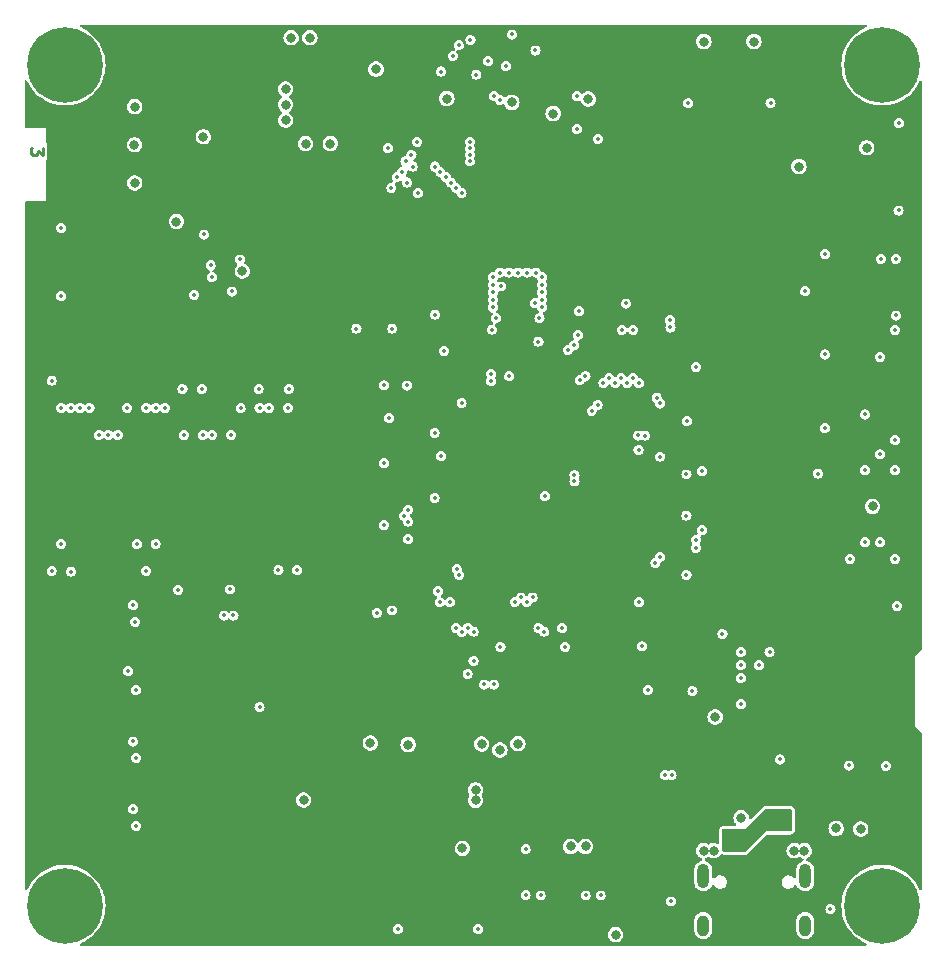
<source format=gbr>
%TF.GenerationSoftware,KiCad,Pcbnew,8.0.1*%
%TF.CreationDate,2024-05-16T14:55:52+07:00*%
%TF.ProjectId,H743_LCD_dev,48373433-5f4c-4434-945f-6465762e6b69,rev?*%
%TF.SameCoordinates,Original*%
%TF.FileFunction,Copper,L3,Inr*%
%TF.FilePolarity,Positive*%
%FSLAX46Y46*%
G04 Gerber Fmt 4.6, Leading zero omitted, Abs format (unit mm)*
G04 Created by KiCad (PCBNEW 8.0.1) date 2024-05-16 14:55:52*
%MOMM*%
%LPD*%
G01*
G04 APERTURE LIST*
%ADD10C,0.250000*%
%TA.AperFunction,NonConductor*%
%ADD11C,0.250000*%
%TD*%
%TA.AperFunction,ComponentPad*%
%ADD12C,0.800000*%
%TD*%
%TA.AperFunction,ComponentPad*%
%ADD13C,6.400000*%
%TD*%
%TA.AperFunction,ComponentPad*%
%ADD14O,1.000000X2.100000*%
%TD*%
%TA.AperFunction,ComponentPad*%
%ADD15O,1.000000X1.800000*%
%TD*%
%TA.AperFunction,ViaPad*%
%ADD16C,0.800000*%
%TD*%
%TA.AperFunction,ViaPad*%
%ADD17C,0.350000*%
%TD*%
G04 APERTURE END LIST*
D10*
D11*
X107713780Y-58752730D02*
X107713780Y-59371777D01*
X107713780Y-59371777D02*
X107332828Y-59038444D01*
X107332828Y-59038444D02*
X107332828Y-59181301D01*
X107332828Y-59181301D02*
X107285209Y-59276539D01*
X107285209Y-59276539D02*
X107237590Y-59324158D01*
X107237590Y-59324158D02*
X107142352Y-59371777D01*
X107142352Y-59371777D02*
X106904257Y-59371777D01*
X106904257Y-59371777D02*
X106809019Y-59324158D01*
X106809019Y-59324158D02*
X106761400Y-59276539D01*
X106761400Y-59276539D02*
X106713780Y-59181301D01*
X106713780Y-59181301D02*
X106713780Y-58895587D01*
X106713780Y-58895587D02*
X106761400Y-58800349D01*
X106761400Y-58800349D02*
X106809019Y-58752730D01*
D12*
%TO.N,GND*%
%TO.C,H3*%
X181197300Y-122941100D03*
X180494356Y-124638156D03*
X180494356Y-121244044D03*
X178797300Y-125341100D03*
D13*
X178797300Y-122941100D03*
D12*
X178797300Y-120541100D03*
X177100244Y-124638156D03*
X177100244Y-121244044D03*
X176397300Y-122941100D03*
%TD*%
%TO.N,GND*%
%TO.C,H4*%
X111997300Y-122941100D03*
X111294356Y-124638156D03*
X111294356Y-121244044D03*
X109597300Y-125341100D03*
D13*
X109597300Y-122941100D03*
D12*
X109597300Y-120541100D03*
X107900244Y-124638156D03*
X107900244Y-121244044D03*
X107197300Y-122941100D03*
%TD*%
D14*
%TO.N,/MCU/SHIELD*%
%TO.C,J4*%
X163651700Y-120426900D03*
D15*
X163651700Y-124626900D03*
D14*
X172291700Y-120426900D03*
D15*
X172291700Y-124626900D03*
%TD*%
D12*
%TO.N,GND*%
%TO.C,H1*%
X111997300Y-51741100D03*
X111294356Y-53438156D03*
X111294356Y-50044044D03*
X109597300Y-54141100D03*
D13*
X109597300Y-51741100D03*
D12*
X109597300Y-49341100D03*
X107900244Y-53438156D03*
X107900244Y-50044044D03*
X107197300Y-51741100D03*
%TD*%
%TO.N,GND*%
%TO.C,H2*%
X181197300Y-51741100D03*
X180494356Y-53438156D03*
X180494356Y-50044044D03*
X178797300Y-54141100D03*
D13*
X178797300Y-51741100D03*
D12*
X178797300Y-49341100D03*
X177100244Y-53438156D03*
X177100244Y-50044044D03*
X176397300Y-51741100D03*
%TD*%
D16*
%TO.N,GND*%
X177497800Y-58775600D03*
%TO.N,+3V3*%
X173634400Y-59416150D03*
%TO.N,VBAT*%
X171754800Y-60366150D03*
%TO.N,GND*%
X143260100Y-118084600D03*
%TO.N,+3V3*%
X141710100Y-118084600D03*
D17*
%TO.N,/LCD/LCD_G7*%
X158177801Y-84366799D03*
%TO.N,/MCU/I2S_SDO*%
X158115000Y-83134200D03*
%TO.N,/MCU/I2S_CK*%
X158704924Y-83141322D03*
%TO.N,/LCD/LCD_B7*%
X144447300Y-52578000D03*
X154717588Y-58007412D03*
D16*
%TO.N,VDD*%
X128295400Y-56438800D03*
X128295400Y-55118000D03*
X128295400Y-53797200D03*
%TO.N,/LCD/LCD_BLK*%
X132080000Y-58420000D03*
D17*
%TO.N,GND*%
X129286000Y-94538800D03*
X144602200Y-124942600D03*
X123596400Y-96164400D03*
X165277800Y-99923600D03*
D16*
X115493800Y-58521600D03*
D17*
X145846800Y-71005700D03*
X157734000Y-74193400D03*
X149783800Y-73202800D03*
D16*
X129819400Y-113995200D03*
D17*
X136626600Y-85471000D03*
X121945400Y-68725900D03*
X180213000Y-56692800D03*
X174421800Y-123240800D03*
D16*
X176987200Y-116459000D03*
D17*
X179891000Y-93573600D03*
D16*
X174904400Y-116408200D03*
D17*
X146481800Y-101015800D03*
X128574800Y-79171800D03*
X147967700Y-69342000D03*
X126009400Y-79171800D03*
X145846800Y-71647050D03*
D16*
X172213500Y-118289300D03*
D17*
X150012400Y-72288400D03*
X149377400Y-71932800D03*
X147199350Y-69342000D03*
X160909000Y-122580400D03*
X146558000Y-70510400D03*
D16*
X153913085Y-54634000D03*
D17*
X173964600Y-67767200D03*
D16*
X177986000Y-89140400D03*
D17*
X157099000Y-71958200D03*
X180060600Y-97561400D03*
X145846800Y-72288400D03*
X136626600Y-90703400D03*
D16*
X121325600Y-57842600D03*
D17*
X179959000Y-72974200D03*
X163550600Y-91160600D03*
X146431000Y-69342000D03*
X145846800Y-69723000D03*
X180187600Y-64084200D03*
D16*
X129987000Y-58426800D03*
D17*
X153136600Y-72618600D03*
X108483400Y-78486000D03*
X115392200Y-97510600D03*
X146100800Y-73202800D03*
X109296200Y-65582800D03*
D16*
X115519200Y-61747400D03*
X128752600Y-49453800D03*
D17*
X173964600Y-76276200D03*
D16*
X153695400Y-117932200D03*
X152425400Y-117932200D03*
X146439600Y-109760000D03*
D17*
X158953200Y-104673400D03*
D16*
X150947300Y-55878600D03*
D17*
X121208800Y-79171800D03*
D16*
X147447000Y-54938800D03*
D17*
X121412000Y-66116200D03*
D16*
X138667200Y-109302800D03*
D17*
X175971200Y-111074200D03*
X153035000Y-74650600D03*
D16*
X135947300Y-52119400D03*
X167944800Y-49784000D03*
D17*
X114960400Y-103098600D03*
X136626600Y-78892400D03*
D16*
X166854100Y-115495300D03*
D17*
X137795000Y-124942600D03*
X150012400Y-70364350D03*
X172288200Y-70916800D03*
X150012400Y-69723000D03*
X108483400Y-94589600D03*
X127685800Y-94538800D03*
X137312400Y-97942400D03*
X119557800Y-79171800D03*
D16*
X135466800Y-109175800D03*
X130352800Y-49453800D03*
D17*
X148736050Y-69342000D03*
X150012400Y-71005700D03*
D16*
X144890200Y-109252000D03*
D17*
X150012400Y-71647050D03*
X163042600Y-77317600D03*
X149504400Y-69342000D03*
D16*
X164542700Y-118289300D03*
D17*
X170154600Y-110566200D03*
X179120800Y-111099600D03*
X173355000Y-86360000D03*
X151968200Y-101015800D03*
X179908200Y-83515200D03*
X136017000Y-98145600D03*
D16*
X156235400Y-125399800D03*
D17*
X158470600Y-100990400D03*
X126085600Y-106146600D03*
X109296200Y-71323200D03*
X115392200Y-109042200D03*
X163550600Y-86156800D03*
X145846800Y-70364350D03*
D16*
X141947300Y-54608600D03*
D17*
X115392200Y-114782600D03*
X145770600Y-74168000D03*
X162737800Y-104775000D03*
D16*
X115519200Y-55295800D03*
D17*
X140970000Y-72898000D03*
D16*
X163679100Y-118289300D03*
X171349900Y-118289300D03*
X147963600Y-109226600D03*
D17*
X119202200Y-96189800D03*
D16*
X164668200Y-106975000D03*
X163703000Y-49784000D03*
D17*
X123748800Y-70942200D03*
%TO.N,Net-(C34-Pad1)*%
X141224000Y-96316800D03*
X158216600Y-97256600D03*
D16*
%TO.N,VDD*%
X144373600Y-114020600D03*
X124637800Y-69215000D03*
X119049800Y-65024000D03*
X144373600Y-113131600D03*
%TO.N,+3V3*%
X135940800Y-55065800D03*
D17*
X143230600Y-72212200D03*
D16*
X129529800Y-59747600D03*
D17*
X139928600Y-74084400D03*
X107848400Y-80137000D03*
X173355000Y-85394800D03*
X113893600Y-103098600D03*
X173964600Y-66827400D03*
X122174000Y-79171800D03*
D16*
X151968955Y-52271498D03*
D17*
X126974600Y-79171800D03*
X136626600Y-86436200D03*
X136652000Y-79857600D03*
X167894000Y-71983600D03*
D16*
X154965400Y-117932200D03*
D17*
X174066200Y-63627000D03*
X145745200Y-75130600D03*
X167894000Y-69469000D03*
X173964600Y-75311000D03*
X120167400Y-96164400D03*
X124561600Y-96164400D03*
X163703000Y-78917800D03*
X162890200Y-108077000D03*
X164338000Y-105435400D03*
D16*
X138176000Y-113334800D03*
D17*
X173913800Y-91173400D03*
X136626600Y-91668600D03*
D16*
X139090400Y-113334800D03*
D17*
X147421600Y-101015800D03*
X174066200Y-64846200D03*
X167894000Y-66954400D03*
X129859626Y-79642399D03*
X119557800Y-80137000D03*
X163550600Y-85191600D03*
X137871200Y-96424400D03*
X173939200Y-81457800D03*
X163550600Y-90195400D03*
X162864800Y-110134400D03*
X159435800Y-101015800D03*
X152933400Y-101015800D03*
X151815800Y-74269600D03*
%TO.N,/LCD/LCD_SPI_DAT*%
X138447300Y-59916209D03*
X143897300Y-59916209D03*
%TO.N,/MCU/PC0*%
X143194900Y-80410000D03*
X117287100Y-80791000D03*
%TO.N,/LCD/LCD_SPI_CLK*%
X143897300Y-59366206D03*
X138947300Y-59366206D03*
%TO.N,/LCD/LCD_TP_RST*%
X152947300Y-54405400D03*
X152947300Y-57187073D03*
%TO.N,/LCD/LCD_SPI_CS*%
X139447300Y-58266200D03*
X143897300Y-58266200D03*
%TO.N,/LCD/LCD_R4*%
X138597300Y-61716209D03*
X142297300Y-61716209D03*
%TO.N,/LCD/LCD_R5*%
X149447300Y-50533600D03*
X157203800Y-78689200D03*
%TO.N,/LCD/LCD_RESET*%
X143897300Y-58816203D03*
X136947300Y-58816203D03*
%TO.N,/MCU/I2S_WS*%
X137334073Y-74085202D03*
X134289800Y-74084400D03*
%TO.N,/MCU/PC4*%
X114887100Y-80791000D03*
X137073500Y-81674400D03*
%TO.N,/MCU/PC5*%
X115687100Y-92322600D03*
X140908900Y-82924400D03*
%TO.N,/LCD/LCD_G4*%
X145947300Y-54405400D03*
X142774900Y-94424400D03*
%TO.N,/LCD/LCD_G7*%
X147447300Y-49183600D03*
%TO.N,/LCD/LCD_R6*%
X142747300Y-62166209D03*
X137247300Y-62166209D03*
%TO.N,/MCU/I2S_SDO*%
X122047000Y-69725900D03*
%TO.N,/IO/STEMMA_SDA*%
X178686000Y-68173600D03*
X145923000Y-104216200D03*
%TO.N,/IO/STEMMA_SCL*%
X179956000Y-68173600D03*
X145110200Y-104216200D03*
%TO.N,/MCU/PG4*%
X149703800Y-99460000D03*
X114087100Y-83077000D03*
%TO.N,/MCU/PG5*%
X113287100Y-83077000D03*
X150203800Y-99739400D03*
%TO.N,/MCU/PG8*%
X151703800Y-99460000D03*
X116487100Y-94583200D03*
%TO.N,/LCD/LCD_B6*%
X143947300Y-49633600D03*
X158203800Y-78689200D03*
%TO.N,/LCD/HSYNC*%
X155203800Y-78689200D03*
X141447300Y-52322600D03*
%TO.N,/LCD/LCD_B4*%
X142947300Y-50083600D03*
X157703800Y-78282800D03*
%TO.N,/LCD/LCD_G5*%
X142991557Y-94924400D03*
X146447300Y-54710200D03*
%TO.N,/LCD/LCD_B3*%
X156703800Y-78282800D03*
X142447300Y-50983600D03*
%TO.N,/MCU/I2S_SD_MODE*%
X124409200Y-68224400D03*
X141478000Y-84874400D03*
%TO.N,/MCU/I2S_CK*%
X120548400Y-71221600D03*
%TO.N,/MCU/PG15*%
X160009700Y-84924400D03*
X116487100Y-80791000D03*
%TO.N,/MCU/PE0*%
X118087100Y-80791000D03*
X160009700Y-80424400D03*
%TO.N,/MCU/PE1*%
X117287100Y-92322600D03*
X159704900Y-79924400D03*
%TO.N,/LCD/VSYNC*%
X139047300Y-60366209D03*
X140947300Y-60366209D03*
%TO.N,/LCD/LCD_G2*%
X138150600Y-60816209D03*
X141397300Y-60816209D03*
%TO.N,/LCD/LCD_G6*%
X146947300Y-51872600D03*
X155703800Y-78282800D03*
%TO.N,/LCD/LCD_G3*%
X156203800Y-78689200D03*
X145447300Y-51433600D03*
%TO.N,/LCD/LCD_R7*%
X139497300Y-62616209D03*
X143197300Y-62616209D03*
%TO.N,/LCD/LCD_R3*%
X141847300Y-61266209D03*
X137697300Y-61266209D03*
D16*
%TO.N,VBUS*%
X170638700Y-116155700D03*
X170638700Y-115292100D03*
X165812700Y-117832100D03*
X165812700Y-116968500D03*
D17*
%TO.N,/MCU/~{SPI_CS}*%
X141351000Y-97256600D03*
X173939200Y-82499200D03*
%TO.N,/MCU/SPI_CLK*%
X178621000Y-76479400D03*
X142203800Y-97256563D03*
%TO.N,/MCU/SPI_MOSI*%
X145703800Y-78536800D03*
X179891000Y-74193400D03*
%TO.N,/MCU/SPI_MISO*%
X177351000Y-81356200D03*
X145703800Y-77901800D03*
%TO.N,/LCD/LCD_BLK*%
X149703800Y-75184000D03*
%TO.N,/MCU/BOOT0*%
X115620800Y-104698800D03*
X162255200Y-81924400D03*
%TO.N,/MCU/BTN0*%
X115646200Y-110413800D03*
X148703800Y-97224800D03*
%TO.N,/MCU/SD_DAT2*%
X166827200Y-101473000D03*
X169269400Y-101473000D03*
%TO.N,/MCU/BTN1*%
X149203800Y-96843800D03*
X115646200Y-116179600D03*
%TO.N,/IO/NRST*%
X149885400Y-122072400D03*
X115570000Y-98907600D03*
X147218400Y-78105000D03*
%TO.N,/IO/SWCLK*%
X160976403Y-111887000D03*
X153695400Y-122072400D03*
%TO.N,/IO/SWDIO*%
X160426400Y-111887000D03*
X154965400Y-122072400D03*
%TO.N,/MCU/SDRAM_ADD10*%
X112487100Y-83077000D03*
X140908900Y-88424400D03*
%TO.N,/MCU/SDRAM_DQ4*%
X138673700Y-89424400D03*
X123687100Y-83077000D03*
%TO.N,/MCU/SDRAM_DQ2*%
X126087100Y-80791000D03*
X159603300Y-93924400D03*
%TO.N,/MCU/SDRAM_DQ13*%
X143702900Y-103320800D03*
X143703800Y-99460000D03*
%TO.N,/MCU/SDRAM_DQ6*%
X138673700Y-90424400D03*
X121287100Y-83077000D03*
%TO.N,/MCU/SDRAM_ADD0*%
X111687100Y-80791000D03*
X154703800Y-80548793D03*
%TO.N,/MCU/SDRAM_DQ0*%
X147703800Y-97224800D03*
X128487100Y-80791000D03*
%TO.N,/MCU/SDRAM_ADD3*%
X109287100Y-80791000D03*
X153202500Y-78454200D03*
%TO.N,/MCU/SDRAM_DQ5*%
X138318100Y-89924400D03*
X122087100Y-83077000D03*
%TO.N,/MCU/SDRAM_DQ7*%
X119687100Y-83077000D03*
X138673700Y-91924400D03*
%TO.N,/MCU/SDRAM_DQ1*%
X148203800Y-96843800D03*
X126887100Y-80791000D03*
%TO.N,/MCU/SDRAM_DQ3*%
X159984300Y-93424400D03*
X124487100Y-80816400D03*
%TO.N,/MCU/SDRAM_DQ14*%
X144203800Y-99739400D03*
X144203800Y-102216198D03*
%TO.N,/MCU/SDRAM_ADD5*%
X110098700Y-94659400D03*
X152203800Y-75888800D03*
%TO.N,/MCU/SDRAM_ADD2*%
X153685100Y-78124000D03*
X110087100Y-80791000D03*
%TO.N,/MCU/SDRAM_ADD1*%
X154203800Y-81044093D03*
X110887100Y-80791000D03*
%TO.N,/MCU/SDRAM_ADD4*%
X109285900Y-92297200D03*
X152703800Y-75507800D03*
%TO.N,/MCU/SD_DAT3*%
X166827200Y-102575000D03*
X168369400Y-102575000D03*
%TO.N,/MCU/SD_CLK*%
X152753800Y-86470402D03*
X166852600Y-105875000D03*
%TO.N,/MCU/SD_CMD*%
X166827200Y-103675000D03*
X152753800Y-87020400D03*
%TO.N,/MCU/~{NOR_CS}*%
X162229800Y-94919800D03*
X176081000Y-93573600D03*
%TO.N,/MCU/NOR_D3*%
X162229800Y-86424400D03*
X177351000Y-86080600D03*
%TO.N,/MCU/NOR_D2*%
X162229800Y-89916000D03*
X178621000Y-92176600D03*
%TO.N,/MCU/NOR_CLK*%
X178621000Y-84734400D03*
X150241000Y-88252200D03*
%TO.N,/MCU/NOR_D0*%
X163017200Y-92633800D03*
X179891000Y-86080600D03*
%TO.N,/MCU/NOR_D1*%
X177351000Y-92176600D03*
X163042600Y-91973400D03*
%TO.N,/MCU/LED_0*%
X169353866Y-54991000D03*
X160877786Y-73984386D03*
%TO.N,/MCU/LED_1*%
X162382200Y-54991000D03*
X160851000Y-73355200D03*
%TO.N,VBAT*%
X156768800Y-74193400D03*
%TO.N,/IO/USART1_RX*%
X143205200Y-99745800D03*
X148615400Y-118160800D03*
%TO.N,/IO/USART1_TX*%
X142706617Y-99415412D03*
X148615400Y-122047000D03*
%TO.N,/IO/USART2_RX*%
X123063000Y-98374200D03*
X138582400Y-78899400D03*
%TO.N,/IO/USART2_TX*%
X141706600Y-75971400D03*
X123875800Y-98374200D03*
%TD*%
%TA.AperFunction,Conductor*%
%TO.N,+3V3*%
G36*
X177432334Y-48360785D02*
G01*
X177478089Y-48413589D01*
X177488033Y-48482747D01*
X177459008Y-48546303D01*
X177417361Y-48577639D01*
X177178691Y-48688059D01*
X177178678Y-48688066D01*
X176858094Y-48880953D01*
X176858089Y-48880957D01*
X176560213Y-49107396D01*
X176560212Y-49107397D01*
X176288572Y-49364708D01*
X176046352Y-49649870D01*
X176046345Y-49649880D01*
X175836373Y-49959565D01*
X175661115Y-50290136D01*
X175661106Y-50290154D01*
X175522618Y-50637735D01*
X175522617Y-50637737D01*
X175422523Y-50998246D01*
X175422522Y-50998249D01*
X175361988Y-51367489D01*
X175341732Y-51741097D01*
X175341732Y-51741102D01*
X175361988Y-52114710D01*
X175422522Y-52483950D01*
X175422523Y-52483953D01*
X175522617Y-52844462D01*
X175522618Y-52844464D01*
X175661106Y-53192045D01*
X175661115Y-53192063D01*
X175836373Y-53522634D01*
X175992566Y-53753001D01*
X176022533Y-53797200D01*
X176046345Y-53832319D01*
X176046352Y-53832329D01*
X176288572Y-54117491D01*
X176288573Y-54117492D01*
X176560213Y-54374803D01*
X176858080Y-54601236D01*
X176858085Y-54601239D01*
X176858089Y-54601242D01*
X176858094Y-54601246D01*
X177173168Y-54790818D01*
X177178683Y-54794136D01*
X177178687Y-54794137D01*
X177178691Y-54794140D01*
X177435869Y-54913123D01*
X177518262Y-54951242D01*
X177872838Y-55070713D01*
X178238251Y-55151146D01*
X178610219Y-55191600D01*
X178610225Y-55191600D01*
X178984375Y-55191600D01*
X178984381Y-55191600D01*
X179356349Y-55151146D01*
X179721762Y-55070713D01*
X180076338Y-54951242D01*
X180415917Y-54794136D01*
X180589229Y-54689858D01*
X180736505Y-54601246D01*
X180736510Y-54601242D01*
X180736509Y-54601242D01*
X180736520Y-54601236D01*
X181034387Y-54374803D01*
X181306027Y-54117492D01*
X181548254Y-53832321D01*
X181758228Y-53522631D01*
X181933489Y-53192055D01*
X181933492Y-53192045D01*
X181933496Y-53192039D01*
X181955007Y-53138050D01*
X181998107Y-53083057D01*
X182064096Y-53060096D01*
X182132023Y-53076457D01*
X182180322Y-53126944D01*
X182194200Y-53183946D01*
X182194200Y-101142238D01*
X182174515Y-101209277D01*
X182157881Y-101229919D01*
X181610000Y-101777799D01*
X181610000Y-107794500D01*
X182160981Y-108345481D01*
X182194466Y-108406804D01*
X182197300Y-108433162D01*
X182197300Y-121506033D01*
X182177615Y-121573072D01*
X182124811Y-121618827D01*
X182055653Y-121628771D01*
X181992097Y-121599746D01*
X181958107Y-121551930D01*
X181933493Y-121490155D01*
X181933492Y-121490154D01*
X181933489Y-121490145D01*
X181777446Y-121195817D01*
X181758226Y-121159565D01*
X181650669Y-121000930D01*
X181548254Y-120849879D01*
X181548250Y-120849874D01*
X181548247Y-120849870D01*
X181306027Y-120564708D01*
X181034387Y-120307397D01*
X181034386Y-120307396D01*
X180949508Y-120242873D01*
X180736520Y-120080964D01*
X180736516Y-120080961D01*
X180736510Y-120080957D01*
X180736505Y-120080953D01*
X180415921Y-119888066D01*
X180415908Y-119888059D01*
X180076348Y-119730962D01*
X180076343Y-119730960D01*
X180076338Y-119730958D01*
X179903503Y-119672723D01*
X179721761Y-119611486D01*
X179356347Y-119531053D01*
X178984382Y-119490600D01*
X178984381Y-119490600D01*
X178610219Y-119490600D01*
X178610217Y-119490600D01*
X178238252Y-119531053D01*
X177872838Y-119611486D01*
X177598740Y-119703841D01*
X177518262Y-119730958D01*
X177518259Y-119730959D01*
X177518251Y-119730962D01*
X177178691Y-119888059D01*
X177178678Y-119888066D01*
X176858094Y-120080953D01*
X176858089Y-120080957D01*
X176560213Y-120307396D01*
X176560212Y-120307397D01*
X176288572Y-120564708D01*
X176046352Y-120849870D01*
X176046345Y-120849880D01*
X175836373Y-121159565D01*
X175661115Y-121490136D01*
X175661106Y-121490154D01*
X175522618Y-121837735D01*
X175522617Y-121837737D01*
X175422523Y-122198246D01*
X175422522Y-122198249D01*
X175361988Y-122567489D01*
X175341732Y-122941097D01*
X175341732Y-122941102D01*
X175361988Y-123314710D01*
X175422522Y-123683950D01*
X175422523Y-123683953D01*
X175522617Y-124044462D01*
X175522618Y-124044464D01*
X175661106Y-124392045D01*
X175661115Y-124392063D01*
X175836373Y-124722634D01*
X176046345Y-125032319D01*
X176046352Y-125032329D01*
X176266175Y-125291123D01*
X176288573Y-125317492D01*
X176560213Y-125574803D01*
X176858080Y-125801236D01*
X176858085Y-125801239D01*
X176858089Y-125801242D01*
X176858094Y-125801246D01*
X177178678Y-125994133D01*
X177178683Y-125994136D01*
X177178687Y-125994137D01*
X177178691Y-125994140D01*
X177414119Y-126103061D01*
X177466697Y-126149075D01*
X177486051Y-126216211D01*
X177466037Y-126283152D01*
X177413008Y-126328647D01*
X177362053Y-126339600D01*
X111032547Y-126339600D01*
X110965508Y-126319915D01*
X110919753Y-126267111D01*
X110909809Y-126197953D01*
X110938834Y-126134397D01*
X110980481Y-126103061D01*
X111170739Y-126015037D01*
X111215917Y-125994136D01*
X111337212Y-125921155D01*
X111536505Y-125801246D01*
X111536510Y-125801242D01*
X111536509Y-125801242D01*
X111536520Y-125801236D01*
X111834387Y-125574803D01*
X112019135Y-125399800D01*
X155580122Y-125399800D01*
X155599162Y-125556618D01*
X155655180Y-125704323D01*
X155744917Y-125834330D01*
X155863160Y-125939083D01*
X155863162Y-125939084D01*
X156003034Y-126012496D01*
X156156414Y-126050300D01*
X156156415Y-126050300D01*
X156314385Y-126050300D01*
X156467765Y-126012496D01*
X156502739Y-125994140D01*
X156607640Y-125939083D01*
X156725883Y-125834330D01*
X156815620Y-125704323D01*
X156871637Y-125556618D01*
X156890678Y-125399800D01*
X156888566Y-125382401D01*
X156871637Y-125242981D01*
X156817722Y-125100820D01*
X162901199Y-125100820D01*
X162930040Y-125245807D01*
X162930043Y-125245817D01*
X162986612Y-125382388D01*
X162986619Y-125382401D01*
X163068748Y-125505315D01*
X163068751Y-125505319D01*
X163173280Y-125609848D01*
X163173284Y-125609851D01*
X163296198Y-125691980D01*
X163296211Y-125691987D01*
X163432782Y-125748556D01*
X163432787Y-125748558D01*
X163432791Y-125748558D01*
X163432792Y-125748559D01*
X163577779Y-125777400D01*
X163577782Y-125777400D01*
X163725620Y-125777400D01*
X163823162Y-125757996D01*
X163870613Y-125748558D01*
X164007195Y-125691984D01*
X164130116Y-125609851D01*
X164234651Y-125505316D01*
X164316784Y-125382395D01*
X164373358Y-125245813D01*
X164402200Y-125100820D01*
X171541199Y-125100820D01*
X171570040Y-125245807D01*
X171570043Y-125245817D01*
X171626612Y-125382388D01*
X171626619Y-125382401D01*
X171708748Y-125505315D01*
X171708751Y-125505319D01*
X171813280Y-125609848D01*
X171813284Y-125609851D01*
X171936198Y-125691980D01*
X171936211Y-125691987D01*
X172072782Y-125748556D01*
X172072787Y-125748558D01*
X172072791Y-125748558D01*
X172072792Y-125748559D01*
X172217779Y-125777400D01*
X172217782Y-125777400D01*
X172365620Y-125777400D01*
X172463162Y-125757996D01*
X172510613Y-125748558D01*
X172647195Y-125691984D01*
X172770116Y-125609851D01*
X172874651Y-125505316D01*
X172956784Y-125382395D01*
X173013358Y-125245813D01*
X173042200Y-125100818D01*
X173042200Y-124152982D01*
X173042200Y-124152979D01*
X173013359Y-124007992D01*
X173013358Y-124007991D01*
X173013358Y-124007987D01*
X173013356Y-124007982D01*
X172956787Y-123871411D01*
X172956780Y-123871398D01*
X172874651Y-123748484D01*
X172874648Y-123748480D01*
X172770119Y-123643951D01*
X172770115Y-123643948D01*
X172647201Y-123561819D01*
X172647188Y-123561812D01*
X172510617Y-123505243D01*
X172510607Y-123505240D01*
X172365620Y-123476400D01*
X172365618Y-123476400D01*
X172217782Y-123476400D01*
X172217780Y-123476400D01*
X172072792Y-123505240D01*
X172072782Y-123505243D01*
X171936211Y-123561812D01*
X171936198Y-123561819D01*
X171813284Y-123643948D01*
X171813280Y-123643951D01*
X171708751Y-123748480D01*
X171708748Y-123748484D01*
X171626619Y-123871398D01*
X171626612Y-123871411D01*
X171570043Y-124007982D01*
X171570040Y-124007992D01*
X171541200Y-124152979D01*
X171541200Y-124152982D01*
X171541200Y-125100818D01*
X171541200Y-125100820D01*
X171541199Y-125100820D01*
X164402200Y-125100820D01*
X164402200Y-125100818D01*
X164402200Y-124152982D01*
X164402200Y-124152979D01*
X164373359Y-124007992D01*
X164373358Y-124007991D01*
X164373358Y-124007987D01*
X164373356Y-124007982D01*
X164316787Y-123871411D01*
X164316780Y-123871398D01*
X164234651Y-123748484D01*
X164234648Y-123748480D01*
X164130119Y-123643951D01*
X164130115Y-123643948D01*
X164007201Y-123561819D01*
X164007188Y-123561812D01*
X163870617Y-123505243D01*
X163870607Y-123505240D01*
X163725620Y-123476400D01*
X163725618Y-123476400D01*
X163577782Y-123476400D01*
X163577780Y-123476400D01*
X163432792Y-123505240D01*
X163432782Y-123505243D01*
X163296211Y-123561812D01*
X163296198Y-123561819D01*
X163173284Y-123643948D01*
X163173280Y-123643951D01*
X163068751Y-123748480D01*
X163068748Y-123748484D01*
X162986619Y-123871398D01*
X162986612Y-123871411D01*
X162930043Y-124007982D01*
X162930040Y-124007992D01*
X162901200Y-124152979D01*
X162901200Y-124152982D01*
X162901200Y-125100818D01*
X162901200Y-125100820D01*
X162901199Y-125100820D01*
X156817722Y-125100820D01*
X156817721Y-125100818D01*
X156815620Y-125095277D01*
X156725883Y-124965270D01*
X156607640Y-124860517D01*
X156607638Y-124860516D01*
X156607637Y-124860515D01*
X156467765Y-124787103D01*
X156314386Y-124749300D01*
X156314385Y-124749300D01*
X156156415Y-124749300D01*
X156156414Y-124749300D01*
X156003034Y-124787103D01*
X155863162Y-124860515D01*
X155744916Y-124965271D01*
X155655181Y-125095275D01*
X155655180Y-125095276D01*
X155599162Y-125242981D01*
X155580122Y-125399799D01*
X155580122Y-125399800D01*
X112019135Y-125399800D01*
X112106027Y-125317492D01*
X112348254Y-125032321D01*
X112409085Y-124942602D01*
X137364196Y-124942602D01*
X137385279Y-125075721D01*
X137385280Y-125075724D01*
X137385281Y-125075726D01*
X137446472Y-125195820D01*
X137446473Y-125195821D01*
X137446476Y-125195825D01*
X137541774Y-125291123D01*
X137541778Y-125291126D01*
X137541780Y-125291128D01*
X137661874Y-125352319D01*
X137661876Y-125352319D01*
X137661878Y-125352320D01*
X137794998Y-125373404D01*
X137795000Y-125373404D01*
X137795002Y-125373404D01*
X137928121Y-125352320D01*
X137928121Y-125352319D01*
X137928126Y-125352319D01*
X138048220Y-125291128D01*
X138143528Y-125195820D01*
X138204719Y-125075726D01*
X138204720Y-125075721D01*
X138225804Y-124942602D01*
X144171396Y-124942602D01*
X144192479Y-125075721D01*
X144192480Y-125075724D01*
X144192481Y-125075726D01*
X144253672Y-125195820D01*
X144253673Y-125195821D01*
X144253676Y-125195825D01*
X144348974Y-125291123D01*
X144348978Y-125291126D01*
X144348980Y-125291128D01*
X144469074Y-125352319D01*
X144469076Y-125352319D01*
X144469078Y-125352320D01*
X144602198Y-125373404D01*
X144602200Y-125373404D01*
X144602202Y-125373404D01*
X144735321Y-125352320D01*
X144735321Y-125352319D01*
X144735326Y-125352319D01*
X144855420Y-125291128D01*
X144950728Y-125195820D01*
X145011919Y-125075726D01*
X145011920Y-125075721D01*
X145033004Y-124942602D01*
X145033004Y-124942597D01*
X145011920Y-124809478D01*
X145011919Y-124809476D01*
X145011919Y-124809474D01*
X144950728Y-124689380D01*
X144950726Y-124689378D01*
X144950723Y-124689374D01*
X144855425Y-124594076D01*
X144855421Y-124594073D01*
X144855420Y-124594072D01*
X144735326Y-124532881D01*
X144735324Y-124532880D01*
X144735321Y-124532879D01*
X144602202Y-124511796D01*
X144602198Y-124511796D01*
X144469078Y-124532879D01*
X144348978Y-124594073D01*
X144348974Y-124594076D01*
X144253676Y-124689374D01*
X144253673Y-124689378D01*
X144192479Y-124809478D01*
X144171396Y-124942597D01*
X144171396Y-124942602D01*
X138225804Y-124942602D01*
X138225804Y-124942597D01*
X138204720Y-124809478D01*
X138204719Y-124809476D01*
X138204719Y-124809474D01*
X138143528Y-124689380D01*
X138143526Y-124689378D01*
X138143523Y-124689374D01*
X138048225Y-124594076D01*
X138048221Y-124594073D01*
X138048220Y-124594072D01*
X137928126Y-124532881D01*
X137928124Y-124532880D01*
X137928121Y-124532879D01*
X137795002Y-124511796D01*
X137794998Y-124511796D01*
X137661878Y-124532879D01*
X137541778Y-124594073D01*
X137541774Y-124594076D01*
X137446476Y-124689374D01*
X137446473Y-124689378D01*
X137385279Y-124809478D01*
X137364196Y-124942597D01*
X137364196Y-124942602D01*
X112409085Y-124942602D01*
X112558228Y-124722631D01*
X112733489Y-124392055D01*
X112871980Y-124044468D01*
X112882111Y-124007982D01*
X112920033Y-123871398D01*
X112972079Y-123683945D01*
X113032611Y-123314713D01*
X113036618Y-123240802D01*
X173990996Y-123240802D01*
X174012079Y-123373921D01*
X174012080Y-123373924D01*
X174012081Y-123373926D01*
X174073272Y-123494020D01*
X174073273Y-123494021D01*
X174073276Y-123494025D01*
X174168574Y-123589323D01*
X174168578Y-123589326D01*
X174168580Y-123589328D01*
X174288674Y-123650519D01*
X174288676Y-123650519D01*
X174288678Y-123650520D01*
X174421798Y-123671604D01*
X174421800Y-123671604D01*
X174421802Y-123671604D01*
X174554921Y-123650520D01*
X174554921Y-123650519D01*
X174554926Y-123650519D01*
X174675020Y-123589328D01*
X174770328Y-123494020D01*
X174831519Y-123373926D01*
X174831520Y-123373921D01*
X174852604Y-123240802D01*
X174852604Y-123240797D01*
X174831520Y-123107678D01*
X174831519Y-123107676D01*
X174831519Y-123107674D01*
X174770328Y-122987580D01*
X174770326Y-122987578D01*
X174770323Y-122987574D01*
X174675025Y-122892276D01*
X174675021Y-122892273D01*
X174675020Y-122892272D01*
X174554926Y-122831081D01*
X174554924Y-122831080D01*
X174554921Y-122831079D01*
X174421802Y-122809996D01*
X174421798Y-122809996D01*
X174288678Y-122831079D01*
X174168578Y-122892273D01*
X174168574Y-122892276D01*
X174073276Y-122987574D01*
X174073273Y-122987578D01*
X174012079Y-123107678D01*
X173990996Y-123240797D01*
X173990996Y-123240802D01*
X113036618Y-123240802D01*
X113052868Y-122941100D01*
X113033311Y-122580402D01*
X160478196Y-122580402D01*
X160499279Y-122713521D01*
X160499280Y-122713524D01*
X160499281Y-122713526D01*
X160560472Y-122833620D01*
X160560473Y-122833621D01*
X160560476Y-122833625D01*
X160655774Y-122928923D01*
X160655778Y-122928926D01*
X160655780Y-122928928D01*
X160775874Y-122990119D01*
X160775876Y-122990119D01*
X160775878Y-122990120D01*
X160908998Y-123011204D01*
X160909000Y-123011204D01*
X160909002Y-123011204D01*
X161042121Y-122990120D01*
X161042121Y-122990119D01*
X161042126Y-122990119D01*
X161162220Y-122928928D01*
X161257528Y-122833620D01*
X161318719Y-122713526D01*
X161339804Y-122580400D01*
X161337759Y-122567489D01*
X161318720Y-122447278D01*
X161318719Y-122447276D01*
X161318719Y-122447274D01*
X161257528Y-122327180D01*
X161257526Y-122327178D01*
X161257523Y-122327174D01*
X161162225Y-122231876D01*
X161162221Y-122231873D01*
X161162220Y-122231872D01*
X161042126Y-122170681D01*
X161042124Y-122170680D01*
X161042121Y-122170679D01*
X160909002Y-122149596D01*
X160908998Y-122149596D01*
X160775878Y-122170679D01*
X160655778Y-122231873D01*
X160655774Y-122231876D01*
X160560476Y-122327174D01*
X160560473Y-122327178D01*
X160499279Y-122447278D01*
X160478196Y-122580397D01*
X160478196Y-122580402D01*
X113033311Y-122580402D01*
X113032611Y-122567487D01*
X112972079Y-122198255D01*
X112930084Y-122047002D01*
X148184596Y-122047002D01*
X148205679Y-122180121D01*
X148205680Y-122180124D01*
X148205681Y-122180126D01*
X148232049Y-122231876D01*
X148266873Y-122300221D01*
X148266876Y-122300225D01*
X148362174Y-122395523D01*
X148362178Y-122395526D01*
X148362180Y-122395528D01*
X148482274Y-122456719D01*
X148482276Y-122456719D01*
X148482278Y-122456720D01*
X148615398Y-122477804D01*
X148615400Y-122477804D01*
X148615402Y-122477804D01*
X148748521Y-122456720D01*
X148748521Y-122456719D01*
X148748526Y-122456719D01*
X148868620Y-122395528D01*
X148963928Y-122300220D01*
X149025119Y-122180126D01*
X149026615Y-122170679D01*
X149042181Y-122072402D01*
X149454596Y-122072402D01*
X149475679Y-122205521D01*
X149475680Y-122205524D01*
X149475681Y-122205526D01*
X149523931Y-122300221D01*
X149536873Y-122325621D01*
X149536876Y-122325625D01*
X149632174Y-122420923D01*
X149632178Y-122420926D01*
X149632180Y-122420928D01*
X149752274Y-122482119D01*
X149752276Y-122482119D01*
X149752278Y-122482120D01*
X149885398Y-122503204D01*
X149885400Y-122503204D01*
X149885402Y-122503204D01*
X150018521Y-122482120D01*
X150018521Y-122482119D01*
X150018526Y-122482119D01*
X150138620Y-122420928D01*
X150233928Y-122325620D01*
X150295119Y-122205526D01*
X150300638Y-122170679D01*
X150316204Y-122072402D01*
X153264596Y-122072402D01*
X153285679Y-122205521D01*
X153285680Y-122205524D01*
X153285681Y-122205526D01*
X153333931Y-122300221D01*
X153346873Y-122325621D01*
X153346876Y-122325625D01*
X153442174Y-122420923D01*
X153442178Y-122420926D01*
X153442180Y-122420928D01*
X153562274Y-122482119D01*
X153562276Y-122482119D01*
X153562278Y-122482120D01*
X153695398Y-122503204D01*
X153695400Y-122503204D01*
X153695402Y-122503204D01*
X153828521Y-122482120D01*
X153828521Y-122482119D01*
X153828526Y-122482119D01*
X153948620Y-122420928D01*
X154043928Y-122325620D01*
X154105119Y-122205526D01*
X154110638Y-122170679D01*
X154126204Y-122072402D01*
X154534596Y-122072402D01*
X154555679Y-122205521D01*
X154555680Y-122205524D01*
X154555681Y-122205526D01*
X154603931Y-122300221D01*
X154616873Y-122325621D01*
X154616876Y-122325625D01*
X154712174Y-122420923D01*
X154712178Y-122420926D01*
X154712180Y-122420928D01*
X154832274Y-122482119D01*
X154832276Y-122482119D01*
X154832278Y-122482120D01*
X154965398Y-122503204D01*
X154965400Y-122503204D01*
X154965402Y-122503204D01*
X155098521Y-122482120D01*
X155098521Y-122482119D01*
X155098526Y-122482119D01*
X155218620Y-122420928D01*
X155313928Y-122325620D01*
X155375119Y-122205526D01*
X155380638Y-122170679D01*
X155396204Y-122072402D01*
X155396204Y-122072397D01*
X155375120Y-121939278D01*
X155375119Y-121939276D01*
X155375119Y-121939274D01*
X155313928Y-121819180D01*
X155313926Y-121819178D01*
X155313923Y-121819174D01*
X155218625Y-121723876D01*
X155218621Y-121723873D01*
X155218620Y-121723872D01*
X155098526Y-121662681D01*
X155098524Y-121662680D01*
X155098521Y-121662679D01*
X154965402Y-121641596D01*
X154965398Y-121641596D01*
X154832278Y-121662679D01*
X154712178Y-121723873D01*
X154712174Y-121723876D01*
X154616876Y-121819174D01*
X154616873Y-121819178D01*
X154555679Y-121939278D01*
X154534596Y-122072397D01*
X154534596Y-122072402D01*
X154126204Y-122072402D01*
X154126204Y-122072397D01*
X154105120Y-121939278D01*
X154105119Y-121939276D01*
X154105119Y-121939274D01*
X154043928Y-121819180D01*
X154043926Y-121819178D01*
X154043923Y-121819174D01*
X153948625Y-121723876D01*
X153948621Y-121723873D01*
X153948620Y-121723872D01*
X153828526Y-121662681D01*
X153828524Y-121662680D01*
X153828521Y-121662679D01*
X153695402Y-121641596D01*
X153695398Y-121641596D01*
X153562278Y-121662679D01*
X153442178Y-121723873D01*
X153442174Y-121723876D01*
X153346876Y-121819174D01*
X153346873Y-121819178D01*
X153285679Y-121939278D01*
X153264596Y-122072397D01*
X153264596Y-122072402D01*
X150316204Y-122072402D01*
X150316204Y-122072397D01*
X150295120Y-121939278D01*
X150295119Y-121939276D01*
X150295119Y-121939274D01*
X150233928Y-121819180D01*
X150233926Y-121819178D01*
X150233923Y-121819174D01*
X150138625Y-121723876D01*
X150138621Y-121723873D01*
X150138620Y-121723872D01*
X150018526Y-121662681D01*
X150018524Y-121662680D01*
X150018521Y-121662679D01*
X149885402Y-121641596D01*
X149885398Y-121641596D01*
X149752278Y-121662679D01*
X149632178Y-121723873D01*
X149632174Y-121723876D01*
X149536876Y-121819174D01*
X149536873Y-121819178D01*
X149475679Y-121939278D01*
X149454596Y-122072397D01*
X149454596Y-122072402D01*
X149042181Y-122072402D01*
X149046204Y-122047002D01*
X149046204Y-122046997D01*
X149025120Y-121913878D01*
X149025119Y-121913876D01*
X149025119Y-121913874D01*
X148963928Y-121793780D01*
X148963926Y-121793778D01*
X148963923Y-121793774D01*
X148868625Y-121698476D01*
X148868621Y-121698473D01*
X148868620Y-121698472D01*
X148748526Y-121637281D01*
X148748524Y-121637280D01*
X148748521Y-121637279D01*
X148615402Y-121616196D01*
X148615398Y-121616196D01*
X148482278Y-121637279D01*
X148362178Y-121698473D01*
X148362174Y-121698476D01*
X148266876Y-121793774D01*
X148266873Y-121793778D01*
X148205679Y-121913878D01*
X148184596Y-122046997D01*
X148184596Y-122047002D01*
X112930084Y-122047002D01*
X112893121Y-121913874D01*
X112871982Y-121837737D01*
X112871981Y-121837735D01*
X112854465Y-121793774D01*
X112816527Y-121698556D01*
X112733493Y-121490154D01*
X112733484Y-121490136D01*
X112689627Y-121407414D01*
X112577446Y-121195817D01*
X112558226Y-121159565D01*
X112484495Y-121050820D01*
X162901199Y-121050820D01*
X162930040Y-121195807D01*
X162930043Y-121195817D01*
X162986612Y-121332388D01*
X162986619Y-121332401D01*
X163068748Y-121455315D01*
X163068751Y-121455319D01*
X163173280Y-121559848D01*
X163173284Y-121559851D01*
X163296198Y-121641980D01*
X163296211Y-121641987D01*
X163432579Y-121698472D01*
X163432787Y-121698558D01*
X163432791Y-121698558D01*
X163432792Y-121698559D01*
X163577779Y-121727400D01*
X163577782Y-121727400D01*
X163725620Y-121727400D01*
X163823162Y-121707996D01*
X163870613Y-121698558D01*
X164007195Y-121641984D01*
X164130116Y-121559851D01*
X164234651Y-121455316D01*
X164316784Y-121332395D01*
X164355468Y-121239002D01*
X164399308Y-121184599D01*
X164465602Y-121162534D01*
X164533302Y-121179813D01*
X164577415Y-121224454D01*
X164621185Y-121300265D01*
X164728335Y-121407415D01*
X164859565Y-121483181D01*
X165005934Y-121522400D01*
X165005936Y-121522400D01*
X165157464Y-121522400D01*
X165157466Y-121522400D01*
X165303835Y-121483181D01*
X165435065Y-121407415D01*
X165542215Y-121300265D01*
X165617981Y-121169035D01*
X165657200Y-121022666D01*
X165657200Y-121022665D01*
X170286200Y-121022665D01*
X170325419Y-121169036D01*
X170357416Y-121224455D01*
X170401185Y-121300265D01*
X170508335Y-121407415D01*
X170639565Y-121483181D01*
X170785934Y-121522400D01*
X170785936Y-121522400D01*
X170937464Y-121522400D01*
X170937466Y-121522400D01*
X171083835Y-121483181D01*
X171215065Y-121407415D01*
X171322215Y-121300265D01*
X171365985Y-121224452D01*
X171416549Y-121176240D01*
X171485156Y-121163016D01*
X171550021Y-121188984D01*
X171587931Y-121239002D01*
X171626614Y-121332391D01*
X171626619Y-121332401D01*
X171708748Y-121455315D01*
X171708751Y-121455319D01*
X171813280Y-121559848D01*
X171813284Y-121559851D01*
X171936198Y-121641980D01*
X171936211Y-121641987D01*
X172072579Y-121698472D01*
X172072787Y-121698558D01*
X172072791Y-121698558D01*
X172072792Y-121698559D01*
X172217779Y-121727400D01*
X172217782Y-121727400D01*
X172365620Y-121727400D01*
X172463162Y-121707996D01*
X172510613Y-121698558D01*
X172647195Y-121641984D01*
X172770116Y-121559851D01*
X172874651Y-121455316D01*
X172956784Y-121332395D01*
X173013358Y-121195813D01*
X173042200Y-121050818D01*
X173042200Y-119802982D01*
X173042200Y-119802979D01*
X173013359Y-119657992D01*
X173013358Y-119657991D01*
X173013358Y-119657987D01*
X172960781Y-119531054D01*
X172956787Y-119521411D01*
X172956780Y-119521398D01*
X172874651Y-119398484D01*
X172874648Y-119398480D01*
X172770119Y-119293951D01*
X172770115Y-119293948D01*
X172647201Y-119211819D01*
X172647188Y-119211812D01*
X172510617Y-119155243D01*
X172510608Y-119155240D01*
X172452598Y-119143701D01*
X172390687Y-119111315D01*
X172356114Y-119050599D01*
X172359855Y-118980829D01*
X172400722Y-118924158D01*
X172439182Y-118905532D01*
X172438850Y-118904657D01*
X172445865Y-118901996D01*
X172445867Y-118901995D01*
X172585740Y-118828583D01*
X172703983Y-118723830D01*
X172793720Y-118593823D01*
X172849737Y-118446118D01*
X172868778Y-118289300D01*
X172853176Y-118160800D01*
X172849737Y-118132481D01*
X172809990Y-118027678D01*
X172793720Y-117984777D01*
X172703983Y-117854770D01*
X172585740Y-117750017D01*
X172585738Y-117750016D01*
X172585737Y-117750015D01*
X172445865Y-117676603D01*
X172292486Y-117638800D01*
X172292485Y-117638800D01*
X172134515Y-117638800D01*
X172134514Y-117638800D01*
X171981134Y-117676603D01*
X171839326Y-117751031D01*
X171770818Y-117764757D01*
X171724074Y-117751031D01*
X171582265Y-117676603D01*
X171428886Y-117638800D01*
X171428885Y-117638800D01*
X171270915Y-117638800D01*
X171270914Y-117638800D01*
X171117534Y-117676603D01*
X170977662Y-117750015D01*
X170859416Y-117854771D01*
X170769681Y-117984775D01*
X170769680Y-117984776D01*
X170713662Y-118132481D01*
X170694622Y-118289299D01*
X170694622Y-118289300D01*
X170713662Y-118446118D01*
X170767376Y-118587749D01*
X170769680Y-118593823D01*
X170859417Y-118723830D01*
X170977660Y-118828583D01*
X170977662Y-118828584D01*
X171117534Y-118901996D01*
X171270914Y-118939800D01*
X171270915Y-118939800D01*
X171428885Y-118939800D01*
X171582265Y-118901996D01*
X171722140Y-118828583D01*
X171722141Y-118828581D01*
X171724073Y-118827568D01*
X171792582Y-118813842D01*
X171839327Y-118827568D01*
X171841258Y-118828581D01*
X171841260Y-118828583D01*
X171981135Y-118901996D01*
X172055128Y-118920233D01*
X172115510Y-118955388D01*
X172147299Y-119017607D01*
X172140404Y-119087136D01*
X172097013Y-119141899D01*
X172072908Y-119155191D01*
X171936208Y-119211814D01*
X171936198Y-119211819D01*
X171813284Y-119293948D01*
X171813280Y-119293951D01*
X171708751Y-119398480D01*
X171708748Y-119398484D01*
X171626619Y-119521398D01*
X171626612Y-119521411D01*
X171570043Y-119657982D01*
X171570040Y-119657992D01*
X171541200Y-119802979D01*
X171541200Y-120513630D01*
X171521515Y-120580669D01*
X171468711Y-120626424D01*
X171399553Y-120636368D01*
X171335997Y-120607343D01*
X171328188Y-120599055D01*
X171327962Y-120599282D01*
X171215067Y-120486387D01*
X171215065Y-120486385D01*
X171149450Y-120448502D01*
X171083836Y-120410619D01*
X171010650Y-120391009D01*
X170937466Y-120371400D01*
X170785934Y-120371400D01*
X170639563Y-120410619D01*
X170508335Y-120486385D01*
X170508332Y-120486387D01*
X170401187Y-120593532D01*
X170401185Y-120593535D01*
X170325419Y-120724763D01*
X170286200Y-120871134D01*
X170286200Y-121022665D01*
X165657200Y-121022665D01*
X165657200Y-120871134D01*
X165617981Y-120724765D01*
X165542215Y-120593535D01*
X165435065Y-120486385D01*
X165369450Y-120448502D01*
X165303836Y-120410619D01*
X165230650Y-120391009D01*
X165157466Y-120371400D01*
X165005934Y-120371400D01*
X164859563Y-120410619D01*
X164728335Y-120486385D01*
X164728332Y-120486387D01*
X164615438Y-120599282D01*
X164613419Y-120597263D01*
X164568145Y-120630320D01*
X164498398Y-120634473D01*
X164437479Y-120600259D01*
X164404728Y-120538541D01*
X164402200Y-120513630D01*
X164402200Y-119802979D01*
X164373359Y-119657992D01*
X164373358Y-119657991D01*
X164373358Y-119657987D01*
X164320781Y-119531054D01*
X164316787Y-119521411D01*
X164316780Y-119521398D01*
X164234651Y-119398484D01*
X164234648Y-119398480D01*
X164130119Y-119293951D01*
X164130115Y-119293948D01*
X164007201Y-119211819D01*
X164007188Y-119211812D01*
X163870617Y-119155243D01*
X163864781Y-119153473D01*
X163865151Y-119152251D01*
X163809113Y-119122928D01*
X163774547Y-119062207D01*
X163778297Y-118992438D01*
X163819172Y-118935772D01*
X163865550Y-118913312D01*
X163911465Y-118901996D01*
X164051340Y-118828583D01*
X164051341Y-118828581D01*
X164053273Y-118827568D01*
X164121782Y-118813842D01*
X164168527Y-118827568D01*
X164170458Y-118828581D01*
X164170460Y-118828583D01*
X164310335Y-118901996D01*
X164356239Y-118913310D01*
X164463714Y-118939800D01*
X164463715Y-118939800D01*
X164621685Y-118939800D01*
X164775065Y-118901996D01*
X164775067Y-118901995D01*
X164914940Y-118828583D01*
X165033183Y-118723830D01*
X165093815Y-118635987D01*
X165148095Y-118592000D01*
X165217543Y-118584340D01*
X165231363Y-118588314D01*
X165231530Y-118587749D01*
X165283461Y-118602997D01*
X165304415Y-118609150D01*
X165304419Y-118609150D01*
X165304421Y-118609151D01*
X165316052Y-118610823D01*
X165376400Y-118619500D01*
X165376401Y-118619500D01*
X167207639Y-118619500D01*
X167209075Y-118619422D01*
X167234952Y-118618036D01*
X167261310Y-118615202D01*
X167356444Y-118585413D01*
X167417767Y-118551928D01*
X167475985Y-118508347D01*
X169030312Y-116954018D01*
X169091635Y-116920534D01*
X169117993Y-116917700D01*
X171021200Y-116917700D01*
X171075513Y-116911861D01*
X171127024Y-116900655D01*
X171153398Y-116893419D01*
X171182274Y-116876975D01*
X171240018Y-116844094D01*
X171240019Y-116844092D01*
X171240028Y-116844088D01*
X171292832Y-116798333D01*
X171324457Y-116765559D01*
X171370665Y-116677224D01*
X171390350Y-116610185D01*
X171400700Y-116538200D01*
X171400700Y-116408200D01*
X174249122Y-116408200D01*
X174268162Y-116565018D01*
X174310716Y-116677222D01*
X174324180Y-116712723D01*
X174413917Y-116842730D01*
X174532160Y-116947483D01*
X174532162Y-116947484D01*
X174672034Y-117020896D01*
X174825414Y-117058700D01*
X174825415Y-117058700D01*
X174983385Y-117058700D01*
X175136765Y-117020896D01*
X175179850Y-116998283D01*
X175276640Y-116947483D01*
X175394883Y-116842730D01*
X175484620Y-116712723D01*
X175540637Y-116565018D01*
X175553510Y-116459000D01*
X176331922Y-116459000D01*
X176350962Y-116615818D01*
X176406980Y-116763523D01*
X176496717Y-116893530D01*
X176614960Y-116998283D01*
X176614962Y-116998284D01*
X176754834Y-117071696D01*
X176908214Y-117109500D01*
X176908215Y-117109500D01*
X177066185Y-117109500D01*
X177219565Y-117071696D01*
X177244326Y-117058700D01*
X177359440Y-116998283D01*
X177477683Y-116893530D01*
X177567420Y-116763523D01*
X177623437Y-116615818D01*
X177642478Y-116459000D01*
X177623437Y-116302182D01*
X177621647Y-116297463D01*
X177585588Y-116202383D01*
X177567420Y-116154477D01*
X177477683Y-116024470D01*
X177359440Y-115919717D01*
X177359438Y-115919716D01*
X177359437Y-115919715D01*
X177219565Y-115846303D01*
X177066186Y-115808500D01*
X177066185Y-115808500D01*
X176908215Y-115808500D01*
X176908214Y-115808500D01*
X176754834Y-115846303D01*
X176614962Y-115919715D01*
X176496716Y-116024471D01*
X176406981Y-116154475D01*
X176406980Y-116154476D01*
X176350962Y-116302181D01*
X176331922Y-116458999D01*
X176331922Y-116459000D01*
X175553510Y-116459000D01*
X175559678Y-116408200D01*
X175548086Y-116312726D01*
X175540637Y-116251381D01*
X175513414Y-116179600D01*
X175484620Y-116103677D01*
X175394883Y-115973670D01*
X175276640Y-115868917D01*
X175276638Y-115868916D01*
X175276637Y-115868915D01*
X175136765Y-115795503D01*
X174983386Y-115757700D01*
X174983385Y-115757700D01*
X174825415Y-115757700D01*
X174825414Y-115757700D01*
X174672034Y-115795503D01*
X174532162Y-115868915D01*
X174413916Y-115973671D01*
X174324181Y-116103675D01*
X174324180Y-116103676D01*
X174268162Y-116251381D01*
X174249122Y-116408199D01*
X174249122Y-116408200D01*
X171400700Y-116408200D01*
X171400700Y-114881200D01*
X171394861Y-114826887D01*
X171383655Y-114775376D01*
X171376419Y-114749002D01*
X171376416Y-114748996D01*
X171327094Y-114662381D01*
X171327090Y-114662376D01*
X171327088Y-114662372D01*
X171284190Y-114612865D01*
X171281336Y-114609571D01*
X171248559Y-114577943D01*
X171160222Y-114531734D01*
X171160222Y-114531733D01*
X171093190Y-114512051D01*
X171093178Y-114512048D01*
X171021201Y-114501700D01*
X171021200Y-114501700D01*
X168961362Y-114501700D01*
X168961361Y-114501700D01*
X168934065Y-114503163D01*
X168934060Y-114503163D01*
X168934048Y-114503164D01*
X168934040Y-114503164D01*
X168934011Y-114503167D01*
X168907689Y-114505997D01*
X168907687Y-114505998D01*
X168812558Y-114535786D01*
X168812548Y-114535790D01*
X168751238Y-114569268D01*
X168751230Y-114569273D01*
X168693019Y-114612849D01*
X168693001Y-114612865D01*
X167721059Y-115584808D01*
X167659736Y-115618293D01*
X167590044Y-115613309D01*
X167534111Y-115571437D01*
X167509694Y-115505973D01*
X167509378Y-115497127D01*
X167509378Y-115495299D01*
X167490337Y-115338481D01*
X167434905Y-115192320D01*
X167434320Y-115190777D01*
X167344583Y-115060770D01*
X167226340Y-114956017D01*
X167226338Y-114956016D01*
X167226337Y-114956015D01*
X167086465Y-114882603D01*
X166933086Y-114844800D01*
X166933085Y-114844800D01*
X166775115Y-114844800D01*
X166775114Y-114844800D01*
X166621734Y-114882603D01*
X166481862Y-114956015D01*
X166363616Y-115060771D01*
X166273881Y-115190775D01*
X166273880Y-115190776D01*
X166217862Y-115338481D01*
X166198822Y-115495299D01*
X166198822Y-115495300D01*
X166217862Y-115652118D01*
X166272242Y-115795503D01*
X166273880Y-115799823D01*
X166295450Y-115831072D01*
X166363616Y-115929829D01*
X166399122Y-115961284D01*
X166436249Y-116020474D01*
X166435481Y-116090339D01*
X166397064Y-116148699D01*
X166333193Y-116177024D01*
X166316895Y-116178100D01*
X165376397Y-116178100D01*
X165322087Y-116183938D01*
X165270581Y-116195143D01*
X165270572Y-116195146D01*
X165244207Y-116202379D01*
X165244196Y-116202383D01*
X165157581Y-116251705D01*
X165157573Y-116251711D01*
X165104771Y-116297463D01*
X165073143Y-116330240D01*
X165026934Y-116418577D01*
X165026933Y-116418577D01*
X165007251Y-116485609D01*
X165007248Y-116485621D01*
X164996900Y-116557598D01*
X164996900Y-117587911D01*
X164977215Y-117654950D01*
X164924411Y-117700705D01*
X164855253Y-117710649D01*
X164815274Y-117697707D01*
X164775065Y-117676603D01*
X164621686Y-117638800D01*
X164621685Y-117638800D01*
X164463715Y-117638800D01*
X164463714Y-117638800D01*
X164310334Y-117676603D01*
X164168526Y-117751031D01*
X164100018Y-117764757D01*
X164053274Y-117751031D01*
X163911465Y-117676603D01*
X163758086Y-117638800D01*
X163758085Y-117638800D01*
X163600115Y-117638800D01*
X163600114Y-117638800D01*
X163446734Y-117676603D01*
X163306862Y-117750015D01*
X163188616Y-117854771D01*
X163098881Y-117984775D01*
X163098880Y-117984776D01*
X163042862Y-118132481D01*
X163023822Y-118289299D01*
X163023822Y-118289300D01*
X163042862Y-118446118D01*
X163096576Y-118587749D01*
X163098880Y-118593823D01*
X163188617Y-118723830D01*
X163306860Y-118828583D01*
X163306862Y-118828584D01*
X163446734Y-118901996D01*
X163468169Y-118907279D01*
X163528550Y-118942434D01*
X163560340Y-119004652D01*
X163553445Y-119074181D01*
X163510055Y-119128945D01*
X163462691Y-119149293D01*
X163432788Y-119155241D01*
X163432782Y-119155243D01*
X163296211Y-119211812D01*
X163296198Y-119211819D01*
X163173284Y-119293948D01*
X163173280Y-119293951D01*
X163068751Y-119398480D01*
X163068748Y-119398484D01*
X162986619Y-119521398D01*
X162986612Y-119521411D01*
X162930043Y-119657982D01*
X162930040Y-119657992D01*
X162901200Y-119802979D01*
X162901200Y-119802982D01*
X162901200Y-121050818D01*
X162901200Y-121050820D01*
X162901199Y-121050820D01*
X112484495Y-121050820D01*
X112450669Y-121000930D01*
X112348254Y-120849879D01*
X112348250Y-120849874D01*
X112348247Y-120849870D01*
X112106027Y-120564708D01*
X111834387Y-120307397D01*
X111834386Y-120307396D01*
X111749508Y-120242873D01*
X111536520Y-120080964D01*
X111536516Y-120080961D01*
X111536510Y-120080957D01*
X111536505Y-120080953D01*
X111215921Y-119888066D01*
X111215908Y-119888059D01*
X110876348Y-119730962D01*
X110876343Y-119730960D01*
X110876338Y-119730958D01*
X110703503Y-119672723D01*
X110521761Y-119611486D01*
X110156347Y-119531053D01*
X109784382Y-119490600D01*
X109784381Y-119490600D01*
X109410219Y-119490600D01*
X109410217Y-119490600D01*
X109038252Y-119531053D01*
X108672838Y-119611486D01*
X108398740Y-119703841D01*
X108318262Y-119730958D01*
X108318259Y-119730959D01*
X108318251Y-119730962D01*
X107978691Y-119888059D01*
X107978678Y-119888066D01*
X107658094Y-120080953D01*
X107658089Y-120080957D01*
X107360213Y-120307396D01*
X107360212Y-120307397D01*
X107088572Y-120564708D01*
X106846352Y-120849870D01*
X106846345Y-120849880D01*
X106636373Y-121159565D01*
X106461115Y-121490136D01*
X106461106Y-121490155D01*
X106436593Y-121551679D01*
X106393493Y-121606671D01*
X106327503Y-121629632D01*
X106259576Y-121613271D01*
X106211278Y-121562783D01*
X106197400Y-121505782D01*
X106197400Y-118084600D01*
X142604822Y-118084600D01*
X142623862Y-118241418D01*
X142671386Y-118366727D01*
X142679880Y-118389123D01*
X142769617Y-118519130D01*
X142887860Y-118623883D01*
X142887862Y-118623884D01*
X143027734Y-118697296D01*
X143181114Y-118735100D01*
X143181115Y-118735100D01*
X143339085Y-118735100D01*
X143492465Y-118697296D01*
X143609270Y-118635991D01*
X143632340Y-118623883D01*
X143750583Y-118519130D01*
X143840320Y-118389123D01*
X143896337Y-118241418D01*
X143906125Y-118160802D01*
X148184596Y-118160802D01*
X148205679Y-118293921D01*
X148205680Y-118293924D01*
X148205681Y-118293926D01*
X148254187Y-118389124D01*
X148266873Y-118414021D01*
X148266876Y-118414025D01*
X148362174Y-118509323D01*
X148362178Y-118509326D01*
X148362180Y-118509328D01*
X148482274Y-118570519D01*
X148482276Y-118570519D01*
X148482278Y-118570520D01*
X148615398Y-118591604D01*
X148615400Y-118591604D01*
X148615402Y-118591604D01*
X148748521Y-118570520D01*
X148748521Y-118570519D01*
X148748526Y-118570519D01*
X148868620Y-118509328D01*
X148963928Y-118414020D01*
X149025119Y-118293926D01*
X149031513Y-118253555D01*
X149046204Y-118160802D01*
X149046204Y-118160797D01*
X149025120Y-118027678D01*
X149025119Y-118027676D01*
X149025119Y-118027674D01*
X148976473Y-117932200D01*
X151770122Y-117932200D01*
X151789162Y-118089018D01*
X151816385Y-118160797D01*
X151845180Y-118236723D01*
X151934917Y-118366730D01*
X152053160Y-118471483D01*
X152053162Y-118471484D01*
X152193034Y-118544896D01*
X152346414Y-118582700D01*
X152346415Y-118582700D01*
X152504385Y-118582700D01*
X152657765Y-118544896D01*
X152725537Y-118509326D01*
X152797640Y-118471483D01*
X152915883Y-118366730D01*
X152958350Y-118305206D01*
X153012632Y-118261215D01*
X153082081Y-118253555D01*
X153144646Y-118284658D01*
X153162450Y-118305206D01*
X153204914Y-118366727D01*
X153204916Y-118366729D01*
X153204917Y-118366730D01*
X153323160Y-118471483D01*
X153323162Y-118471484D01*
X153463034Y-118544896D01*
X153616414Y-118582700D01*
X153616415Y-118582700D01*
X153774385Y-118582700D01*
X153927765Y-118544896D01*
X153995537Y-118509326D01*
X154067640Y-118471483D01*
X154185883Y-118366730D01*
X154275620Y-118236723D01*
X154331637Y-118089018D01*
X154350678Y-117932200D01*
X154350142Y-117927781D01*
X154331637Y-117775381D01*
X154302179Y-117697707D01*
X154275620Y-117627677D01*
X154185883Y-117497670D01*
X154067640Y-117392917D01*
X154067638Y-117392916D01*
X154067637Y-117392915D01*
X153927765Y-117319503D01*
X153774386Y-117281700D01*
X153774385Y-117281700D01*
X153616415Y-117281700D01*
X153616414Y-117281700D01*
X153463034Y-117319503D01*
X153323162Y-117392915D01*
X153204916Y-117497671D01*
X153162450Y-117559194D01*
X153108167Y-117603184D01*
X153038718Y-117610844D01*
X152976154Y-117579741D01*
X152958350Y-117559194D01*
X152948228Y-117544530D01*
X152915883Y-117497670D01*
X152797640Y-117392917D01*
X152797638Y-117392916D01*
X152797637Y-117392915D01*
X152657765Y-117319503D01*
X152504386Y-117281700D01*
X152504385Y-117281700D01*
X152346415Y-117281700D01*
X152346414Y-117281700D01*
X152193034Y-117319503D01*
X152053162Y-117392915D01*
X151934916Y-117497671D01*
X151845181Y-117627675D01*
X151845180Y-117627676D01*
X151789162Y-117775381D01*
X151770122Y-117932199D01*
X151770122Y-117932200D01*
X148976473Y-117932200D01*
X148963928Y-117907580D01*
X148963926Y-117907578D01*
X148963923Y-117907574D01*
X148868625Y-117812276D01*
X148868621Y-117812273D01*
X148868620Y-117812272D01*
X148748526Y-117751081D01*
X148748524Y-117751080D01*
X148748521Y-117751079D01*
X148615402Y-117729996D01*
X148615398Y-117729996D01*
X148482278Y-117751079D01*
X148362178Y-117812273D01*
X148362174Y-117812276D01*
X148266876Y-117907574D01*
X148266873Y-117907578D01*
X148205679Y-118027678D01*
X148184596Y-118160797D01*
X148184596Y-118160802D01*
X143906125Y-118160802D01*
X143915378Y-118084600D01*
X143908467Y-118027678D01*
X143896337Y-117927781D01*
X143868647Y-117854770D01*
X143840320Y-117780077D01*
X143750583Y-117650070D01*
X143632340Y-117545317D01*
X143632338Y-117545316D01*
X143632337Y-117545315D01*
X143492465Y-117471903D01*
X143339086Y-117434100D01*
X143339085Y-117434100D01*
X143181115Y-117434100D01*
X143181114Y-117434100D01*
X143027734Y-117471903D01*
X142887862Y-117545315D01*
X142769616Y-117650071D01*
X142679881Y-117780075D01*
X142679880Y-117780076D01*
X142623862Y-117927781D01*
X142604822Y-118084599D01*
X142604822Y-118084600D01*
X106197400Y-118084600D01*
X106197400Y-116179602D01*
X115215396Y-116179602D01*
X115236479Y-116312721D01*
X115236480Y-116312724D01*
X115236481Y-116312726D01*
X115290415Y-116418577D01*
X115297673Y-116432821D01*
X115297676Y-116432825D01*
X115392974Y-116528123D01*
X115392978Y-116528126D01*
X115392980Y-116528128D01*
X115513074Y-116589319D01*
X115513076Y-116589319D01*
X115513078Y-116589320D01*
X115646198Y-116610404D01*
X115646200Y-116610404D01*
X115646202Y-116610404D01*
X115779321Y-116589320D01*
X115779321Y-116589319D01*
X115779326Y-116589319D01*
X115899420Y-116528128D01*
X115994728Y-116432820D01*
X116055919Y-116312726D01*
X116058336Y-116297467D01*
X116077004Y-116179602D01*
X116077004Y-116179597D01*
X116055920Y-116046478D01*
X116055919Y-116046476D01*
X116055919Y-116046474D01*
X115994728Y-115926380D01*
X115994726Y-115926378D01*
X115994723Y-115926374D01*
X115899425Y-115831076D01*
X115899421Y-115831073D01*
X115899420Y-115831072D01*
X115779326Y-115769881D01*
X115779324Y-115769880D01*
X115779321Y-115769879D01*
X115646202Y-115748796D01*
X115646198Y-115748796D01*
X115513078Y-115769879D01*
X115392978Y-115831073D01*
X115392974Y-115831076D01*
X115297676Y-115926374D01*
X115297673Y-115926378D01*
X115236479Y-116046478D01*
X115215396Y-116179597D01*
X115215396Y-116179602D01*
X106197400Y-116179602D01*
X106197400Y-114782602D01*
X114961396Y-114782602D01*
X114982479Y-114915721D01*
X114982480Y-114915724D01*
X114982481Y-114915726D01*
X115043672Y-115035820D01*
X115043673Y-115035821D01*
X115043676Y-115035825D01*
X115138974Y-115131123D01*
X115138978Y-115131126D01*
X115138980Y-115131128D01*
X115259074Y-115192319D01*
X115259076Y-115192319D01*
X115259078Y-115192320D01*
X115392198Y-115213404D01*
X115392200Y-115213404D01*
X115392202Y-115213404D01*
X115525321Y-115192320D01*
X115525321Y-115192319D01*
X115525326Y-115192319D01*
X115645420Y-115131128D01*
X115740728Y-115035820D01*
X115801919Y-114915726D01*
X115807165Y-114882603D01*
X115823004Y-114782602D01*
X115823004Y-114782597D01*
X115801920Y-114649478D01*
X115801919Y-114649476D01*
X115801919Y-114649474D01*
X115740728Y-114529380D01*
X115740726Y-114529378D01*
X115740723Y-114529374D01*
X115645425Y-114434076D01*
X115645421Y-114434073D01*
X115645420Y-114434072D01*
X115525326Y-114372881D01*
X115525324Y-114372880D01*
X115525321Y-114372879D01*
X115392202Y-114351796D01*
X115392198Y-114351796D01*
X115259078Y-114372879D01*
X115138978Y-114434073D01*
X115138974Y-114434076D01*
X115043676Y-114529374D01*
X115043673Y-114529378D01*
X114982479Y-114649478D01*
X114961396Y-114782597D01*
X114961396Y-114782602D01*
X106197400Y-114782602D01*
X106197400Y-113995200D01*
X129164122Y-113995200D01*
X129183162Y-114152018D01*
X129239180Y-114299723D01*
X129328917Y-114429730D01*
X129447160Y-114534483D01*
X129447162Y-114534484D01*
X129587034Y-114607896D01*
X129740414Y-114645700D01*
X129740415Y-114645700D01*
X129898385Y-114645700D01*
X130051765Y-114607896D01*
X130191640Y-114534483D01*
X130309883Y-114429730D01*
X130399620Y-114299723D01*
X130455637Y-114152018D01*
X130471594Y-114020600D01*
X143718322Y-114020600D01*
X143737362Y-114177418D01*
X143783747Y-114299723D01*
X143793380Y-114325123D01*
X143883117Y-114455130D01*
X144001360Y-114559883D01*
X144001362Y-114559884D01*
X144141234Y-114633296D01*
X144294614Y-114671100D01*
X144294615Y-114671100D01*
X144452585Y-114671100D01*
X144605965Y-114633296D01*
X144745840Y-114559883D01*
X144864083Y-114455130D01*
X144953820Y-114325123D01*
X145009837Y-114177418D01*
X145028878Y-114020600D01*
X145009837Y-113863782D01*
X144953820Y-113716077D01*
X144905821Y-113646539D01*
X144883939Y-113580186D01*
X144901404Y-113512534D01*
X144905818Y-113505665D01*
X144953820Y-113436123D01*
X145009837Y-113288418D01*
X145028878Y-113131600D01*
X145009837Y-112974782D01*
X144953820Y-112827077D01*
X144864083Y-112697070D01*
X144745840Y-112592317D01*
X144745838Y-112592316D01*
X144745837Y-112592315D01*
X144605965Y-112518903D01*
X144452586Y-112481100D01*
X144452585Y-112481100D01*
X144294615Y-112481100D01*
X144294614Y-112481100D01*
X144141234Y-112518903D01*
X144001362Y-112592315D01*
X143883116Y-112697071D01*
X143793381Y-112827075D01*
X143793380Y-112827076D01*
X143737362Y-112974781D01*
X143718322Y-113131599D01*
X143718322Y-113131600D01*
X143737362Y-113288418D01*
X143793380Y-113436123D01*
X143841378Y-113505661D01*
X143863260Y-113572015D01*
X143845794Y-113639667D01*
X143841378Y-113646539D01*
X143793380Y-113716076D01*
X143737362Y-113863781D01*
X143718322Y-114020599D01*
X143718322Y-114020600D01*
X130471594Y-114020600D01*
X130474678Y-113995200D01*
X130455637Y-113838382D01*
X130399620Y-113690677D01*
X130309883Y-113560670D01*
X130191640Y-113455917D01*
X130191638Y-113455916D01*
X130191637Y-113455915D01*
X130051765Y-113382503D01*
X129898386Y-113344700D01*
X129898385Y-113344700D01*
X129740415Y-113344700D01*
X129740414Y-113344700D01*
X129587034Y-113382503D01*
X129447162Y-113455915D01*
X129328916Y-113560671D01*
X129239181Y-113690675D01*
X129239180Y-113690676D01*
X129183162Y-113838381D01*
X129164122Y-113995199D01*
X129164122Y-113995200D01*
X106197400Y-113995200D01*
X106197400Y-111887002D01*
X159995596Y-111887002D01*
X160016679Y-112020121D01*
X160016680Y-112020124D01*
X160016681Y-112020126D01*
X160077872Y-112140220D01*
X160077873Y-112140221D01*
X160077876Y-112140225D01*
X160173174Y-112235523D01*
X160173178Y-112235526D01*
X160173180Y-112235528D01*
X160293274Y-112296719D01*
X160293276Y-112296719D01*
X160293278Y-112296720D01*
X160426398Y-112317804D01*
X160426400Y-112317804D01*
X160426402Y-112317804D01*
X160559522Y-112296720D01*
X160559523Y-112296719D01*
X160559526Y-112296719D01*
X160645108Y-112253112D01*
X160713774Y-112240216D01*
X160757690Y-112253110D01*
X160843277Y-112296719D01*
X160843279Y-112296719D01*
X160843281Y-112296720D01*
X160976401Y-112317804D01*
X160976403Y-112317804D01*
X160976405Y-112317804D01*
X161109524Y-112296720D01*
X161109524Y-112296719D01*
X161109529Y-112296719D01*
X161229623Y-112235528D01*
X161324931Y-112140220D01*
X161386122Y-112020126D01*
X161407207Y-111887000D01*
X161386122Y-111753874D01*
X161324931Y-111633780D01*
X161324929Y-111633778D01*
X161324926Y-111633774D01*
X161229628Y-111538476D01*
X161229624Y-111538473D01*
X161229623Y-111538472D01*
X161109529Y-111477281D01*
X161109527Y-111477280D01*
X161109524Y-111477279D01*
X160976405Y-111456196D01*
X160976401Y-111456196D01*
X160843280Y-111477279D01*
X160757693Y-111520887D01*
X160689024Y-111533782D01*
X160645106Y-111520886D01*
X160559523Y-111477279D01*
X160426402Y-111456196D01*
X160426398Y-111456196D01*
X160293278Y-111477279D01*
X160173178Y-111538473D01*
X160173174Y-111538476D01*
X160077876Y-111633774D01*
X160077873Y-111633778D01*
X160016679Y-111753878D01*
X159995596Y-111886997D01*
X159995596Y-111887002D01*
X106197400Y-111887002D01*
X106197400Y-111074202D01*
X175540396Y-111074202D01*
X175561479Y-111207321D01*
X175561480Y-111207324D01*
X175561481Y-111207326D01*
X175574423Y-111232726D01*
X175622673Y-111327421D01*
X175622676Y-111327425D01*
X175717974Y-111422723D01*
X175717978Y-111422726D01*
X175717980Y-111422728D01*
X175838074Y-111483919D01*
X175838076Y-111483919D01*
X175838078Y-111483920D01*
X175971198Y-111505004D01*
X175971200Y-111505004D01*
X175971202Y-111505004D01*
X176104321Y-111483920D01*
X176104321Y-111483919D01*
X176104326Y-111483919D01*
X176224420Y-111422728D01*
X176319728Y-111327420D01*
X176380919Y-111207326D01*
X176397981Y-111099602D01*
X178689996Y-111099602D01*
X178711079Y-111232721D01*
X178711080Y-111232724D01*
X178711081Y-111232726D01*
X178759331Y-111327421D01*
X178772273Y-111352821D01*
X178772276Y-111352825D01*
X178867574Y-111448123D01*
X178867578Y-111448126D01*
X178867580Y-111448128D01*
X178987674Y-111509319D01*
X178987676Y-111509319D01*
X178987678Y-111509320D01*
X179120798Y-111530404D01*
X179120800Y-111530404D01*
X179120802Y-111530404D01*
X179253921Y-111509320D01*
X179253921Y-111509319D01*
X179253926Y-111509319D01*
X179374020Y-111448128D01*
X179469328Y-111352820D01*
X179530519Y-111232726D01*
X179551604Y-111099600D01*
X179547581Y-111074202D01*
X179530520Y-110966478D01*
X179530519Y-110966476D01*
X179530519Y-110966474D01*
X179469328Y-110846380D01*
X179469326Y-110846378D01*
X179469323Y-110846374D01*
X179374025Y-110751076D01*
X179374021Y-110751073D01*
X179374020Y-110751072D01*
X179253926Y-110689881D01*
X179253924Y-110689880D01*
X179253921Y-110689879D01*
X179120802Y-110668796D01*
X179120798Y-110668796D01*
X178987678Y-110689879D01*
X178867578Y-110751073D01*
X178867574Y-110751076D01*
X178772276Y-110846374D01*
X178772273Y-110846378D01*
X178711079Y-110966478D01*
X178689996Y-111099597D01*
X178689996Y-111099602D01*
X176397981Y-111099602D01*
X176402004Y-111074200D01*
X176389777Y-110997004D01*
X176380920Y-110941078D01*
X176380919Y-110941076D01*
X176380919Y-110941074D01*
X176319728Y-110820980D01*
X176319726Y-110820978D01*
X176319723Y-110820974D01*
X176224425Y-110725676D01*
X176224421Y-110725673D01*
X176224420Y-110725672D01*
X176104326Y-110664481D01*
X176104324Y-110664480D01*
X176104321Y-110664479D01*
X175971202Y-110643396D01*
X175971198Y-110643396D01*
X175838078Y-110664479D01*
X175717978Y-110725673D01*
X175717974Y-110725676D01*
X175622676Y-110820974D01*
X175622673Y-110820978D01*
X175561479Y-110941078D01*
X175540396Y-111074197D01*
X175540396Y-111074202D01*
X106197400Y-111074202D01*
X106197400Y-110413802D01*
X115215396Y-110413802D01*
X115236479Y-110546921D01*
X115236480Y-110546924D01*
X115236481Y-110546926D01*
X115297672Y-110667020D01*
X115297673Y-110667021D01*
X115297676Y-110667025D01*
X115392974Y-110762323D01*
X115392978Y-110762326D01*
X115392980Y-110762328D01*
X115513074Y-110823519D01*
X115513076Y-110823519D01*
X115513078Y-110823520D01*
X115646198Y-110844604D01*
X115646200Y-110844604D01*
X115646202Y-110844604D01*
X115779321Y-110823520D01*
X115779321Y-110823519D01*
X115779326Y-110823519D01*
X115899420Y-110762328D01*
X115994728Y-110667020D01*
X116046097Y-110566202D01*
X169723796Y-110566202D01*
X169744879Y-110699321D01*
X169744880Y-110699324D01*
X169744881Y-110699326D01*
X169806072Y-110819420D01*
X169806073Y-110819421D01*
X169806076Y-110819425D01*
X169901374Y-110914723D01*
X169901378Y-110914726D01*
X169901380Y-110914728D01*
X170021474Y-110975919D01*
X170021476Y-110975919D01*
X170021478Y-110975920D01*
X170154598Y-110997004D01*
X170154600Y-110997004D01*
X170154602Y-110997004D01*
X170287721Y-110975920D01*
X170287721Y-110975919D01*
X170287726Y-110975919D01*
X170407820Y-110914728D01*
X170503128Y-110819420D01*
X170564319Y-110699326D01*
X170565815Y-110689879D01*
X170585404Y-110566202D01*
X170585404Y-110566197D01*
X170564320Y-110433078D01*
X170564319Y-110433076D01*
X170564319Y-110433074D01*
X170503128Y-110312980D01*
X170503126Y-110312978D01*
X170503123Y-110312974D01*
X170407825Y-110217676D01*
X170407821Y-110217673D01*
X170407820Y-110217672D01*
X170287726Y-110156481D01*
X170287724Y-110156480D01*
X170287721Y-110156479D01*
X170154602Y-110135396D01*
X170154598Y-110135396D01*
X170021478Y-110156479D01*
X169901378Y-110217673D01*
X169901374Y-110217676D01*
X169806076Y-110312974D01*
X169806073Y-110312978D01*
X169744879Y-110433078D01*
X169723796Y-110566197D01*
X169723796Y-110566202D01*
X116046097Y-110566202D01*
X116055919Y-110546926D01*
X116073951Y-110433078D01*
X116077004Y-110413802D01*
X116077004Y-110413797D01*
X116055920Y-110280678D01*
X116055919Y-110280676D01*
X116055919Y-110280674D01*
X115994728Y-110160580D01*
X115994726Y-110160578D01*
X115994723Y-110160574D01*
X115899425Y-110065276D01*
X115899421Y-110065273D01*
X115899420Y-110065272D01*
X115779326Y-110004081D01*
X115779324Y-110004080D01*
X115779321Y-110004079D01*
X115646202Y-109982996D01*
X115646198Y-109982996D01*
X115513078Y-110004079D01*
X115392978Y-110065273D01*
X115392974Y-110065276D01*
X115297676Y-110160574D01*
X115297673Y-110160578D01*
X115236479Y-110280678D01*
X115215396Y-110413797D01*
X115215396Y-110413802D01*
X106197400Y-110413802D01*
X106197400Y-109042202D01*
X114961396Y-109042202D01*
X114982479Y-109175321D01*
X114982480Y-109175324D01*
X114982481Y-109175326D01*
X115043672Y-109295420D01*
X115043673Y-109295421D01*
X115043676Y-109295425D01*
X115138974Y-109390723D01*
X115138978Y-109390726D01*
X115138980Y-109390728D01*
X115259074Y-109451919D01*
X115259076Y-109451919D01*
X115259078Y-109451920D01*
X115392198Y-109473004D01*
X115392200Y-109473004D01*
X115392202Y-109473004D01*
X115525321Y-109451920D01*
X115525321Y-109451919D01*
X115525326Y-109451919D01*
X115645420Y-109390728D01*
X115740728Y-109295420D01*
X115801677Y-109175800D01*
X134811522Y-109175800D01*
X134830562Y-109332618D01*
X134875808Y-109451919D01*
X134886580Y-109480323D01*
X134976317Y-109610330D01*
X135094560Y-109715083D01*
X135094562Y-109715084D01*
X135234434Y-109788496D01*
X135387814Y-109826300D01*
X135387815Y-109826300D01*
X135545785Y-109826300D01*
X135699165Y-109788496D01*
X135742250Y-109765883D01*
X135839040Y-109715083D01*
X135957283Y-109610330D01*
X136047020Y-109480323D01*
X136103037Y-109332618D01*
X136106658Y-109302800D01*
X138011922Y-109302800D01*
X138030962Y-109459618D01*
X138085409Y-109603181D01*
X138086980Y-109607323D01*
X138176717Y-109737330D01*
X138294960Y-109842083D01*
X138294962Y-109842084D01*
X138434834Y-109915496D01*
X138588214Y-109953300D01*
X138588215Y-109953300D01*
X138746185Y-109953300D01*
X138899565Y-109915496D01*
X138924326Y-109902500D01*
X139039440Y-109842083D01*
X139157683Y-109737330D01*
X139247420Y-109607323D01*
X139303437Y-109459618D01*
X139322478Y-109302800D01*
X139316310Y-109252000D01*
X144234922Y-109252000D01*
X144253962Y-109408818D01*
X144300347Y-109531123D01*
X144309980Y-109556523D01*
X144399717Y-109686530D01*
X144517960Y-109791283D01*
X144517962Y-109791284D01*
X144657834Y-109864696D01*
X144811214Y-109902500D01*
X144811215Y-109902500D01*
X144969185Y-109902500D01*
X145122565Y-109864696D01*
X145170960Y-109839296D01*
X145262440Y-109791283D01*
X145297752Y-109760000D01*
X145784322Y-109760000D01*
X145803362Y-109916818D01*
X145836457Y-110004081D01*
X145859380Y-110064523D01*
X145949117Y-110194530D01*
X146067360Y-110299283D01*
X146067362Y-110299284D01*
X146207234Y-110372696D01*
X146360614Y-110410500D01*
X146360615Y-110410500D01*
X146518585Y-110410500D01*
X146671965Y-110372696D01*
X146811840Y-110299283D01*
X146930083Y-110194530D01*
X147019820Y-110064523D01*
X147075837Y-109916818D01*
X147094878Y-109760000D01*
X147092126Y-109737330D01*
X147075837Y-109603181D01*
X147029243Y-109480324D01*
X147019820Y-109455477D01*
X146930083Y-109325470D01*
X146818481Y-109226600D01*
X147308322Y-109226600D01*
X147327362Y-109383418D01*
X147383380Y-109531123D01*
X147473117Y-109661130D01*
X147591360Y-109765883D01*
X147591362Y-109765884D01*
X147731234Y-109839296D01*
X147884614Y-109877100D01*
X147884615Y-109877100D01*
X148042585Y-109877100D01*
X148195965Y-109839296D01*
X148220726Y-109826300D01*
X148335840Y-109765883D01*
X148454083Y-109661130D01*
X148543820Y-109531123D01*
X148599837Y-109383418D01*
X148618878Y-109226600D01*
X148618164Y-109220715D01*
X148599837Y-109069781D01*
X148572718Y-108998275D01*
X148543820Y-108922077D01*
X148454083Y-108792070D01*
X148335840Y-108687317D01*
X148335838Y-108687316D01*
X148335837Y-108687315D01*
X148195965Y-108613903D01*
X148042586Y-108576100D01*
X148042585Y-108576100D01*
X147884615Y-108576100D01*
X147884614Y-108576100D01*
X147731234Y-108613903D01*
X147591362Y-108687315D01*
X147473116Y-108792071D01*
X147383381Y-108922075D01*
X147383380Y-108922076D01*
X147327362Y-109069781D01*
X147308322Y-109226599D01*
X147308322Y-109226600D01*
X146818481Y-109226600D01*
X146811840Y-109220717D01*
X146811838Y-109220716D01*
X146811837Y-109220715D01*
X146671965Y-109147303D01*
X146518586Y-109109500D01*
X146518585Y-109109500D01*
X146360615Y-109109500D01*
X146360614Y-109109500D01*
X146207234Y-109147303D01*
X146067362Y-109220715D01*
X145949116Y-109325471D01*
X145859381Y-109455475D01*
X145859380Y-109455476D01*
X145803362Y-109603181D01*
X145784322Y-109759999D01*
X145784322Y-109760000D01*
X145297752Y-109760000D01*
X145380683Y-109686530D01*
X145470420Y-109556523D01*
X145526437Y-109408818D01*
X145545478Y-109252000D01*
X145526437Y-109095182D01*
X145506342Y-109042197D01*
X145489685Y-108998275D01*
X145470420Y-108947477D01*
X145380683Y-108817470D01*
X145262440Y-108712717D01*
X145262438Y-108712716D01*
X145262437Y-108712715D01*
X145122565Y-108639303D01*
X144969186Y-108601500D01*
X144969185Y-108601500D01*
X144811215Y-108601500D01*
X144811214Y-108601500D01*
X144657834Y-108639303D01*
X144517962Y-108712715D01*
X144399716Y-108817471D01*
X144309981Y-108947475D01*
X144309980Y-108947476D01*
X144253962Y-109095181D01*
X144234922Y-109251999D01*
X144234922Y-109252000D01*
X139316310Y-109252000D01*
X139312512Y-109220717D01*
X139303437Y-109145981D01*
X139274538Y-109069781D01*
X139247420Y-108998277D01*
X139157683Y-108868270D01*
X139039440Y-108763517D01*
X139039438Y-108763516D01*
X139039437Y-108763515D01*
X138899565Y-108690103D01*
X138746186Y-108652300D01*
X138746185Y-108652300D01*
X138588215Y-108652300D01*
X138588214Y-108652300D01*
X138434834Y-108690103D01*
X138294962Y-108763515D01*
X138176716Y-108868271D01*
X138086981Y-108998275D01*
X138086980Y-108998276D01*
X138030962Y-109145981D01*
X138011922Y-109302799D01*
X138011922Y-109302800D01*
X136106658Y-109302800D01*
X136122078Y-109175800D01*
X136122021Y-109175326D01*
X136103037Y-109018981D01*
X136061354Y-108909074D01*
X136047020Y-108871277D01*
X135957283Y-108741270D01*
X135839040Y-108636517D01*
X135839038Y-108636516D01*
X135839037Y-108636515D01*
X135699165Y-108563103D01*
X135545786Y-108525300D01*
X135545785Y-108525300D01*
X135387815Y-108525300D01*
X135387814Y-108525300D01*
X135234434Y-108563103D01*
X135094562Y-108636515D01*
X134976316Y-108741271D01*
X134886581Y-108871275D01*
X134886580Y-108871276D01*
X134830562Y-109018981D01*
X134811522Y-109175799D01*
X134811522Y-109175800D01*
X115801677Y-109175800D01*
X115801919Y-109175326D01*
X115806357Y-109147304D01*
X115823004Y-109042202D01*
X115823004Y-109042197D01*
X115801920Y-108909078D01*
X115801919Y-108909076D01*
X115801919Y-108909074D01*
X115740728Y-108788980D01*
X115740726Y-108788978D01*
X115740723Y-108788974D01*
X115645425Y-108693676D01*
X115645421Y-108693673D01*
X115645420Y-108693672D01*
X115525326Y-108632481D01*
X115525324Y-108632480D01*
X115525321Y-108632479D01*
X115392202Y-108611396D01*
X115392198Y-108611396D01*
X115259078Y-108632479D01*
X115138978Y-108693673D01*
X115138974Y-108693676D01*
X115043676Y-108788974D01*
X115043673Y-108788978D01*
X114982479Y-108909078D01*
X114961396Y-109042197D01*
X114961396Y-109042202D01*
X106197400Y-109042202D01*
X106197400Y-106975000D01*
X164012922Y-106975000D01*
X164031962Y-107131818D01*
X164087980Y-107279523D01*
X164177717Y-107409530D01*
X164295960Y-107514283D01*
X164295962Y-107514284D01*
X164435834Y-107587696D01*
X164589214Y-107625500D01*
X164589215Y-107625500D01*
X164747185Y-107625500D01*
X164900565Y-107587696D01*
X165040440Y-107514283D01*
X165158683Y-107409530D01*
X165248420Y-107279523D01*
X165304437Y-107131818D01*
X165323478Y-106975000D01*
X165304437Y-106818182D01*
X165248420Y-106670477D01*
X165158683Y-106540470D01*
X165040440Y-106435717D01*
X165040438Y-106435716D01*
X165040437Y-106435715D01*
X164900565Y-106362303D01*
X164747186Y-106324500D01*
X164747185Y-106324500D01*
X164589215Y-106324500D01*
X164589214Y-106324500D01*
X164435834Y-106362303D01*
X164295962Y-106435715D01*
X164177716Y-106540471D01*
X164087981Y-106670475D01*
X164087980Y-106670476D01*
X164031962Y-106818181D01*
X164012922Y-106974999D01*
X164012922Y-106975000D01*
X106197400Y-106975000D01*
X106197400Y-106146602D01*
X125654796Y-106146602D01*
X125675879Y-106279721D01*
X125675880Y-106279724D01*
X125675881Y-106279726D01*
X125717957Y-106362304D01*
X125737073Y-106399821D01*
X125737076Y-106399825D01*
X125832374Y-106495123D01*
X125832378Y-106495126D01*
X125832380Y-106495128D01*
X125952474Y-106556319D01*
X125952476Y-106556319D01*
X125952478Y-106556320D01*
X126085598Y-106577404D01*
X126085600Y-106577404D01*
X126085602Y-106577404D01*
X126218721Y-106556320D01*
X126218721Y-106556319D01*
X126218726Y-106556319D01*
X126338820Y-106495128D01*
X126434128Y-106399820D01*
X126495319Y-106279726D01*
X126516404Y-106146600D01*
X126513493Y-106128221D01*
X126495320Y-106013478D01*
X126495319Y-106013476D01*
X126495319Y-106013474D01*
X126434128Y-105893380D01*
X126434126Y-105893378D01*
X126434123Y-105893374D01*
X126415751Y-105875002D01*
X166421796Y-105875002D01*
X166442879Y-106008121D01*
X166442880Y-106008124D01*
X166442881Y-106008126D01*
X166504072Y-106128220D01*
X166504073Y-106128221D01*
X166504076Y-106128225D01*
X166599374Y-106223523D01*
X166599378Y-106223526D01*
X166599380Y-106223528D01*
X166719474Y-106284719D01*
X166719476Y-106284719D01*
X166719478Y-106284720D01*
X166852598Y-106305804D01*
X166852600Y-106305804D01*
X166852602Y-106305804D01*
X166985721Y-106284720D01*
X166985721Y-106284719D01*
X166985726Y-106284719D01*
X167105820Y-106223528D01*
X167201128Y-106128220D01*
X167262319Y-106008126D01*
X167280493Y-105893380D01*
X167283404Y-105875002D01*
X167283404Y-105874997D01*
X167262320Y-105741878D01*
X167262319Y-105741876D01*
X167262319Y-105741874D01*
X167201128Y-105621780D01*
X167201126Y-105621778D01*
X167201123Y-105621774D01*
X167105825Y-105526476D01*
X167105821Y-105526473D01*
X167105820Y-105526472D01*
X166985726Y-105465281D01*
X166985724Y-105465280D01*
X166985721Y-105465279D01*
X166852602Y-105444196D01*
X166852598Y-105444196D01*
X166719478Y-105465279D01*
X166599378Y-105526473D01*
X166599374Y-105526476D01*
X166504076Y-105621774D01*
X166504073Y-105621778D01*
X166442879Y-105741878D01*
X166421796Y-105874997D01*
X166421796Y-105875002D01*
X126415751Y-105875002D01*
X126338825Y-105798076D01*
X126338821Y-105798073D01*
X126338820Y-105798072D01*
X126218726Y-105736881D01*
X126218724Y-105736880D01*
X126218721Y-105736879D01*
X126085602Y-105715796D01*
X126085598Y-105715796D01*
X125952478Y-105736879D01*
X125832378Y-105798073D01*
X125832374Y-105798076D01*
X125737076Y-105893374D01*
X125737073Y-105893378D01*
X125737072Y-105893380D01*
X125678609Y-106008121D01*
X125675879Y-106013478D01*
X125654796Y-106146597D01*
X125654796Y-106146602D01*
X106197400Y-106146602D01*
X106197400Y-104698802D01*
X115189996Y-104698802D01*
X115211079Y-104831921D01*
X115211080Y-104831924D01*
X115211081Y-104831926D01*
X115259331Y-104926621D01*
X115272273Y-104952021D01*
X115272276Y-104952025D01*
X115367574Y-105047323D01*
X115367578Y-105047326D01*
X115367580Y-105047328D01*
X115487674Y-105108519D01*
X115487676Y-105108519D01*
X115487678Y-105108520D01*
X115620798Y-105129604D01*
X115620800Y-105129604D01*
X115620802Y-105129604D01*
X115753921Y-105108520D01*
X115753921Y-105108519D01*
X115753926Y-105108519D01*
X115874020Y-105047328D01*
X115969328Y-104952020D01*
X116030519Y-104831926D01*
X116051604Y-104698800D01*
X116047581Y-104673402D01*
X158522396Y-104673402D01*
X158543479Y-104806521D01*
X158543480Y-104806524D01*
X158543481Y-104806526D01*
X158595249Y-104908126D01*
X158604673Y-104926621D01*
X158604676Y-104926625D01*
X158699974Y-105021923D01*
X158699978Y-105021926D01*
X158699980Y-105021928D01*
X158820074Y-105083119D01*
X158820076Y-105083119D01*
X158820078Y-105083120D01*
X158953198Y-105104204D01*
X158953200Y-105104204D01*
X158953202Y-105104204D01*
X159086321Y-105083120D01*
X159086321Y-105083119D01*
X159086326Y-105083119D01*
X159206420Y-105021928D01*
X159301728Y-104926620D01*
X159362919Y-104806526D01*
X159367912Y-104775002D01*
X162306996Y-104775002D01*
X162328079Y-104908121D01*
X162328080Y-104908124D01*
X162328081Y-104908126D01*
X162389272Y-105028220D01*
X162389273Y-105028221D01*
X162389276Y-105028225D01*
X162484574Y-105123523D01*
X162484578Y-105123526D01*
X162484580Y-105123528D01*
X162604674Y-105184719D01*
X162604676Y-105184719D01*
X162604678Y-105184720D01*
X162737798Y-105205804D01*
X162737800Y-105205804D01*
X162737802Y-105205804D01*
X162870921Y-105184720D01*
X162870921Y-105184719D01*
X162870926Y-105184719D01*
X162991020Y-105123528D01*
X163086328Y-105028220D01*
X163147519Y-104908126D01*
X163168604Y-104775000D01*
X163156535Y-104698802D01*
X163147520Y-104641878D01*
X163147519Y-104641876D01*
X163147519Y-104641874D01*
X163086328Y-104521780D01*
X163086326Y-104521778D01*
X163086323Y-104521774D01*
X162991025Y-104426476D01*
X162991021Y-104426473D01*
X162991020Y-104426472D01*
X162870926Y-104365281D01*
X162870924Y-104365280D01*
X162870921Y-104365279D01*
X162737802Y-104344196D01*
X162737798Y-104344196D01*
X162604678Y-104365279D01*
X162484578Y-104426473D01*
X162484574Y-104426476D01*
X162389276Y-104521774D01*
X162389273Y-104521778D01*
X162389272Y-104521780D01*
X162336211Y-104625919D01*
X162328079Y-104641878D01*
X162306996Y-104774997D01*
X162306996Y-104775002D01*
X159367912Y-104775002D01*
X159384004Y-104673400D01*
X159379823Y-104647004D01*
X159362920Y-104540278D01*
X159362919Y-104540276D01*
X159362919Y-104540274D01*
X159301728Y-104420180D01*
X159301726Y-104420178D01*
X159301723Y-104420174D01*
X159206425Y-104324876D01*
X159206421Y-104324873D01*
X159206420Y-104324872D01*
X159086326Y-104263681D01*
X159086324Y-104263680D01*
X159086321Y-104263679D01*
X158953202Y-104242596D01*
X158953198Y-104242596D01*
X158820078Y-104263679D01*
X158699978Y-104324873D01*
X158699974Y-104324876D01*
X158604676Y-104420174D01*
X158604673Y-104420178D01*
X158543479Y-104540278D01*
X158522396Y-104673397D01*
X158522396Y-104673402D01*
X116047581Y-104673402D01*
X116030520Y-104565678D01*
X116030519Y-104565676D01*
X116030519Y-104565674D01*
X115969328Y-104445580D01*
X115969326Y-104445578D01*
X115969323Y-104445574D01*
X115874025Y-104350276D01*
X115874021Y-104350273D01*
X115874020Y-104350272D01*
X115753926Y-104289081D01*
X115753924Y-104289080D01*
X115753921Y-104289079D01*
X115620802Y-104267996D01*
X115620798Y-104267996D01*
X115487678Y-104289079D01*
X115367578Y-104350273D01*
X115367574Y-104350276D01*
X115272276Y-104445574D01*
X115272273Y-104445578D01*
X115211079Y-104565678D01*
X115189996Y-104698797D01*
X115189996Y-104698802D01*
X106197400Y-104698802D01*
X106197400Y-104216202D01*
X144679396Y-104216202D01*
X144700479Y-104349321D01*
X144700480Y-104349324D01*
X144700481Y-104349326D01*
X144761672Y-104469420D01*
X144761673Y-104469421D01*
X144761676Y-104469425D01*
X144856974Y-104564723D01*
X144856978Y-104564726D01*
X144856980Y-104564728D01*
X144977074Y-104625919D01*
X144977076Y-104625919D01*
X144977078Y-104625920D01*
X145110198Y-104647004D01*
X145110200Y-104647004D01*
X145110202Y-104647004D01*
X145243321Y-104625920D01*
X145243321Y-104625919D01*
X145243326Y-104625919D01*
X145363420Y-104564728D01*
X145387874Y-104540274D01*
X145428919Y-104499230D01*
X145490242Y-104465745D01*
X145559934Y-104470729D01*
X145604281Y-104499230D01*
X145669774Y-104564723D01*
X145669778Y-104564726D01*
X145669780Y-104564728D01*
X145789874Y-104625919D01*
X145789876Y-104625919D01*
X145789878Y-104625920D01*
X145922998Y-104647004D01*
X145923000Y-104647004D01*
X145923002Y-104647004D01*
X146056121Y-104625920D01*
X146056121Y-104625919D01*
X146056126Y-104625919D01*
X146176220Y-104564728D01*
X146271528Y-104469420D01*
X146332719Y-104349326D01*
X146333532Y-104344196D01*
X146353804Y-104216202D01*
X146353804Y-104216197D01*
X146332720Y-104083078D01*
X146332719Y-104083076D01*
X146332719Y-104083074D01*
X146271528Y-103962980D01*
X146271526Y-103962978D01*
X146271523Y-103962974D01*
X146176225Y-103867676D01*
X146176221Y-103867673D01*
X146176220Y-103867672D01*
X146056126Y-103806481D01*
X146056124Y-103806480D01*
X146056121Y-103806479D01*
X145923002Y-103785396D01*
X145922998Y-103785396D01*
X145789878Y-103806479D01*
X145669778Y-103867673D01*
X145669774Y-103867676D01*
X145604281Y-103933170D01*
X145542958Y-103966655D01*
X145473266Y-103961671D01*
X145428919Y-103933170D01*
X145363425Y-103867676D01*
X145363421Y-103867673D01*
X145363420Y-103867672D01*
X145243326Y-103806481D01*
X145243324Y-103806480D01*
X145243321Y-103806479D01*
X145110202Y-103785396D01*
X145110198Y-103785396D01*
X144977078Y-103806479D01*
X144856978Y-103867673D01*
X144856974Y-103867676D01*
X144761676Y-103962974D01*
X144761673Y-103962978D01*
X144700479Y-104083078D01*
X144679396Y-104216197D01*
X144679396Y-104216202D01*
X106197400Y-104216202D01*
X106197400Y-103098602D01*
X114529596Y-103098602D01*
X114550679Y-103231721D01*
X114550680Y-103231724D01*
X114550681Y-103231726D01*
X114598959Y-103326476D01*
X114611873Y-103351821D01*
X114611876Y-103351825D01*
X114707174Y-103447123D01*
X114707178Y-103447126D01*
X114707180Y-103447128D01*
X114827274Y-103508319D01*
X114827276Y-103508319D01*
X114827278Y-103508320D01*
X114960398Y-103529404D01*
X114960400Y-103529404D01*
X114960402Y-103529404D01*
X115093521Y-103508320D01*
X115093521Y-103508319D01*
X115093526Y-103508319D01*
X115213620Y-103447128D01*
X115308928Y-103351820D01*
X115324732Y-103320802D01*
X143272096Y-103320802D01*
X143293179Y-103453921D01*
X143293180Y-103453924D01*
X143293181Y-103453926D01*
X143337993Y-103541874D01*
X143354373Y-103574021D01*
X143354376Y-103574025D01*
X143449674Y-103669323D01*
X143449678Y-103669326D01*
X143449680Y-103669328D01*
X143569774Y-103730519D01*
X143569776Y-103730519D01*
X143569778Y-103730520D01*
X143702898Y-103751604D01*
X143702900Y-103751604D01*
X143702902Y-103751604D01*
X143836021Y-103730520D01*
X143836021Y-103730519D01*
X143836026Y-103730519D01*
X143944984Y-103675002D01*
X166396396Y-103675002D01*
X166417479Y-103808121D01*
X166417480Y-103808124D01*
X166417481Y-103808126D01*
X166478672Y-103928220D01*
X166478673Y-103928221D01*
X166478676Y-103928225D01*
X166573974Y-104023523D01*
X166573978Y-104023526D01*
X166573980Y-104023528D01*
X166694074Y-104084719D01*
X166694076Y-104084719D01*
X166694078Y-104084720D01*
X166827198Y-104105804D01*
X166827200Y-104105804D01*
X166827202Y-104105804D01*
X166960321Y-104084720D01*
X166960321Y-104084719D01*
X166960326Y-104084719D01*
X167080420Y-104023528D01*
X167175728Y-103928220D01*
X167236919Y-103808126D01*
X167258004Y-103675000D01*
X167257105Y-103669326D01*
X167236920Y-103541878D01*
X167236919Y-103541876D01*
X167236919Y-103541874D01*
X167175728Y-103421780D01*
X167175726Y-103421778D01*
X167175723Y-103421774D01*
X167080425Y-103326476D01*
X167080421Y-103326473D01*
X167080420Y-103326472D01*
X166960326Y-103265281D01*
X166960324Y-103265280D01*
X166960321Y-103265279D01*
X166847893Y-103247473D01*
X166827586Y-103237846D01*
X166806507Y-103247473D01*
X166694078Y-103265279D01*
X166573978Y-103326473D01*
X166573974Y-103326476D01*
X166478676Y-103421774D01*
X166478673Y-103421778D01*
X166417479Y-103541878D01*
X166396396Y-103674997D01*
X166396396Y-103675002D01*
X143944984Y-103675002D01*
X143956120Y-103669328D01*
X144051428Y-103574020D01*
X144112619Y-103453926D01*
X144113696Y-103447126D01*
X144133704Y-103320802D01*
X144133704Y-103320797D01*
X144112620Y-103187678D01*
X144112619Y-103187676D01*
X144112619Y-103187674D01*
X144051428Y-103067580D01*
X144051426Y-103067578D01*
X144051423Y-103067574D01*
X143956125Y-102972276D01*
X143956121Y-102972273D01*
X143956120Y-102972272D01*
X143836026Y-102911081D01*
X143836024Y-102911080D01*
X143836021Y-102911079D01*
X143702902Y-102889996D01*
X143702898Y-102889996D01*
X143569778Y-102911079D01*
X143449678Y-102972273D01*
X143449674Y-102972276D01*
X143354376Y-103067574D01*
X143354373Y-103067578D01*
X143293179Y-103187678D01*
X143272096Y-103320797D01*
X143272096Y-103320802D01*
X115324732Y-103320802D01*
X115370119Y-103231726D01*
X115370120Y-103231721D01*
X115391204Y-103098602D01*
X115391204Y-103098597D01*
X115370120Y-102965478D01*
X115370119Y-102965476D01*
X115370119Y-102965474D01*
X115308928Y-102845380D01*
X115308926Y-102845378D01*
X115308923Y-102845374D01*
X115213625Y-102750076D01*
X115213621Y-102750073D01*
X115213620Y-102750072D01*
X115093526Y-102688881D01*
X115093524Y-102688880D01*
X115093521Y-102688879D01*
X114960402Y-102667796D01*
X114960398Y-102667796D01*
X114827278Y-102688879D01*
X114707178Y-102750073D01*
X114707174Y-102750076D01*
X114611876Y-102845374D01*
X114611873Y-102845378D01*
X114550679Y-102965478D01*
X114529596Y-103098597D01*
X114529596Y-103098602D01*
X106197400Y-103098602D01*
X106197400Y-102216200D01*
X143772996Y-102216200D01*
X143794079Y-102349319D01*
X143794080Y-102349322D01*
X143794081Y-102349324D01*
X143841238Y-102441874D01*
X143855273Y-102469419D01*
X143855276Y-102469423D01*
X143950574Y-102564721D01*
X143950578Y-102564724D01*
X143950580Y-102564726D01*
X144070674Y-102625917D01*
X144070676Y-102625917D01*
X144070678Y-102625918D01*
X144203798Y-102647002D01*
X144203800Y-102647002D01*
X144203802Y-102647002D01*
X144336921Y-102625918D01*
X144336921Y-102625917D01*
X144336926Y-102625917D01*
X144436852Y-102575002D01*
X166396396Y-102575002D01*
X166417479Y-102708121D01*
X166417480Y-102708124D01*
X166417481Y-102708126D01*
X166438856Y-102750076D01*
X166478673Y-102828221D01*
X166478676Y-102828225D01*
X166573974Y-102923523D01*
X166573978Y-102923526D01*
X166573980Y-102923528D01*
X166694074Y-102984719D01*
X166694076Y-102984719D01*
X166694078Y-102984720D01*
X166806507Y-103002527D01*
X166826813Y-103012153D01*
X166847893Y-103002527D01*
X166960321Y-102984720D01*
X166960321Y-102984719D01*
X166960326Y-102984719D01*
X167080420Y-102923528D01*
X167175728Y-102828220D01*
X167236919Y-102708126D01*
X167239967Y-102688881D01*
X167258004Y-102575002D01*
X167938596Y-102575002D01*
X167959679Y-102708121D01*
X167959680Y-102708124D01*
X167959681Y-102708126D01*
X167981056Y-102750076D01*
X168020873Y-102828221D01*
X168020876Y-102828225D01*
X168116174Y-102923523D01*
X168116178Y-102923526D01*
X168116180Y-102923528D01*
X168236274Y-102984719D01*
X168236276Y-102984719D01*
X168236278Y-102984720D01*
X168369398Y-103005804D01*
X168369400Y-103005804D01*
X168369402Y-103005804D01*
X168502521Y-102984720D01*
X168502521Y-102984719D01*
X168502526Y-102984719D01*
X168622620Y-102923528D01*
X168717928Y-102828220D01*
X168779119Y-102708126D01*
X168782167Y-102688881D01*
X168800204Y-102575002D01*
X168800204Y-102574997D01*
X168779120Y-102441878D01*
X168779119Y-102441876D01*
X168779119Y-102441874D01*
X168717928Y-102321780D01*
X168717926Y-102321778D01*
X168717923Y-102321774D01*
X168622625Y-102226476D01*
X168622621Y-102226473D01*
X168622620Y-102226472D01*
X168502526Y-102165281D01*
X168502524Y-102165280D01*
X168502521Y-102165279D01*
X168369402Y-102144196D01*
X168369398Y-102144196D01*
X168236278Y-102165279D01*
X168116178Y-102226473D01*
X168116174Y-102226476D01*
X168020876Y-102321774D01*
X168020873Y-102321778D01*
X167959679Y-102441878D01*
X167938596Y-102574997D01*
X167938596Y-102575002D01*
X167258004Y-102575002D01*
X167258004Y-102574997D01*
X167236920Y-102441878D01*
X167236919Y-102441876D01*
X167236919Y-102441874D01*
X167175728Y-102321780D01*
X167175726Y-102321778D01*
X167175723Y-102321774D01*
X167080425Y-102226476D01*
X167080421Y-102226473D01*
X167080420Y-102226472D01*
X166960326Y-102165281D01*
X166960324Y-102165280D01*
X166960321Y-102165279D01*
X166841579Y-102146473D01*
X166827468Y-102139783D01*
X166812821Y-102146473D01*
X166694078Y-102165279D01*
X166573978Y-102226473D01*
X166573974Y-102226476D01*
X166478676Y-102321774D01*
X166478673Y-102321778D01*
X166417479Y-102441878D01*
X166396396Y-102574997D01*
X166396396Y-102575002D01*
X144436852Y-102575002D01*
X144457020Y-102564726D01*
X144552328Y-102469418D01*
X144613519Y-102349324D01*
X144617882Y-102321778D01*
X144634604Y-102216200D01*
X144634604Y-102216195D01*
X144613520Y-102083076D01*
X144613519Y-102083074D01*
X144613519Y-102083072D01*
X144552328Y-101962978D01*
X144552326Y-101962976D01*
X144552323Y-101962972D01*
X144457025Y-101867674D01*
X144457021Y-101867671D01*
X144457020Y-101867670D01*
X144336926Y-101806479D01*
X144336924Y-101806478D01*
X144336921Y-101806477D01*
X144203802Y-101785394D01*
X144203798Y-101785394D01*
X144070678Y-101806477D01*
X143950578Y-101867671D01*
X143950574Y-101867674D01*
X143855276Y-101962972D01*
X143855273Y-101962976D01*
X143794079Y-102083076D01*
X143772996Y-102216195D01*
X143772996Y-102216200D01*
X106197400Y-102216200D01*
X106197400Y-101473002D01*
X166396396Y-101473002D01*
X166417479Y-101606121D01*
X166417480Y-101606124D01*
X166417481Y-101606126D01*
X166478672Y-101726220D01*
X166478673Y-101726221D01*
X166478676Y-101726225D01*
X166573974Y-101821523D01*
X166573978Y-101821526D01*
X166573980Y-101821528D01*
X166694074Y-101882719D01*
X166694076Y-101882719D01*
X166694078Y-101882720D01*
X166812821Y-101901527D01*
X166826931Y-101908216D01*
X166841579Y-101901527D01*
X166960321Y-101882720D01*
X166960321Y-101882719D01*
X166960326Y-101882719D01*
X167080420Y-101821528D01*
X167175728Y-101726220D01*
X167236919Y-101606126D01*
X167258004Y-101473002D01*
X168838596Y-101473002D01*
X168859679Y-101606121D01*
X168859680Y-101606124D01*
X168859681Y-101606126D01*
X168920872Y-101726220D01*
X168920873Y-101726221D01*
X168920876Y-101726225D01*
X169016174Y-101821523D01*
X169016178Y-101821526D01*
X169016180Y-101821528D01*
X169136274Y-101882719D01*
X169136276Y-101882719D01*
X169136278Y-101882720D01*
X169269398Y-101903804D01*
X169269400Y-101903804D01*
X169269402Y-101903804D01*
X169402521Y-101882720D01*
X169402521Y-101882719D01*
X169402526Y-101882719D01*
X169522620Y-101821528D01*
X169617928Y-101726220D01*
X169679119Y-101606126D01*
X169700204Y-101473000D01*
X169696023Y-101446604D01*
X169679120Y-101339878D01*
X169679119Y-101339876D01*
X169679119Y-101339874D01*
X169617928Y-101219780D01*
X169617926Y-101219778D01*
X169617923Y-101219774D01*
X169522625Y-101124476D01*
X169522621Y-101124473D01*
X169522620Y-101124472D01*
X169402526Y-101063281D01*
X169402524Y-101063280D01*
X169402521Y-101063279D01*
X169269402Y-101042196D01*
X169269398Y-101042196D01*
X169136278Y-101063279D01*
X169016178Y-101124473D01*
X169016174Y-101124476D01*
X168920876Y-101219774D01*
X168920873Y-101219778D01*
X168859679Y-101339878D01*
X168838596Y-101472997D01*
X168838596Y-101473002D01*
X167258004Y-101473002D01*
X167258004Y-101473000D01*
X167253823Y-101446604D01*
X167236920Y-101339878D01*
X167236919Y-101339876D01*
X167236919Y-101339874D01*
X167175728Y-101219780D01*
X167175726Y-101219778D01*
X167175723Y-101219774D01*
X167080425Y-101124476D01*
X167080421Y-101124473D01*
X167080420Y-101124472D01*
X166960326Y-101063281D01*
X166960324Y-101063280D01*
X166960321Y-101063279D01*
X166827202Y-101042196D01*
X166827198Y-101042196D01*
X166694078Y-101063279D01*
X166573978Y-101124473D01*
X166573974Y-101124476D01*
X166478676Y-101219774D01*
X166478673Y-101219778D01*
X166417479Y-101339878D01*
X166396396Y-101472997D01*
X166396396Y-101473002D01*
X106197400Y-101473002D01*
X106197400Y-101015802D01*
X146050996Y-101015802D01*
X146072079Y-101148921D01*
X146072080Y-101148924D01*
X146072081Y-101148926D01*
X146120331Y-101243621D01*
X146133273Y-101269021D01*
X146133276Y-101269025D01*
X146228574Y-101364323D01*
X146228578Y-101364326D01*
X146228580Y-101364328D01*
X146348674Y-101425519D01*
X146348676Y-101425519D01*
X146348678Y-101425520D01*
X146481798Y-101446604D01*
X146481800Y-101446604D01*
X146481802Y-101446604D01*
X146614921Y-101425520D01*
X146614921Y-101425519D01*
X146614926Y-101425519D01*
X146735020Y-101364328D01*
X146830328Y-101269020D01*
X146891519Y-101148926D01*
X146892578Y-101142238D01*
X146912604Y-101015802D01*
X151537396Y-101015802D01*
X151558479Y-101148921D01*
X151558480Y-101148924D01*
X151558481Y-101148926D01*
X151606731Y-101243621D01*
X151619673Y-101269021D01*
X151619676Y-101269025D01*
X151714974Y-101364323D01*
X151714978Y-101364326D01*
X151714980Y-101364328D01*
X151835074Y-101425519D01*
X151835076Y-101425519D01*
X151835078Y-101425520D01*
X151968198Y-101446604D01*
X151968200Y-101446604D01*
X151968202Y-101446604D01*
X152101321Y-101425520D01*
X152101321Y-101425519D01*
X152101326Y-101425519D01*
X152221420Y-101364328D01*
X152316728Y-101269020D01*
X152377919Y-101148926D01*
X152378978Y-101142238D01*
X152399004Y-101015802D01*
X152399004Y-101015797D01*
X152394982Y-100990402D01*
X158039796Y-100990402D01*
X158060879Y-101123521D01*
X158060880Y-101123524D01*
X158060881Y-101123526D01*
X158109922Y-101219774D01*
X158122073Y-101243621D01*
X158122076Y-101243625D01*
X158217374Y-101338923D01*
X158217378Y-101338926D01*
X158217380Y-101338928D01*
X158337474Y-101400119D01*
X158337476Y-101400119D01*
X158337478Y-101400120D01*
X158470598Y-101421204D01*
X158470600Y-101421204D01*
X158470602Y-101421204D01*
X158603721Y-101400120D01*
X158603721Y-101400119D01*
X158603726Y-101400119D01*
X158723820Y-101338928D01*
X158819128Y-101243620D01*
X158880319Y-101123526D01*
X158889861Y-101063279D01*
X158901404Y-100990402D01*
X158901404Y-100990397D01*
X158880320Y-100857278D01*
X158880319Y-100857276D01*
X158880319Y-100857274D01*
X158819128Y-100737180D01*
X158819126Y-100737178D01*
X158819123Y-100737174D01*
X158723825Y-100641876D01*
X158723821Y-100641873D01*
X158723820Y-100641872D01*
X158603726Y-100580681D01*
X158603724Y-100580680D01*
X158603721Y-100580679D01*
X158470602Y-100559596D01*
X158470598Y-100559596D01*
X158337478Y-100580679D01*
X158217378Y-100641873D01*
X158217374Y-100641876D01*
X158122076Y-100737174D01*
X158122073Y-100737178D01*
X158060879Y-100857278D01*
X158039796Y-100990397D01*
X158039796Y-100990402D01*
X152394982Y-100990402D01*
X152377920Y-100882678D01*
X152377919Y-100882676D01*
X152377919Y-100882674D01*
X152316728Y-100762580D01*
X152316726Y-100762578D01*
X152316723Y-100762574D01*
X152221425Y-100667276D01*
X152221421Y-100667273D01*
X152221420Y-100667272D01*
X152101326Y-100606081D01*
X152101324Y-100606080D01*
X152101321Y-100606079D01*
X151968202Y-100584996D01*
X151968198Y-100584996D01*
X151835078Y-100606079D01*
X151714978Y-100667273D01*
X151714974Y-100667276D01*
X151619676Y-100762574D01*
X151619673Y-100762578D01*
X151558479Y-100882678D01*
X151537396Y-101015797D01*
X151537396Y-101015802D01*
X146912604Y-101015802D01*
X146912604Y-101015797D01*
X146891520Y-100882678D01*
X146891519Y-100882676D01*
X146891519Y-100882674D01*
X146830328Y-100762580D01*
X146830326Y-100762578D01*
X146830323Y-100762574D01*
X146735025Y-100667276D01*
X146735021Y-100667273D01*
X146735020Y-100667272D01*
X146614926Y-100606081D01*
X146614924Y-100606080D01*
X146614921Y-100606079D01*
X146481802Y-100584996D01*
X146481798Y-100584996D01*
X146348678Y-100606079D01*
X146228578Y-100667273D01*
X146228574Y-100667276D01*
X146133276Y-100762574D01*
X146133273Y-100762578D01*
X146072079Y-100882678D01*
X146050996Y-101015797D01*
X146050996Y-101015802D01*
X106197400Y-101015802D01*
X106197400Y-99415414D01*
X142275813Y-99415414D01*
X142296896Y-99548533D01*
X142296897Y-99548536D01*
X142296898Y-99548538D01*
X142358089Y-99668632D01*
X142358090Y-99668633D01*
X142358093Y-99668637D01*
X142453391Y-99763935D01*
X142453395Y-99763938D01*
X142453397Y-99763940D01*
X142573491Y-99825131D01*
X142573493Y-99825131D01*
X142573495Y-99825132D01*
X142716256Y-99847743D01*
X142715890Y-99850051D01*
X142769866Y-99865901D01*
X142813311Y-99913920D01*
X142856672Y-99999020D01*
X142856674Y-99999022D01*
X142856676Y-99999025D01*
X142951974Y-100094323D01*
X142951978Y-100094326D01*
X142951980Y-100094328D01*
X143072074Y-100155519D01*
X143072076Y-100155519D01*
X143072078Y-100155520D01*
X143205198Y-100176604D01*
X143205200Y-100176604D01*
X143205202Y-100176604D01*
X143338321Y-100155520D01*
X143338321Y-100155519D01*
X143338326Y-100155519D01*
X143458420Y-100094328D01*
X143553728Y-99999020D01*
X143575056Y-99957160D01*
X143623027Y-99906367D01*
X143690847Y-99889571D01*
X143703139Y-99890804D01*
X143703799Y-99890804D01*
X143703799Y-99890803D01*
X143703800Y-99890804D01*
X143706968Y-99890302D01*
X143710853Y-99890804D01*
X143713560Y-99890804D01*
X143713560Y-99891153D01*
X143776261Y-99899253D01*
X143829715Y-99944246D01*
X143836856Y-99956477D01*
X143855272Y-99992620D01*
X143855276Y-99992625D01*
X143950574Y-100087923D01*
X143950578Y-100087926D01*
X143950580Y-100087928D01*
X144070674Y-100149119D01*
X144070676Y-100149119D01*
X144070678Y-100149120D01*
X144203798Y-100170204D01*
X144203800Y-100170204D01*
X144203802Y-100170204D01*
X144336921Y-100149120D01*
X144336921Y-100149119D01*
X144336926Y-100149119D01*
X144457020Y-100087928D01*
X144552328Y-99992620D01*
X144613519Y-99872526D01*
X144613520Y-99872521D01*
X144634604Y-99739402D01*
X144634604Y-99739397D01*
X144613520Y-99606278D01*
X144613519Y-99606276D01*
X144613519Y-99606274D01*
X144552328Y-99486180D01*
X144552326Y-99486178D01*
X144552323Y-99486174D01*
X144526151Y-99460002D01*
X149272996Y-99460002D01*
X149294079Y-99593121D01*
X149294080Y-99593124D01*
X149294081Y-99593126D01*
X149332554Y-99668633D01*
X149355273Y-99713221D01*
X149355276Y-99713225D01*
X149450574Y-99808523D01*
X149450578Y-99808526D01*
X149450580Y-99808528D01*
X149570674Y-99869719D01*
X149570676Y-99869719D01*
X149570678Y-99869720D01*
X149703798Y-99890804D01*
X149703799Y-99890804D01*
X149703799Y-99890803D01*
X149703800Y-99890804D01*
X149706968Y-99890302D01*
X149710853Y-99890804D01*
X149713560Y-99890804D01*
X149713560Y-99891153D01*
X149776261Y-99899253D01*
X149829715Y-99944246D01*
X149836856Y-99956477D01*
X149855272Y-99992620D01*
X149855276Y-99992625D01*
X149950574Y-100087923D01*
X149950578Y-100087926D01*
X149950580Y-100087928D01*
X150070674Y-100149119D01*
X150070676Y-100149119D01*
X150070678Y-100149120D01*
X150203798Y-100170204D01*
X150203800Y-100170204D01*
X150203802Y-100170204D01*
X150336921Y-100149120D01*
X150336921Y-100149119D01*
X150336926Y-100149119D01*
X150457020Y-100087928D01*
X150552328Y-99992620D01*
X150587494Y-99923602D01*
X164846996Y-99923602D01*
X164868079Y-100056721D01*
X164868080Y-100056724D01*
X164868081Y-100056726D01*
X164925901Y-100170204D01*
X164929273Y-100176821D01*
X164929276Y-100176825D01*
X165024574Y-100272123D01*
X165024578Y-100272126D01*
X165024580Y-100272128D01*
X165144674Y-100333319D01*
X165144676Y-100333319D01*
X165144678Y-100333320D01*
X165277798Y-100354404D01*
X165277800Y-100354404D01*
X165277802Y-100354404D01*
X165410921Y-100333320D01*
X165410921Y-100333319D01*
X165410926Y-100333319D01*
X165531020Y-100272128D01*
X165626328Y-100176820D01*
X165687519Y-100056726D01*
X165697672Y-99992621D01*
X165708604Y-99923602D01*
X165708604Y-99923597D01*
X165687520Y-99790478D01*
X165687519Y-99790476D01*
X165687519Y-99790474D01*
X165626328Y-99670380D01*
X165626326Y-99670378D01*
X165626323Y-99670374D01*
X165531025Y-99575076D01*
X165531021Y-99575073D01*
X165531020Y-99575072D01*
X165410926Y-99513881D01*
X165410924Y-99513880D01*
X165410921Y-99513879D01*
X165277802Y-99492796D01*
X165277798Y-99492796D01*
X165144678Y-99513879D01*
X165024578Y-99575073D01*
X165024574Y-99575076D01*
X164929276Y-99670374D01*
X164929273Y-99670378D01*
X164868079Y-99790478D01*
X164846996Y-99923597D01*
X164846996Y-99923602D01*
X150587494Y-99923602D01*
X150613519Y-99872526D01*
X150613520Y-99872521D01*
X150634604Y-99739402D01*
X150634604Y-99739397D01*
X150613520Y-99606278D01*
X150613519Y-99606276D01*
X150613519Y-99606274D01*
X150552328Y-99486180D01*
X150552326Y-99486178D01*
X150552323Y-99486174D01*
X150526151Y-99460002D01*
X151272996Y-99460002D01*
X151294079Y-99593121D01*
X151294080Y-99593124D01*
X151294081Y-99593126D01*
X151332554Y-99668633D01*
X151355273Y-99713221D01*
X151355276Y-99713225D01*
X151450574Y-99808523D01*
X151450578Y-99808526D01*
X151450580Y-99808528D01*
X151570674Y-99869719D01*
X151570676Y-99869719D01*
X151570678Y-99869720D01*
X151703798Y-99890804D01*
X151703800Y-99890804D01*
X151703802Y-99890804D01*
X151836921Y-99869720D01*
X151836921Y-99869719D01*
X151836926Y-99869719D01*
X151957020Y-99808528D01*
X152052328Y-99713220D01*
X152113519Y-99593126D01*
X152116378Y-99575076D01*
X152134604Y-99460002D01*
X152134604Y-99459997D01*
X152113520Y-99326878D01*
X152113519Y-99326876D01*
X152113519Y-99326874D01*
X152052328Y-99206780D01*
X152052326Y-99206778D01*
X152052323Y-99206774D01*
X151957025Y-99111476D01*
X151957021Y-99111473D01*
X151957020Y-99111472D01*
X151836926Y-99050281D01*
X151836924Y-99050280D01*
X151836921Y-99050279D01*
X151703802Y-99029196D01*
X151703798Y-99029196D01*
X151570678Y-99050279D01*
X151450578Y-99111473D01*
X151450574Y-99111476D01*
X151355276Y-99206774D01*
X151355273Y-99206778D01*
X151294079Y-99326878D01*
X151272996Y-99459997D01*
X151272996Y-99460002D01*
X150526151Y-99460002D01*
X150457025Y-99390876D01*
X150457021Y-99390873D01*
X150457020Y-99390872D01*
X150336926Y-99329681D01*
X150336924Y-99329680D01*
X150336921Y-99329679D01*
X150203802Y-99308596D01*
X150203797Y-99308596D01*
X150200620Y-99309099D01*
X150196729Y-99308596D01*
X150194041Y-99308596D01*
X150194041Y-99308248D01*
X150131327Y-99300141D01*
X150077877Y-99255143D01*
X150070743Y-99242921D01*
X150065507Y-99232645D01*
X150052328Y-99206780D01*
X150052325Y-99206777D01*
X150052323Y-99206774D01*
X149957025Y-99111476D01*
X149957021Y-99111473D01*
X149957020Y-99111472D01*
X149836926Y-99050281D01*
X149836924Y-99050280D01*
X149836921Y-99050279D01*
X149703802Y-99029196D01*
X149703798Y-99029196D01*
X149570678Y-99050279D01*
X149450578Y-99111473D01*
X149450574Y-99111476D01*
X149355276Y-99206774D01*
X149355273Y-99206778D01*
X149294079Y-99326878D01*
X149272996Y-99459997D01*
X149272996Y-99460002D01*
X144526151Y-99460002D01*
X144457025Y-99390876D01*
X144457021Y-99390873D01*
X144457020Y-99390872D01*
X144336926Y-99329681D01*
X144336924Y-99329680D01*
X144336921Y-99329679D01*
X144203802Y-99308596D01*
X144203797Y-99308596D01*
X144200620Y-99309099D01*
X144196729Y-99308596D01*
X144194041Y-99308596D01*
X144194041Y-99308248D01*
X144131327Y-99300141D01*
X144077877Y-99255143D01*
X144070743Y-99242921D01*
X144065507Y-99232645D01*
X144052328Y-99206780D01*
X144052325Y-99206777D01*
X144052323Y-99206774D01*
X143957025Y-99111476D01*
X143957021Y-99111473D01*
X143957020Y-99111472D01*
X143836926Y-99050281D01*
X143836924Y-99050280D01*
X143836921Y-99050279D01*
X143703802Y-99029196D01*
X143703798Y-99029196D01*
X143570678Y-99050279D01*
X143450578Y-99111473D01*
X143450574Y-99111476D01*
X143355276Y-99206774D01*
X143355272Y-99206780D01*
X143333943Y-99248639D01*
X143285967Y-99299434D01*
X143218146Y-99316228D01*
X143204065Y-99314816D01*
X143195565Y-99313470D01*
X143195930Y-99311161D01*
X143141950Y-99295311D01*
X143098505Y-99247291D01*
X143055145Y-99162192D01*
X143055142Y-99162189D01*
X143055140Y-99162186D01*
X142959842Y-99066888D01*
X142959838Y-99066885D01*
X142959837Y-99066884D01*
X142839743Y-99005693D01*
X142839741Y-99005692D01*
X142839738Y-99005691D01*
X142706619Y-98984608D01*
X142706615Y-98984608D01*
X142573495Y-99005691D01*
X142453395Y-99066885D01*
X142453391Y-99066888D01*
X142358093Y-99162186D01*
X142358090Y-99162190D01*
X142358089Y-99162192D01*
X142316956Y-99242921D01*
X142296896Y-99282290D01*
X142275813Y-99415409D01*
X142275813Y-99415414D01*
X106197400Y-99415414D01*
X106197400Y-98907602D01*
X115139196Y-98907602D01*
X115160279Y-99040721D01*
X115160280Y-99040724D01*
X115160281Y-99040726D01*
X115196330Y-99111476D01*
X115221473Y-99160821D01*
X115221476Y-99160825D01*
X115316774Y-99256123D01*
X115316778Y-99256126D01*
X115316780Y-99256128D01*
X115436874Y-99317319D01*
X115436876Y-99317319D01*
X115436878Y-99317320D01*
X115569998Y-99338404D01*
X115570000Y-99338404D01*
X115570002Y-99338404D01*
X115703121Y-99317320D01*
X115703121Y-99317319D01*
X115703126Y-99317319D01*
X115823220Y-99256128D01*
X115918528Y-99160820D01*
X115979719Y-99040726D01*
X116000804Y-98907600D01*
X115984554Y-98805004D01*
X115979720Y-98774478D01*
X115979719Y-98774476D01*
X115979719Y-98774474D01*
X115918528Y-98654380D01*
X115918526Y-98654378D01*
X115918523Y-98654374D01*
X115823225Y-98559076D01*
X115823221Y-98559073D01*
X115823220Y-98559072D01*
X115703126Y-98497881D01*
X115703124Y-98497880D01*
X115703121Y-98497879D01*
X115570002Y-98476796D01*
X115569998Y-98476796D01*
X115436878Y-98497879D01*
X115316778Y-98559073D01*
X115316774Y-98559076D01*
X115221476Y-98654374D01*
X115221473Y-98654378D01*
X115160279Y-98774478D01*
X115139196Y-98907597D01*
X115139196Y-98907602D01*
X106197400Y-98907602D01*
X106197400Y-98374202D01*
X122632196Y-98374202D01*
X122653279Y-98507321D01*
X122653280Y-98507324D01*
X122653281Y-98507326D01*
X122714472Y-98627420D01*
X122714473Y-98627421D01*
X122714476Y-98627425D01*
X122809774Y-98722723D01*
X122809778Y-98722726D01*
X122809780Y-98722728D01*
X122929874Y-98783919D01*
X122929876Y-98783919D01*
X122929878Y-98783920D01*
X123062998Y-98805004D01*
X123063000Y-98805004D01*
X123063002Y-98805004D01*
X123196121Y-98783920D01*
X123196121Y-98783919D01*
X123196126Y-98783919D01*
X123316220Y-98722728D01*
X123316225Y-98722723D01*
X123381719Y-98657230D01*
X123443042Y-98623745D01*
X123512734Y-98628729D01*
X123557081Y-98657230D01*
X123622574Y-98722723D01*
X123622578Y-98722726D01*
X123622580Y-98722728D01*
X123742674Y-98783919D01*
X123742676Y-98783919D01*
X123742678Y-98783920D01*
X123875798Y-98805004D01*
X123875800Y-98805004D01*
X123875802Y-98805004D01*
X124008921Y-98783920D01*
X124008921Y-98783919D01*
X124008926Y-98783919D01*
X124129020Y-98722728D01*
X124224328Y-98627420D01*
X124285519Y-98507326D01*
X124287015Y-98497879D01*
X124306604Y-98374202D01*
X124306604Y-98374197D01*
X124285520Y-98241078D01*
X124285519Y-98241076D01*
X124285519Y-98241074D01*
X124236874Y-98145602D01*
X135586196Y-98145602D01*
X135607279Y-98278721D01*
X135607280Y-98278724D01*
X135607281Y-98278726D01*
X135668472Y-98398820D01*
X135668473Y-98398821D01*
X135668476Y-98398825D01*
X135763774Y-98494123D01*
X135763778Y-98494126D01*
X135763780Y-98494128D01*
X135883874Y-98555319D01*
X135883876Y-98555319D01*
X135883878Y-98555320D01*
X136016998Y-98576404D01*
X136017000Y-98576404D01*
X136017002Y-98576404D01*
X136150121Y-98555320D01*
X136150121Y-98555319D01*
X136150126Y-98555319D01*
X136270220Y-98494128D01*
X136365528Y-98398820D01*
X136426719Y-98278726D01*
X136432682Y-98241078D01*
X136447804Y-98145602D01*
X136447804Y-98145597D01*
X136426720Y-98012478D01*
X136426719Y-98012476D01*
X136426719Y-98012474D01*
X136391016Y-97942402D01*
X136881596Y-97942402D01*
X136902679Y-98075521D01*
X136902680Y-98075524D01*
X136902681Y-98075526D01*
X136938386Y-98145600D01*
X136963873Y-98195621D01*
X136963876Y-98195625D01*
X137059174Y-98290923D01*
X137059178Y-98290926D01*
X137059180Y-98290928D01*
X137179274Y-98352119D01*
X137179276Y-98352119D01*
X137179278Y-98352120D01*
X137312398Y-98373204D01*
X137312400Y-98373204D01*
X137312402Y-98373204D01*
X137445521Y-98352120D01*
X137445521Y-98352119D01*
X137445526Y-98352119D01*
X137565620Y-98290928D01*
X137660928Y-98195620D01*
X137722119Y-98075526D01*
X137722120Y-98075521D01*
X137743204Y-97942402D01*
X137743204Y-97942397D01*
X137722120Y-97809278D01*
X137722119Y-97809276D01*
X137722119Y-97809274D01*
X137660928Y-97689180D01*
X137660926Y-97689178D01*
X137660923Y-97689174D01*
X137565625Y-97593876D01*
X137565621Y-97593873D01*
X137565620Y-97593872D01*
X137445526Y-97532681D01*
X137445524Y-97532680D01*
X137445521Y-97532679D01*
X137312402Y-97511596D01*
X137312398Y-97511596D01*
X137179278Y-97532679D01*
X137059178Y-97593873D01*
X137059174Y-97593876D01*
X136963876Y-97689174D01*
X136963873Y-97689178D01*
X136902679Y-97809278D01*
X136881596Y-97942397D01*
X136881596Y-97942402D01*
X136391016Y-97942402D01*
X136365528Y-97892380D01*
X136365526Y-97892378D01*
X136365523Y-97892374D01*
X136270225Y-97797076D01*
X136270221Y-97797073D01*
X136270220Y-97797072D01*
X136150126Y-97735881D01*
X136150124Y-97735880D01*
X136150121Y-97735879D01*
X136017002Y-97714796D01*
X136016998Y-97714796D01*
X135883878Y-97735879D01*
X135763778Y-97797073D01*
X135763774Y-97797076D01*
X135668476Y-97892374D01*
X135668473Y-97892378D01*
X135668472Y-97892380D01*
X135642985Y-97942402D01*
X135607279Y-98012478D01*
X135586196Y-98145597D01*
X135586196Y-98145602D01*
X124236874Y-98145602D01*
X124224328Y-98120980D01*
X124224326Y-98120978D01*
X124224323Y-98120974D01*
X124129025Y-98025676D01*
X124129021Y-98025673D01*
X124129020Y-98025672D01*
X124008926Y-97964481D01*
X124008924Y-97964480D01*
X124008921Y-97964479D01*
X123875802Y-97943396D01*
X123875798Y-97943396D01*
X123742678Y-97964479D01*
X123622578Y-98025673D01*
X123622574Y-98025676D01*
X123557081Y-98091170D01*
X123495758Y-98124655D01*
X123426066Y-98119671D01*
X123381719Y-98091170D01*
X123316225Y-98025676D01*
X123316221Y-98025673D01*
X123316220Y-98025672D01*
X123196126Y-97964481D01*
X123196124Y-97964480D01*
X123196121Y-97964479D01*
X123063002Y-97943396D01*
X123062998Y-97943396D01*
X122929878Y-97964479D01*
X122809778Y-98025673D01*
X122809774Y-98025676D01*
X122714476Y-98120974D01*
X122714473Y-98120978D01*
X122653279Y-98241078D01*
X122632196Y-98374197D01*
X122632196Y-98374202D01*
X106197400Y-98374202D01*
X106197400Y-97510602D01*
X114961396Y-97510602D01*
X114982479Y-97643721D01*
X114982480Y-97643724D01*
X114982481Y-97643726D01*
X115043672Y-97763820D01*
X115043673Y-97763821D01*
X115043676Y-97763825D01*
X115138974Y-97859123D01*
X115138978Y-97859126D01*
X115138980Y-97859128D01*
X115259074Y-97920319D01*
X115259076Y-97920319D01*
X115259078Y-97920320D01*
X115392198Y-97941404D01*
X115392200Y-97941404D01*
X115392202Y-97941404D01*
X115525321Y-97920320D01*
X115525321Y-97920319D01*
X115525326Y-97920319D01*
X115645420Y-97859128D01*
X115740728Y-97763820D01*
X115801919Y-97643726D01*
X115803377Y-97634519D01*
X115823004Y-97510602D01*
X115823004Y-97510597D01*
X115801920Y-97377478D01*
X115801919Y-97377476D01*
X115801919Y-97377474D01*
X115740728Y-97257380D01*
X115740726Y-97257378D01*
X115740723Y-97257374D01*
X115645425Y-97162076D01*
X115645421Y-97162073D01*
X115645420Y-97162072D01*
X115525326Y-97100881D01*
X115525324Y-97100880D01*
X115525321Y-97100879D01*
X115392202Y-97079796D01*
X115392198Y-97079796D01*
X115259078Y-97100879D01*
X115138978Y-97162073D01*
X115138974Y-97162076D01*
X115043676Y-97257374D01*
X115043673Y-97257378D01*
X114982479Y-97377478D01*
X114961396Y-97510597D01*
X114961396Y-97510602D01*
X106197400Y-97510602D01*
X106197400Y-96189802D01*
X118771396Y-96189802D01*
X118792479Y-96322921D01*
X118792480Y-96322924D01*
X118792481Y-96322926D01*
X118853672Y-96443020D01*
X118853673Y-96443021D01*
X118853676Y-96443025D01*
X118948974Y-96538323D01*
X118948978Y-96538326D01*
X118948980Y-96538328D01*
X119069074Y-96599519D01*
X119069076Y-96599519D01*
X119069078Y-96599520D01*
X119202198Y-96620604D01*
X119202200Y-96620604D01*
X119202202Y-96620604D01*
X119335321Y-96599520D01*
X119335321Y-96599519D01*
X119335326Y-96599519D01*
X119455420Y-96538328D01*
X119550728Y-96443020D01*
X119611919Y-96322926D01*
X119633004Y-96189800D01*
X119632034Y-96183678D01*
X119628981Y-96164402D01*
X123165596Y-96164402D01*
X123186679Y-96297521D01*
X123186680Y-96297524D01*
X123186681Y-96297526D01*
X123199623Y-96322926D01*
X123247873Y-96417621D01*
X123247876Y-96417625D01*
X123343174Y-96512923D01*
X123343178Y-96512926D01*
X123343180Y-96512928D01*
X123463274Y-96574119D01*
X123463276Y-96574119D01*
X123463278Y-96574120D01*
X123596398Y-96595204D01*
X123596400Y-96595204D01*
X123596402Y-96595204D01*
X123729521Y-96574120D01*
X123729521Y-96574119D01*
X123729526Y-96574119D01*
X123849620Y-96512928D01*
X123944928Y-96417620D01*
X123996297Y-96316802D01*
X140793196Y-96316802D01*
X140814279Y-96449921D01*
X140814280Y-96449924D01*
X140814281Y-96449926D01*
X140875472Y-96570020D01*
X140875473Y-96570021D01*
X140875476Y-96570025D01*
X140970774Y-96665323D01*
X140970777Y-96665325D01*
X140970780Y-96665328D01*
X141063651Y-96712648D01*
X141114447Y-96760621D01*
X141131242Y-96828442D01*
X141108705Y-96894577D01*
X141095038Y-96910813D01*
X141002473Y-97003378D01*
X141002472Y-97003380D01*
X140954760Y-97097021D01*
X140941279Y-97123478D01*
X140920196Y-97256597D01*
X140920196Y-97256602D01*
X140941279Y-97389721D01*
X140941280Y-97389724D01*
X140941281Y-97389726D01*
X141002454Y-97509784D01*
X141002473Y-97509821D01*
X141002476Y-97509825D01*
X141097774Y-97605123D01*
X141097778Y-97605126D01*
X141097780Y-97605128D01*
X141217874Y-97666319D01*
X141217876Y-97666319D01*
X141217878Y-97666320D01*
X141350998Y-97687404D01*
X141351000Y-97687404D01*
X141351002Y-97687404D01*
X141484121Y-97666320D01*
X141484121Y-97666319D01*
X141484126Y-97666319D01*
X141604220Y-97605128D01*
X141689738Y-97519609D01*
X141751059Y-97486126D01*
X141820751Y-97491110D01*
X141865099Y-97519611D01*
X141950574Y-97605086D01*
X141950578Y-97605089D01*
X141950580Y-97605091D01*
X142070674Y-97666282D01*
X142070676Y-97666282D01*
X142070678Y-97666283D01*
X142203798Y-97687367D01*
X142203800Y-97687367D01*
X142203802Y-97687367D01*
X142336921Y-97666283D01*
X142336921Y-97666282D01*
X142336926Y-97666282D01*
X142457020Y-97605091D01*
X142552328Y-97509783D01*
X142613519Y-97389689D01*
X142618713Y-97356898D01*
X142634604Y-97256565D01*
X142634604Y-97256560D01*
X142629574Y-97224802D01*
X147272996Y-97224802D01*
X147294079Y-97357921D01*
X147294080Y-97357924D01*
X147294081Y-97357926D01*
X147355272Y-97478020D01*
X147355273Y-97478021D01*
X147355276Y-97478025D01*
X147450574Y-97573323D01*
X147450578Y-97573326D01*
X147450580Y-97573328D01*
X147570674Y-97634519D01*
X147570676Y-97634519D01*
X147570678Y-97634520D01*
X147703798Y-97655604D01*
X147703800Y-97655604D01*
X147703802Y-97655604D01*
X147836921Y-97634520D01*
X147836921Y-97634519D01*
X147836926Y-97634519D01*
X147957020Y-97573328D01*
X148052328Y-97478020D01*
X148093316Y-97397575D01*
X148141288Y-97346782D01*
X148209108Y-97329986D01*
X148275243Y-97352523D01*
X148314283Y-97397576D01*
X148329925Y-97428274D01*
X148355271Y-97478019D01*
X148355276Y-97478025D01*
X148450574Y-97573323D01*
X148450578Y-97573326D01*
X148450580Y-97573328D01*
X148570674Y-97634519D01*
X148570676Y-97634519D01*
X148570678Y-97634520D01*
X148703798Y-97655604D01*
X148703800Y-97655604D01*
X148703802Y-97655604D01*
X148836921Y-97634520D01*
X148836921Y-97634519D01*
X148836926Y-97634519D01*
X148957020Y-97573328D01*
X149052328Y-97478020D01*
X149113519Y-97357926D01*
X149113520Y-97357921D01*
X149113681Y-97357426D01*
X149114041Y-97356898D01*
X149117949Y-97349230D01*
X149118939Y-97349734D01*
X149153118Y-97299751D01*
X149212210Y-97273271D01*
X149317460Y-97256602D01*
X157785796Y-97256602D01*
X157806879Y-97389721D01*
X157806880Y-97389724D01*
X157806881Y-97389726D01*
X157868054Y-97509784D01*
X157868073Y-97509821D01*
X157868076Y-97509825D01*
X157963374Y-97605123D01*
X157963378Y-97605126D01*
X157963380Y-97605128D01*
X158083474Y-97666319D01*
X158083476Y-97666319D01*
X158083478Y-97666320D01*
X158216598Y-97687404D01*
X158216600Y-97687404D01*
X158216602Y-97687404D01*
X158349721Y-97666320D01*
X158349721Y-97666319D01*
X158349726Y-97666319D01*
X158469820Y-97605128D01*
X158513546Y-97561402D01*
X179629796Y-97561402D01*
X179650879Y-97694521D01*
X179650880Y-97694524D01*
X179650881Y-97694526D01*
X179712072Y-97814620D01*
X179712073Y-97814621D01*
X179712076Y-97814625D01*
X179807374Y-97909923D01*
X179807378Y-97909926D01*
X179807380Y-97909928D01*
X179927474Y-97971119D01*
X179927476Y-97971119D01*
X179927478Y-97971120D01*
X180060598Y-97992204D01*
X180060600Y-97992204D01*
X180060602Y-97992204D01*
X180193721Y-97971120D01*
X180193721Y-97971119D01*
X180193726Y-97971119D01*
X180313820Y-97909928D01*
X180409128Y-97814620D01*
X180470319Y-97694526D01*
X180471453Y-97687367D01*
X180491404Y-97561402D01*
X180491404Y-97561397D01*
X180470320Y-97428278D01*
X180470319Y-97428276D01*
X180470319Y-97428274D01*
X180409128Y-97308180D01*
X180409126Y-97308178D01*
X180409123Y-97308174D01*
X180313825Y-97212876D01*
X180313821Y-97212873D01*
X180313820Y-97212872D01*
X180193726Y-97151681D01*
X180193724Y-97151680D01*
X180193721Y-97151679D01*
X180060602Y-97130596D01*
X180060598Y-97130596D01*
X179927478Y-97151679D01*
X179807378Y-97212873D01*
X179807374Y-97212876D01*
X179712076Y-97308174D01*
X179712073Y-97308178D01*
X179650879Y-97428278D01*
X179629796Y-97561397D01*
X179629796Y-97561402D01*
X158513546Y-97561402D01*
X158565128Y-97509820D01*
X158626319Y-97389726D01*
X158631356Y-97357924D01*
X158647404Y-97256602D01*
X158647404Y-97256597D01*
X158626320Y-97123478D01*
X158626319Y-97123476D01*
X158626319Y-97123474D01*
X158565128Y-97003380D01*
X158565126Y-97003378D01*
X158565123Y-97003374D01*
X158469825Y-96908076D01*
X158469821Y-96908073D01*
X158469820Y-96908072D01*
X158349726Y-96846881D01*
X158349724Y-96846880D01*
X158349721Y-96846879D01*
X158216602Y-96825796D01*
X158216598Y-96825796D01*
X158083478Y-96846879D01*
X157963378Y-96908073D01*
X157963374Y-96908076D01*
X157868076Y-97003374D01*
X157868073Y-97003378D01*
X157868072Y-97003380D01*
X157820360Y-97097021D01*
X157806879Y-97123478D01*
X157785796Y-97256597D01*
X157785796Y-97256602D01*
X149317460Y-97256602D01*
X149336926Y-97253519D01*
X149457020Y-97192328D01*
X149552328Y-97097020D01*
X149613519Y-96976926D01*
X149624424Y-96908073D01*
X149634604Y-96843802D01*
X149634604Y-96843797D01*
X149613520Y-96710678D01*
X149613519Y-96710676D01*
X149613519Y-96710674D01*
X149552328Y-96590580D01*
X149552326Y-96590578D01*
X149552323Y-96590574D01*
X149457025Y-96495276D01*
X149457021Y-96495273D01*
X149457020Y-96495272D01*
X149336926Y-96434081D01*
X149336924Y-96434080D01*
X149336921Y-96434079D01*
X149203802Y-96412996D01*
X149203798Y-96412996D01*
X149070678Y-96434079D01*
X149070674Y-96434080D01*
X149070674Y-96434081D01*
X148990611Y-96474875D01*
X148950578Y-96495273D01*
X148950574Y-96495276D01*
X148855276Y-96590574D01*
X148855271Y-96590581D01*
X148814283Y-96671023D01*
X148766308Y-96721819D01*
X148698487Y-96738613D01*
X148632352Y-96716075D01*
X148593315Y-96671023D01*
X148552328Y-96590580D01*
X148552325Y-96590577D01*
X148552323Y-96590574D01*
X148457025Y-96495276D01*
X148457021Y-96495273D01*
X148457020Y-96495272D01*
X148336926Y-96434081D01*
X148336924Y-96434080D01*
X148336921Y-96434079D01*
X148203802Y-96412996D01*
X148203798Y-96412996D01*
X148070678Y-96434079D01*
X148070674Y-96434080D01*
X148070674Y-96434081D01*
X147990611Y-96474875D01*
X147950578Y-96495273D01*
X147950574Y-96495276D01*
X147855276Y-96590574D01*
X147855274Y-96590578D01*
X147855272Y-96590580D01*
X147850717Y-96599520D01*
X147794079Y-96710677D01*
X147793915Y-96711184D01*
X147793548Y-96711720D01*
X147789651Y-96719369D01*
X147788661Y-96718864D01*
X147754472Y-96768856D01*
X147695385Y-96795328D01*
X147570678Y-96815079D01*
X147450578Y-96876273D01*
X147450574Y-96876276D01*
X147355276Y-96971574D01*
X147355273Y-96971578D01*
X147294079Y-97091678D01*
X147272996Y-97224797D01*
X147272996Y-97224802D01*
X142629574Y-97224802D01*
X142613520Y-97123441D01*
X142613519Y-97123439D01*
X142613519Y-97123437D01*
X142552328Y-97003343D01*
X142552326Y-97003341D01*
X142552323Y-97003337D01*
X142457025Y-96908039D01*
X142457021Y-96908036D01*
X142457020Y-96908035D01*
X142336926Y-96846844D01*
X142336924Y-96846843D01*
X142336921Y-96846842D01*
X142203802Y-96825759D01*
X142203798Y-96825759D01*
X142070678Y-96846842D01*
X142070674Y-96846843D01*
X142070674Y-96846844D01*
X141990611Y-96887638D01*
X141950578Y-96908036D01*
X141865062Y-96993552D01*
X141803738Y-97027036D01*
X141734047Y-97022052D01*
X141689700Y-96993551D01*
X141604225Y-96908076D01*
X141604222Y-96908074D01*
X141604220Y-96908072D01*
X141511346Y-96860750D01*
X141460552Y-96812777D01*
X141443757Y-96744956D01*
X141466294Y-96678822D01*
X141479956Y-96662591D01*
X141572528Y-96570020D01*
X141633719Y-96449926D01*
X141654804Y-96316800D01*
X141651751Y-96297526D01*
X141633720Y-96183678D01*
X141633719Y-96183676D01*
X141633719Y-96183674D01*
X141572528Y-96063580D01*
X141572526Y-96063578D01*
X141572523Y-96063574D01*
X141477225Y-95968276D01*
X141477221Y-95968273D01*
X141477220Y-95968272D01*
X141357126Y-95907081D01*
X141357124Y-95907080D01*
X141357121Y-95907079D01*
X141224002Y-95885996D01*
X141223998Y-95885996D01*
X141090878Y-95907079D01*
X140970778Y-95968273D01*
X140970774Y-95968276D01*
X140875476Y-96063574D01*
X140875473Y-96063578D01*
X140814279Y-96183678D01*
X140793196Y-96316797D01*
X140793196Y-96316802D01*
X123996297Y-96316802D01*
X124006119Y-96297526D01*
X124024151Y-96183678D01*
X124027204Y-96164402D01*
X124027204Y-96164397D01*
X124006120Y-96031278D01*
X124006119Y-96031276D01*
X124006119Y-96031274D01*
X123944928Y-95911180D01*
X123944926Y-95911178D01*
X123944923Y-95911174D01*
X123849625Y-95815876D01*
X123849621Y-95815873D01*
X123849620Y-95815872D01*
X123729526Y-95754681D01*
X123729524Y-95754680D01*
X123729521Y-95754679D01*
X123596402Y-95733596D01*
X123596398Y-95733596D01*
X123463278Y-95754679D01*
X123343178Y-95815873D01*
X123343174Y-95815876D01*
X123247876Y-95911174D01*
X123247873Y-95911178D01*
X123186679Y-96031278D01*
X123165596Y-96164397D01*
X123165596Y-96164402D01*
X119628981Y-96164402D01*
X119611920Y-96056678D01*
X119611919Y-96056676D01*
X119611919Y-96056674D01*
X119550728Y-95936580D01*
X119550726Y-95936578D01*
X119550723Y-95936574D01*
X119455425Y-95841276D01*
X119455421Y-95841273D01*
X119455420Y-95841272D01*
X119335326Y-95780081D01*
X119335324Y-95780080D01*
X119335321Y-95780079D01*
X119202202Y-95758996D01*
X119202198Y-95758996D01*
X119069078Y-95780079D01*
X118948978Y-95841273D01*
X118948974Y-95841276D01*
X118853676Y-95936574D01*
X118853673Y-95936578D01*
X118792479Y-96056678D01*
X118771396Y-96189797D01*
X118771396Y-96189802D01*
X106197400Y-96189802D01*
X106197400Y-94589602D01*
X108052596Y-94589602D01*
X108073679Y-94722721D01*
X108073680Y-94722724D01*
X108073681Y-94722726D01*
X108131612Y-94836421D01*
X108134873Y-94842821D01*
X108134876Y-94842825D01*
X108230174Y-94938123D01*
X108230178Y-94938126D01*
X108230180Y-94938128D01*
X108350274Y-94999319D01*
X108350276Y-94999319D01*
X108350278Y-94999320D01*
X108483398Y-95020404D01*
X108483400Y-95020404D01*
X108483402Y-95020404D01*
X108616521Y-94999320D01*
X108616521Y-94999319D01*
X108616526Y-94999319D01*
X108736620Y-94938128D01*
X108831928Y-94842820D01*
X108893119Y-94722726D01*
X108894133Y-94716326D01*
X108903149Y-94659402D01*
X109667896Y-94659402D01*
X109688979Y-94792521D01*
X109688980Y-94792524D01*
X109688981Y-94792526D01*
X109750172Y-94912620D01*
X109750173Y-94912621D01*
X109750176Y-94912625D01*
X109845474Y-95007923D01*
X109845478Y-95007926D01*
X109845480Y-95007928D01*
X109965574Y-95069119D01*
X109965576Y-95069119D01*
X109965578Y-95069120D01*
X110098698Y-95090204D01*
X110098700Y-95090204D01*
X110098702Y-95090204D01*
X110231821Y-95069120D01*
X110231821Y-95069119D01*
X110231826Y-95069119D01*
X110351920Y-95007928D01*
X110447228Y-94912620D01*
X110508419Y-94792526D01*
X110508420Y-94792521D01*
X110529504Y-94659402D01*
X110529504Y-94659397D01*
X110517436Y-94583202D01*
X116056296Y-94583202D01*
X116077379Y-94716321D01*
X116077380Y-94716324D01*
X116077381Y-94716326D01*
X116116207Y-94792526D01*
X116138573Y-94836421D01*
X116138576Y-94836425D01*
X116233874Y-94931723D01*
X116233878Y-94931726D01*
X116233880Y-94931728D01*
X116353974Y-94992919D01*
X116353976Y-94992919D01*
X116353978Y-94992920D01*
X116487098Y-95014004D01*
X116487100Y-95014004D01*
X116487102Y-95014004D01*
X116620221Y-94992920D01*
X116620221Y-94992919D01*
X116620226Y-94992919D01*
X116740320Y-94931728D01*
X116835628Y-94836420D01*
X116896819Y-94716326D01*
X116902949Y-94677621D01*
X116917904Y-94583202D01*
X116917904Y-94583197D01*
X116910873Y-94538802D01*
X127254996Y-94538802D01*
X127276079Y-94671921D01*
X127276080Y-94671924D01*
X127276081Y-94671926D01*
X127336892Y-94791274D01*
X127337273Y-94792021D01*
X127337276Y-94792025D01*
X127432574Y-94887323D01*
X127432578Y-94887326D01*
X127432580Y-94887328D01*
X127552674Y-94948519D01*
X127552676Y-94948519D01*
X127552678Y-94948520D01*
X127685798Y-94969604D01*
X127685800Y-94969604D01*
X127685802Y-94969604D01*
X127818921Y-94948520D01*
X127818921Y-94948519D01*
X127818926Y-94948519D01*
X127939020Y-94887328D01*
X128034328Y-94792020D01*
X128095519Y-94671926D01*
X128095637Y-94671180D01*
X128116604Y-94538802D01*
X128855196Y-94538802D01*
X128876279Y-94671921D01*
X128876280Y-94671924D01*
X128876281Y-94671926D01*
X128937092Y-94791274D01*
X128937473Y-94792021D01*
X128937476Y-94792025D01*
X129032774Y-94887323D01*
X129032778Y-94887326D01*
X129032780Y-94887328D01*
X129152874Y-94948519D01*
X129152876Y-94948519D01*
X129152878Y-94948520D01*
X129285998Y-94969604D01*
X129286000Y-94969604D01*
X129286002Y-94969604D01*
X129419121Y-94948520D01*
X129419121Y-94948519D01*
X129419126Y-94948519D01*
X129539220Y-94887328D01*
X129634528Y-94792020D01*
X129695719Y-94671926D01*
X129695837Y-94671180D01*
X129716804Y-94538802D01*
X129716804Y-94538797D01*
X129698686Y-94424402D01*
X142344096Y-94424402D01*
X142365179Y-94557521D01*
X142365180Y-94557524D01*
X142365181Y-94557526D01*
X142423471Y-94671926D01*
X142426373Y-94677621D01*
X142426376Y-94677625D01*
X142528580Y-94779829D01*
X142526466Y-94781942D01*
X142559424Y-94824679D01*
X142566348Y-94889067D01*
X142560754Y-94924397D01*
X142560753Y-94924402D01*
X142581836Y-95057521D01*
X142581837Y-95057524D01*
X142581838Y-95057526D01*
X142640686Y-95173021D01*
X142643030Y-95177621D01*
X142643033Y-95177625D01*
X142738331Y-95272923D01*
X142738335Y-95272926D01*
X142738337Y-95272928D01*
X142858431Y-95334119D01*
X142858433Y-95334119D01*
X142858435Y-95334120D01*
X142991555Y-95355204D01*
X142991557Y-95355204D01*
X142991559Y-95355204D01*
X143124678Y-95334120D01*
X143124678Y-95334119D01*
X143124683Y-95334119D01*
X143244777Y-95272928D01*
X143340085Y-95177620D01*
X143401276Y-95057526D01*
X143402005Y-95052926D01*
X143422361Y-94924402D01*
X143422361Y-94924397D01*
X143421633Y-94919802D01*
X161798996Y-94919802D01*
X161820079Y-95052921D01*
X161820080Y-95052924D01*
X161820081Y-95052926D01*
X161881272Y-95173020D01*
X161881273Y-95173021D01*
X161881276Y-95173025D01*
X161976574Y-95268323D01*
X161976578Y-95268326D01*
X161976580Y-95268328D01*
X162096674Y-95329519D01*
X162096676Y-95329519D01*
X162096678Y-95329520D01*
X162229798Y-95350604D01*
X162229800Y-95350604D01*
X162229802Y-95350604D01*
X162362921Y-95329520D01*
X162362921Y-95329519D01*
X162362926Y-95329519D01*
X162483020Y-95268328D01*
X162578328Y-95173020D01*
X162639519Y-95052926D01*
X162646646Y-95007928D01*
X162660604Y-94919802D01*
X162660604Y-94919797D01*
X162639520Y-94786678D01*
X162639519Y-94786676D01*
X162639519Y-94786674D01*
X162578328Y-94666580D01*
X162578326Y-94666578D01*
X162578323Y-94666574D01*
X162483025Y-94571276D01*
X162483021Y-94571273D01*
X162483020Y-94571272D01*
X162362926Y-94510081D01*
X162362924Y-94510080D01*
X162362921Y-94510079D01*
X162229802Y-94488996D01*
X162229798Y-94488996D01*
X162096678Y-94510079D01*
X162096674Y-94510080D01*
X162096674Y-94510081D01*
X162064886Y-94526278D01*
X161976578Y-94571273D01*
X161976574Y-94571276D01*
X161881276Y-94666574D01*
X161881273Y-94666578D01*
X161820079Y-94786678D01*
X161798996Y-94919797D01*
X161798996Y-94919802D01*
X143421633Y-94919802D01*
X143401277Y-94791278D01*
X143401276Y-94791276D01*
X143401276Y-94791274D01*
X143340085Y-94671180D01*
X143340083Y-94671178D01*
X143340080Y-94671174D01*
X143237877Y-94568971D01*
X143239989Y-94566858D01*
X143207029Y-94524113D01*
X143200108Y-94459729D01*
X143205704Y-94424400D01*
X143202818Y-94406180D01*
X143184620Y-94291278D01*
X143184619Y-94291276D01*
X143184619Y-94291274D01*
X143123428Y-94171180D01*
X143123426Y-94171178D01*
X143123423Y-94171174D01*
X143028125Y-94075876D01*
X143028121Y-94075873D01*
X143028120Y-94075872D01*
X142908026Y-94014681D01*
X142908024Y-94014680D01*
X142908021Y-94014679D01*
X142774902Y-93993596D01*
X142774898Y-93993596D01*
X142641778Y-94014679D01*
X142521678Y-94075873D01*
X142521674Y-94075876D01*
X142426376Y-94171174D01*
X142426373Y-94171178D01*
X142365179Y-94291278D01*
X142344096Y-94424397D01*
X142344096Y-94424402D01*
X129698686Y-94424402D01*
X129695720Y-94405678D01*
X129695719Y-94405676D01*
X129695719Y-94405674D01*
X129634528Y-94285580D01*
X129634526Y-94285578D01*
X129634523Y-94285574D01*
X129539225Y-94190276D01*
X129539221Y-94190273D01*
X129539220Y-94190272D01*
X129419126Y-94129081D01*
X129419124Y-94129080D01*
X129419121Y-94129079D01*
X129286002Y-94107996D01*
X129285998Y-94107996D01*
X129152878Y-94129079D01*
X129032778Y-94190273D01*
X129032774Y-94190276D01*
X128937476Y-94285574D01*
X128937473Y-94285578D01*
X128876279Y-94405678D01*
X128855196Y-94538797D01*
X128855196Y-94538802D01*
X128116604Y-94538802D01*
X128116604Y-94538797D01*
X128095520Y-94405678D01*
X128095519Y-94405676D01*
X128095519Y-94405674D01*
X128034328Y-94285580D01*
X128034326Y-94285578D01*
X128034323Y-94285574D01*
X127939025Y-94190276D01*
X127939021Y-94190273D01*
X127939020Y-94190272D01*
X127818926Y-94129081D01*
X127818924Y-94129080D01*
X127818921Y-94129079D01*
X127685802Y-94107996D01*
X127685798Y-94107996D01*
X127552678Y-94129079D01*
X127432578Y-94190273D01*
X127432574Y-94190276D01*
X127337276Y-94285574D01*
X127337273Y-94285578D01*
X127276079Y-94405678D01*
X127254996Y-94538797D01*
X127254996Y-94538802D01*
X116910873Y-94538802D01*
X116896820Y-94450078D01*
X116896819Y-94450076D01*
X116896819Y-94450074D01*
X116835628Y-94329980D01*
X116835626Y-94329978D01*
X116835623Y-94329974D01*
X116740325Y-94234676D01*
X116740321Y-94234673D01*
X116740320Y-94234672D01*
X116620226Y-94173481D01*
X116620224Y-94173480D01*
X116620221Y-94173479D01*
X116487102Y-94152396D01*
X116487098Y-94152396D01*
X116353978Y-94173479D01*
X116233878Y-94234673D01*
X116233874Y-94234676D01*
X116138576Y-94329974D01*
X116138573Y-94329978D01*
X116077379Y-94450078D01*
X116056296Y-94583197D01*
X116056296Y-94583202D01*
X110517436Y-94583202D01*
X110508420Y-94526278D01*
X110508419Y-94526276D01*
X110508419Y-94526274D01*
X110447228Y-94406180D01*
X110447226Y-94406178D01*
X110447223Y-94406174D01*
X110351925Y-94310876D01*
X110351921Y-94310873D01*
X110351920Y-94310872D01*
X110231826Y-94249681D01*
X110231824Y-94249680D01*
X110231821Y-94249679D01*
X110098702Y-94228596D01*
X110098698Y-94228596D01*
X109965578Y-94249679D01*
X109845478Y-94310873D01*
X109845474Y-94310876D01*
X109750176Y-94406174D01*
X109750173Y-94406178D01*
X109688979Y-94526278D01*
X109667896Y-94659397D01*
X109667896Y-94659402D01*
X108903149Y-94659402D01*
X108914204Y-94589602D01*
X108914204Y-94589597D01*
X108893120Y-94456478D01*
X108893119Y-94456476D01*
X108893119Y-94456474D01*
X108831928Y-94336380D01*
X108831926Y-94336378D01*
X108831923Y-94336374D01*
X108736625Y-94241076D01*
X108736621Y-94241073D01*
X108736620Y-94241072D01*
X108616526Y-94179881D01*
X108616524Y-94179880D01*
X108616521Y-94179879D01*
X108483402Y-94158796D01*
X108483398Y-94158796D01*
X108350278Y-94179879D01*
X108230178Y-94241073D01*
X108230174Y-94241076D01*
X108134876Y-94336374D01*
X108134873Y-94336378D01*
X108073679Y-94456478D01*
X108052596Y-94589597D01*
X108052596Y-94589602D01*
X106197400Y-94589602D01*
X106197400Y-93924402D01*
X159172496Y-93924402D01*
X159193579Y-94057521D01*
X159193580Y-94057524D01*
X159193581Y-94057526D01*
X159254772Y-94177620D01*
X159254773Y-94177621D01*
X159254776Y-94177625D01*
X159350074Y-94272923D01*
X159350078Y-94272926D01*
X159350080Y-94272928D01*
X159470174Y-94334119D01*
X159470176Y-94334119D01*
X159470178Y-94334120D01*
X159603298Y-94355204D01*
X159603300Y-94355204D01*
X159603302Y-94355204D01*
X159736421Y-94334120D01*
X159736421Y-94334119D01*
X159736426Y-94334119D01*
X159856520Y-94272928D01*
X159951828Y-94177620D01*
X160013019Y-94057526D01*
X160032771Y-93932811D01*
X160062699Y-93869680D01*
X160109143Y-93839361D01*
X160108730Y-93838549D01*
X160116284Y-93834699D01*
X160116926Y-93834281D01*
X160117422Y-93834119D01*
X160117426Y-93834119D01*
X160237520Y-93772928D01*
X160332828Y-93677620D01*
X160385828Y-93573602D01*
X175650196Y-93573602D01*
X175671279Y-93706721D01*
X175671280Y-93706724D01*
X175671281Y-93706726D01*
X175732472Y-93826820D01*
X175732473Y-93826821D01*
X175732476Y-93826825D01*
X175827774Y-93922123D01*
X175827778Y-93922126D01*
X175827780Y-93922128D01*
X175947874Y-93983319D01*
X175947876Y-93983319D01*
X175947878Y-93983320D01*
X176080998Y-94004404D01*
X176081000Y-94004404D01*
X176081002Y-94004404D01*
X176214121Y-93983320D01*
X176214121Y-93983319D01*
X176214126Y-93983319D01*
X176334220Y-93922128D01*
X176429528Y-93826820D01*
X176490719Y-93706726D01*
X176511804Y-93573602D01*
X179460196Y-93573602D01*
X179481279Y-93706721D01*
X179481280Y-93706724D01*
X179481281Y-93706726D01*
X179542472Y-93826820D01*
X179542473Y-93826821D01*
X179542476Y-93826825D01*
X179637774Y-93922123D01*
X179637778Y-93922126D01*
X179637780Y-93922128D01*
X179757874Y-93983319D01*
X179757876Y-93983319D01*
X179757878Y-93983320D01*
X179890998Y-94004404D01*
X179891000Y-94004404D01*
X179891002Y-94004404D01*
X180024121Y-93983320D01*
X180024121Y-93983319D01*
X180024126Y-93983319D01*
X180144220Y-93922128D01*
X180239528Y-93826820D01*
X180300719Y-93706726D01*
X180321804Y-93573600D01*
X180319258Y-93557526D01*
X180300720Y-93440478D01*
X180300719Y-93440476D01*
X180300719Y-93440474D01*
X180239528Y-93320380D01*
X180239526Y-93320378D01*
X180239523Y-93320374D01*
X180144225Y-93225076D01*
X180144221Y-93225073D01*
X180144220Y-93225072D01*
X180024126Y-93163881D01*
X180024124Y-93163880D01*
X180024121Y-93163879D01*
X179891002Y-93142796D01*
X179890998Y-93142796D01*
X179757878Y-93163879D01*
X179637778Y-93225073D01*
X179637774Y-93225076D01*
X179542476Y-93320374D01*
X179542473Y-93320378D01*
X179481279Y-93440478D01*
X179460196Y-93573597D01*
X179460196Y-93573602D01*
X176511804Y-93573602D01*
X176511804Y-93573600D01*
X176509258Y-93557526D01*
X176490720Y-93440478D01*
X176490719Y-93440476D01*
X176490719Y-93440474D01*
X176429528Y-93320380D01*
X176429526Y-93320378D01*
X176429523Y-93320374D01*
X176334225Y-93225076D01*
X176334221Y-93225073D01*
X176334220Y-93225072D01*
X176214126Y-93163881D01*
X176214124Y-93163880D01*
X176214121Y-93163879D01*
X176081002Y-93142796D01*
X176080998Y-93142796D01*
X175947878Y-93163879D01*
X175827778Y-93225073D01*
X175827774Y-93225076D01*
X175732476Y-93320374D01*
X175732473Y-93320378D01*
X175671279Y-93440478D01*
X175650196Y-93573597D01*
X175650196Y-93573602D01*
X160385828Y-93573602D01*
X160394019Y-93557526D01*
X160400805Y-93514681D01*
X160415104Y-93424402D01*
X160415104Y-93424397D01*
X160394020Y-93291278D01*
X160394019Y-93291276D01*
X160394019Y-93291274D01*
X160332828Y-93171180D01*
X160332826Y-93171178D01*
X160332823Y-93171174D01*
X160237525Y-93075876D01*
X160237521Y-93075873D01*
X160237520Y-93075872D01*
X160117426Y-93014681D01*
X160117424Y-93014680D01*
X160117421Y-93014679D01*
X159984302Y-92993596D01*
X159984298Y-92993596D01*
X159851178Y-93014679D01*
X159731078Y-93075873D01*
X159731074Y-93075876D01*
X159635776Y-93171174D01*
X159635773Y-93171178D01*
X159574579Y-93291278D01*
X159554828Y-93415985D01*
X159524899Y-93479120D01*
X159478456Y-93509440D01*
X159478869Y-93510251D01*
X159471336Y-93514089D01*
X159470684Y-93514515D01*
X159470177Y-93514679D01*
X159411317Y-93544669D01*
X159350080Y-93575872D01*
X159350079Y-93575873D01*
X159350074Y-93575876D01*
X159254776Y-93671174D01*
X159254773Y-93671178D01*
X159193579Y-93791278D01*
X159172496Y-93924397D01*
X159172496Y-93924402D01*
X106197400Y-93924402D01*
X106197400Y-92297202D01*
X108855096Y-92297202D01*
X108876179Y-92430321D01*
X108876180Y-92430324D01*
X108876181Y-92430326D01*
X108937372Y-92550420D01*
X108937373Y-92550421D01*
X108937376Y-92550425D01*
X109032674Y-92645723D01*
X109032678Y-92645726D01*
X109032680Y-92645728D01*
X109152774Y-92706919D01*
X109152776Y-92706919D01*
X109152778Y-92706920D01*
X109285898Y-92728004D01*
X109285900Y-92728004D01*
X109285902Y-92728004D01*
X109419021Y-92706920D01*
X109419021Y-92706919D01*
X109419026Y-92706919D01*
X109539120Y-92645728D01*
X109634428Y-92550420D01*
X109695619Y-92430326D01*
X109695620Y-92430321D01*
X109712681Y-92322602D01*
X115256296Y-92322602D01*
X115277379Y-92455721D01*
X115277380Y-92455724D01*
X115277381Y-92455726D01*
X115325631Y-92550421D01*
X115338573Y-92575821D01*
X115338576Y-92575825D01*
X115433874Y-92671123D01*
X115433878Y-92671126D01*
X115433880Y-92671128D01*
X115553974Y-92732319D01*
X115553976Y-92732319D01*
X115553978Y-92732320D01*
X115687098Y-92753404D01*
X115687100Y-92753404D01*
X115687102Y-92753404D01*
X115820221Y-92732320D01*
X115820221Y-92732319D01*
X115820226Y-92732319D01*
X115940320Y-92671128D01*
X116035628Y-92575820D01*
X116096819Y-92455726D01*
X116100843Y-92430321D01*
X116117904Y-92322602D01*
X116856296Y-92322602D01*
X116877379Y-92455721D01*
X116877380Y-92455724D01*
X116877381Y-92455726D01*
X116925631Y-92550421D01*
X116938573Y-92575821D01*
X116938576Y-92575825D01*
X117033874Y-92671123D01*
X117033878Y-92671126D01*
X117033880Y-92671128D01*
X117153974Y-92732319D01*
X117153976Y-92732319D01*
X117153978Y-92732320D01*
X117287098Y-92753404D01*
X117287100Y-92753404D01*
X117287102Y-92753404D01*
X117420221Y-92732320D01*
X117420221Y-92732319D01*
X117420226Y-92732319D01*
X117540320Y-92671128D01*
X117577646Y-92633802D01*
X162586396Y-92633802D01*
X162607479Y-92766921D01*
X162607480Y-92766924D01*
X162607481Y-92766926D01*
X162668672Y-92887020D01*
X162668673Y-92887021D01*
X162668676Y-92887025D01*
X162763974Y-92982323D01*
X162763978Y-92982326D01*
X162763980Y-92982328D01*
X162884074Y-93043519D01*
X162884076Y-93043519D01*
X162884078Y-93043520D01*
X163017198Y-93064604D01*
X163017200Y-93064604D01*
X163017202Y-93064604D01*
X163150321Y-93043520D01*
X163150321Y-93043519D01*
X163150326Y-93043519D01*
X163270420Y-92982328D01*
X163365728Y-92887020D01*
X163426919Y-92766926D01*
X163448004Y-92633800D01*
X163443823Y-92607404D01*
X163426920Y-92500678D01*
X163426919Y-92500676D01*
X163426919Y-92500674D01*
X163365728Y-92380580D01*
X163365727Y-92380579D01*
X163363234Y-92375686D01*
X163350338Y-92307016D01*
X163376615Y-92242276D01*
X163386032Y-92231715D01*
X163391128Y-92226620D01*
X163416613Y-92176602D01*
X176920196Y-92176602D01*
X176941279Y-92309721D01*
X176941280Y-92309724D01*
X176941281Y-92309726D01*
X176977382Y-92380578D01*
X177002473Y-92429821D01*
X177002476Y-92429825D01*
X177097774Y-92525123D01*
X177097778Y-92525126D01*
X177097780Y-92525128D01*
X177217874Y-92586319D01*
X177217876Y-92586319D01*
X177217878Y-92586320D01*
X177350998Y-92607404D01*
X177351000Y-92607404D01*
X177351002Y-92607404D01*
X177484121Y-92586320D01*
X177484121Y-92586319D01*
X177484126Y-92586319D01*
X177604220Y-92525128D01*
X177699528Y-92429820D01*
X177760719Y-92309726D01*
X177761148Y-92307016D01*
X177781804Y-92176602D01*
X178190196Y-92176602D01*
X178211279Y-92309721D01*
X178211280Y-92309724D01*
X178211281Y-92309726D01*
X178247382Y-92380578D01*
X178272473Y-92429821D01*
X178272476Y-92429825D01*
X178367774Y-92525123D01*
X178367778Y-92525126D01*
X178367780Y-92525128D01*
X178487874Y-92586319D01*
X178487876Y-92586319D01*
X178487878Y-92586320D01*
X178620998Y-92607404D01*
X178621000Y-92607404D01*
X178621002Y-92607404D01*
X178754121Y-92586320D01*
X178754121Y-92586319D01*
X178754126Y-92586319D01*
X178874220Y-92525128D01*
X178969528Y-92429820D01*
X179030719Y-92309726D01*
X179031148Y-92307016D01*
X179051804Y-92176602D01*
X179051804Y-92176597D01*
X179030720Y-92043478D01*
X179030719Y-92043476D01*
X179030719Y-92043474D01*
X178969528Y-91923380D01*
X178969526Y-91923378D01*
X178969523Y-91923374D01*
X178874225Y-91828076D01*
X178874221Y-91828073D01*
X178874220Y-91828072D01*
X178754126Y-91766881D01*
X178754124Y-91766880D01*
X178754121Y-91766879D01*
X178621002Y-91745796D01*
X178620998Y-91745796D01*
X178487878Y-91766879D01*
X178367778Y-91828073D01*
X178367774Y-91828076D01*
X178272476Y-91923374D01*
X178272473Y-91923378D01*
X178272472Y-91923380D01*
X178246985Y-91973402D01*
X178211279Y-92043478D01*
X178190196Y-92176597D01*
X178190196Y-92176602D01*
X177781804Y-92176602D01*
X177781804Y-92176597D01*
X177760720Y-92043478D01*
X177760719Y-92043476D01*
X177760719Y-92043474D01*
X177699528Y-91923380D01*
X177699526Y-91923378D01*
X177699523Y-91923374D01*
X177604225Y-91828076D01*
X177604221Y-91828073D01*
X177604220Y-91828072D01*
X177484126Y-91766881D01*
X177484124Y-91766880D01*
X177484121Y-91766879D01*
X177351002Y-91745796D01*
X177350998Y-91745796D01*
X177217878Y-91766879D01*
X177097778Y-91828073D01*
X177097774Y-91828076D01*
X177002476Y-91923374D01*
X177002473Y-91923378D01*
X177002472Y-91923380D01*
X176976985Y-91973402D01*
X176941279Y-92043478D01*
X176920196Y-92176597D01*
X176920196Y-92176602D01*
X163416613Y-92176602D01*
X163452319Y-92106526D01*
X163452320Y-92106521D01*
X163473404Y-91973402D01*
X163473404Y-91973397D01*
X163452320Y-91840278D01*
X163452319Y-91840276D01*
X163452319Y-91840274D01*
X163416237Y-91769460D01*
X163403342Y-91700794D01*
X163429618Y-91636053D01*
X163486725Y-91595796D01*
X163546120Y-91590695D01*
X163550597Y-91591404D01*
X163550600Y-91591404D01*
X163550602Y-91591404D01*
X163683721Y-91570320D01*
X163683721Y-91570319D01*
X163683726Y-91570319D01*
X163803820Y-91509128D01*
X163899128Y-91413820D01*
X163960319Y-91293726D01*
X163981404Y-91160600D01*
X163977223Y-91134204D01*
X163960320Y-91027478D01*
X163960319Y-91027476D01*
X163960319Y-91027474D01*
X163899128Y-90907380D01*
X163899126Y-90907378D01*
X163899123Y-90907374D01*
X163803825Y-90812076D01*
X163803821Y-90812073D01*
X163803820Y-90812072D01*
X163683726Y-90750881D01*
X163683724Y-90750880D01*
X163683721Y-90750879D01*
X163550602Y-90729796D01*
X163550598Y-90729796D01*
X163417478Y-90750879D01*
X163297378Y-90812073D01*
X163297374Y-90812076D01*
X163202076Y-90907374D01*
X163202073Y-90907378D01*
X163140879Y-91027478D01*
X163119796Y-91160597D01*
X163119796Y-91160602D01*
X163140879Y-91293723D01*
X163176961Y-91364537D01*
X163189857Y-91433206D01*
X163163580Y-91497946D01*
X163106474Y-91538203D01*
X163047086Y-91543306D01*
X163042601Y-91542596D01*
X163042598Y-91542596D01*
X162909478Y-91563679D01*
X162789378Y-91624873D01*
X162789374Y-91624876D01*
X162694076Y-91720174D01*
X162694073Y-91720178D01*
X162632879Y-91840278D01*
X162611796Y-91973397D01*
X162611796Y-91973402D01*
X162632879Y-92106523D01*
X162696565Y-92231514D01*
X162709461Y-92300183D01*
X162683184Y-92364923D01*
X162673765Y-92375486D01*
X162668673Y-92380578D01*
X162607479Y-92500678D01*
X162586396Y-92633797D01*
X162586396Y-92633802D01*
X117577646Y-92633802D01*
X117635628Y-92575820D01*
X117696819Y-92455726D01*
X117700843Y-92430321D01*
X117717904Y-92322602D01*
X117717904Y-92322597D01*
X117696820Y-92189478D01*
X117696819Y-92189476D01*
X117696819Y-92189474D01*
X117635628Y-92069380D01*
X117635626Y-92069378D01*
X117635623Y-92069374D01*
X117540325Y-91974076D01*
X117540321Y-91974073D01*
X117540320Y-91974072D01*
X117442837Y-91924402D01*
X138242896Y-91924402D01*
X138263979Y-92057521D01*
X138263980Y-92057524D01*
X138263981Y-92057526D01*
X138325172Y-92177620D01*
X138325173Y-92177621D01*
X138325176Y-92177625D01*
X138420474Y-92272923D01*
X138420478Y-92272926D01*
X138420480Y-92272928D01*
X138540574Y-92334119D01*
X138540576Y-92334119D01*
X138540578Y-92334120D01*
X138673698Y-92355204D01*
X138673700Y-92355204D01*
X138673702Y-92355204D01*
X138806821Y-92334120D01*
X138806821Y-92334119D01*
X138806826Y-92334119D01*
X138926920Y-92272928D01*
X139022228Y-92177620D01*
X139083419Y-92057526D01*
X139083420Y-92057521D01*
X139104504Y-91924402D01*
X139104504Y-91924397D01*
X139083420Y-91791278D01*
X139083419Y-91791276D01*
X139083419Y-91791274D01*
X139022228Y-91671180D01*
X139022226Y-91671178D01*
X139022223Y-91671174D01*
X138926925Y-91575876D01*
X138926921Y-91575873D01*
X138926920Y-91575872D01*
X138806826Y-91514681D01*
X138806824Y-91514680D01*
X138806821Y-91514679D01*
X138673702Y-91493596D01*
X138673698Y-91493596D01*
X138540578Y-91514679D01*
X138420478Y-91575873D01*
X138420474Y-91575876D01*
X138325176Y-91671174D01*
X138325173Y-91671178D01*
X138263979Y-91791278D01*
X138242896Y-91924397D01*
X138242896Y-91924402D01*
X117442837Y-91924402D01*
X117420226Y-91912881D01*
X117420224Y-91912880D01*
X117420221Y-91912879D01*
X117287102Y-91891796D01*
X117287098Y-91891796D01*
X117153978Y-91912879D01*
X117153974Y-91912880D01*
X117153974Y-91912881D01*
X117133369Y-91923380D01*
X117033878Y-91974073D01*
X117033874Y-91974076D01*
X116938576Y-92069374D01*
X116938573Y-92069378D01*
X116877379Y-92189478D01*
X116856296Y-92322597D01*
X116856296Y-92322602D01*
X116117904Y-92322602D01*
X116117904Y-92322597D01*
X116096820Y-92189478D01*
X116096819Y-92189476D01*
X116096819Y-92189474D01*
X116035628Y-92069380D01*
X116035626Y-92069378D01*
X116035623Y-92069374D01*
X115940325Y-91974076D01*
X115940321Y-91974073D01*
X115940320Y-91974072D01*
X115820226Y-91912881D01*
X115820224Y-91912880D01*
X115820221Y-91912879D01*
X115687102Y-91891796D01*
X115687098Y-91891796D01*
X115553978Y-91912879D01*
X115553974Y-91912880D01*
X115553974Y-91912881D01*
X115533369Y-91923380D01*
X115433878Y-91974073D01*
X115433874Y-91974076D01*
X115338576Y-92069374D01*
X115338573Y-92069378D01*
X115277379Y-92189478D01*
X115256296Y-92322597D01*
X115256296Y-92322602D01*
X109712681Y-92322602D01*
X109716704Y-92297202D01*
X109716704Y-92297197D01*
X109695620Y-92164078D01*
X109695619Y-92164076D01*
X109695619Y-92164074D01*
X109634428Y-92043980D01*
X109634426Y-92043978D01*
X109634423Y-92043974D01*
X109539125Y-91948676D01*
X109539121Y-91948673D01*
X109539120Y-91948672D01*
X109419026Y-91887481D01*
X109419024Y-91887480D01*
X109419021Y-91887479D01*
X109285902Y-91866396D01*
X109285898Y-91866396D01*
X109152778Y-91887479D01*
X109032678Y-91948673D01*
X109032674Y-91948676D01*
X108937376Y-92043974D01*
X108937373Y-92043978D01*
X108876179Y-92164078D01*
X108855096Y-92297197D01*
X108855096Y-92297202D01*
X106197400Y-92297202D01*
X106197400Y-90703402D01*
X136195796Y-90703402D01*
X136216879Y-90836521D01*
X136216880Y-90836524D01*
X136216881Y-90836526D01*
X136226398Y-90855204D01*
X136278073Y-90956621D01*
X136278076Y-90956625D01*
X136373374Y-91051923D01*
X136373378Y-91051926D01*
X136373380Y-91051928D01*
X136493474Y-91113119D01*
X136493476Y-91113119D01*
X136493478Y-91113120D01*
X136626598Y-91134204D01*
X136626600Y-91134204D01*
X136626602Y-91134204D01*
X136759721Y-91113120D01*
X136759721Y-91113119D01*
X136759726Y-91113119D01*
X136879820Y-91051928D01*
X136975128Y-90956620D01*
X137036319Y-90836526D01*
X137036700Y-90834119D01*
X137057404Y-90703402D01*
X137057404Y-90703397D01*
X137036320Y-90570278D01*
X137036319Y-90570276D01*
X137036319Y-90570274D01*
X136975128Y-90450180D01*
X136975126Y-90450178D01*
X136975123Y-90450174D01*
X136879825Y-90354876D01*
X136879821Y-90354873D01*
X136879820Y-90354872D01*
X136759726Y-90293681D01*
X136759724Y-90293680D01*
X136759721Y-90293679D01*
X136626602Y-90272596D01*
X136626598Y-90272596D01*
X136493478Y-90293679D01*
X136373378Y-90354873D01*
X136373374Y-90354876D01*
X136278076Y-90450174D01*
X136278073Y-90450178D01*
X136216879Y-90570278D01*
X136195796Y-90703397D01*
X136195796Y-90703402D01*
X106197400Y-90703402D01*
X106197400Y-89924402D01*
X137887296Y-89924402D01*
X137908379Y-90057521D01*
X137908380Y-90057524D01*
X137908381Y-90057526D01*
X137965295Y-90169225D01*
X137969573Y-90177621D01*
X137969576Y-90177625D01*
X138064874Y-90272923D01*
X138064877Y-90272925D01*
X138064880Y-90272928D01*
X138176131Y-90329613D01*
X138226927Y-90377586D01*
X138242309Y-90420699D01*
X138263979Y-90557521D01*
X138263980Y-90557524D01*
X138263981Y-90557526D01*
X138325172Y-90677620D01*
X138325173Y-90677621D01*
X138325176Y-90677625D01*
X138420474Y-90772923D01*
X138420478Y-90772926D01*
X138420480Y-90772928D01*
X138540574Y-90834119D01*
X138540576Y-90834119D01*
X138540578Y-90834120D01*
X138673698Y-90855204D01*
X138673700Y-90855204D01*
X138673702Y-90855204D01*
X138806821Y-90834120D01*
X138806821Y-90834119D01*
X138806826Y-90834119D01*
X138926920Y-90772928D01*
X139022228Y-90677620D01*
X139083419Y-90557526D01*
X139104504Y-90424400D01*
X139097089Y-90377586D01*
X139083420Y-90291278D01*
X139083419Y-90291276D01*
X139083419Y-90291274D01*
X139022228Y-90171180D01*
X139022226Y-90171178D01*
X139022223Y-90171174D01*
X138926925Y-90075876D01*
X138926921Y-90075873D01*
X138926920Y-90075872D01*
X138924789Y-90074786D01*
X138846476Y-90034883D01*
X138795681Y-89986909D01*
X138778886Y-89919087D01*
X138779937Y-89916002D01*
X161798996Y-89916002D01*
X161820079Y-90049121D01*
X161820080Y-90049124D01*
X161820081Y-90049126D01*
X161833709Y-90075872D01*
X161881273Y-90169221D01*
X161881276Y-90169225D01*
X161976574Y-90264523D01*
X161976578Y-90264526D01*
X161976580Y-90264528D01*
X162096674Y-90325719D01*
X162096676Y-90325719D01*
X162096678Y-90325720D01*
X162229798Y-90346804D01*
X162229800Y-90346804D01*
X162229802Y-90346804D01*
X162362921Y-90325720D01*
X162362921Y-90325719D01*
X162362926Y-90325719D01*
X162483020Y-90264528D01*
X162578328Y-90169220D01*
X162639519Y-90049126D01*
X162649373Y-89986909D01*
X162660604Y-89916002D01*
X162660604Y-89915997D01*
X162639520Y-89782878D01*
X162639519Y-89782876D01*
X162639519Y-89782874D01*
X162578328Y-89662780D01*
X162578326Y-89662778D01*
X162578323Y-89662774D01*
X162483025Y-89567476D01*
X162483021Y-89567473D01*
X162483020Y-89567472D01*
X162362926Y-89506281D01*
X162362924Y-89506280D01*
X162362921Y-89506279D01*
X162229802Y-89485196D01*
X162229798Y-89485196D01*
X162096678Y-89506279D01*
X162096674Y-89506280D01*
X162096674Y-89506281D01*
X162016611Y-89547075D01*
X161976578Y-89567473D01*
X161976574Y-89567476D01*
X161881276Y-89662774D01*
X161881273Y-89662778D01*
X161820079Y-89782878D01*
X161798996Y-89915997D01*
X161798996Y-89916002D01*
X138779937Y-89916002D01*
X138801424Y-89852953D01*
X138846474Y-89813917D01*
X138926920Y-89772928D01*
X139022228Y-89677620D01*
X139083419Y-89557526D01*
X139090205Y-89514681D01*
X139104504Y-89424402D01*
X139104504Y-89424397D01*
X139083420Y-89291278D01*
X139083419Y-89291276D01*
X139083419Y-89291274D01*
X139022228Y-89171180D01*
X139022226Y-89171178D01*
X139022223Y-89171174D01*
X138991449Y-89140400D01*
X177330722Y-89140400D01*
X177349762Y-89297218D01*
X177405780Y-89444923D01*
X177495517Y-89574930D01*
X177613760Y-89679683D01*
X177613762Y-89679684D01*
X177753634Y-89753096D01*
X177907014Y-89790900D01*
X177907015Y-89790900D01*
X178064985Y-89790900D01*
X178218365Y-89753096D01*
X178358240Y-89679683D01*
X178476483Y-89574930D01*
X178566220Y-89444923D01*
X178622237Y-89297218D01*
X178641278Y-89140400D01*
X178633444Y-89075876D01*
X178622237Y-88983581D01*
X178600992Y-88927564D01*
X178566220Y-88835877D01*
X178476483Y-88705870D01*
X178358240Y-88601117D01*
X178358238Y-88601116D01*
X178358237Y-88601115D01*
X178218365Y-88527703D01*
X178064986Y-88489900D01*
X178064985Y-88489900D01*
X177907015Y-88489900D01*
X177907014Y-88489900D01*
X177753634Y-88527703D01*
X177613762Y-88601115D01*
X177495516Y-88705871D01*
X177405781Y-88835875D01*
X177405780Y-88835876D01*
X177349762Y-88983581D01*
X177330722Y-89140399D01*
X177330722Y-89140400D01*
X138991449Y-89140400D01*
X138926925Y-89075876D01*
X138926921Y-89075873D01*
X138926920Y-89075872D01*
X138806826Y-89014681D01*
X138806824Y-89014680D01*
X138806821Y-89014679D01*
X138673702Y-88993596D01*
X138673698Y-88993596D01*
X138540578Y-89014679D01*
X138420478Y-89075873D01*
X138420474Y-89075876D01*
X138325176Y-89171174D01*
X138325173Y-89171178D01*
X138263979Y-89291278D01*
X138242309Y-89428099D01*
X138212380Y-89491234D01*
X138176132Y-89519185D01*
X138064881Y-89575871D01*
X138064874Y-89575876D01*
X137969576Y-89671174D01*
X137969573Y-89671178D01*
X137908379Y-89791278D01*
X137887296Y-89924397D01*
X137887296Y-89924402D01*
X106197400Y-89924402D01*
X106197400Y-88424402D01*
X140478096Y-88424402D01*
X140499179Y-88557521D01*
X140499180Y-88557524D01*
X140499181Y-88557526D01*
X140560372Y-88677620D01*
X140560373Y-88677621D01*
X140560376Y-88677625D01*
X140655674Y-88772923D01*
X140655678Y-88772926D01*
X140655680Y-88772928D01*
X140775774Y-88834119D01*
X140775776Y-88834119D01*
X140775778Y-88834120D01*
X140908898Y-88855204D01*
X140908900Y-88855204D01*
X140908902Y-88855204D01*
X141042021Y-88834120D01*
X141042021Y-88834119D01*
X141042026Y-88834119D01*
X141162120Y-88772928D01*
X141257428Y-88677620D01*
X141318619Y-88557526D01*
X141318620Y-88557521D01*
X141339704Y-88424402D01*
X141339704Y-88424397D01*
X141318620Y-88291278D01*
X141318619Y-88291276D01*
X141318619Y-88291274D01*
X141298711Y-88252202D01*
X149810196Y-88252202D01*
X149831279Y-88385321D01*
X149831280Y-88385324D01*
X149831281Y-88385326D01*
X149892472Y-88505420D01*
X149892473Y-88505421D01*
X149892476Y-88505425D01*
X149987774Y-88600723D01*
X149987778Y-88600726D01*
X149987780Y-88600728D01*
X150107874Y-88661919D01*
X150107876Y-88661919D01*
X150107878Y-88661920D01*
X150240998Y-88683004D01*
X150241000Y-88683004D01*
X150241002Y-88683004D01*
X150374121Y-88661920D01*
X150374121Y-88661919D01*
X150374126Y-88661919D01*
X150494220Y-88600728D01*
X150589528Y-88505420D01*
X150650719Y-88385326D01*
X150665615Y-88291278D01*
X150671804Y-88252202D01*
X150671804Y-88252197D01*
X150650720Y-88119078D01*
X150650719Y-88119076D01*
X150650719Y-88119074D01*
X150589528Y-87998980D01*
X150589526Y-87998978D01*
X150589523Y-87998974D01*
X150494225Y-87903676D01*
X150494221Y-87903673D01*
X150494220Y-87903672D01*
X150374126Y-87842481D01*
X150374124Y-87842480D01*
X150374121Y-87842479D01*
X150241002Y-87821396D01*
X150240998Y-87821396D01*
X150107878Y-87842479D01*
X149987778Y-87903673D01*
X149987774Y-87903676D01*
X149892476Y-87998974D01*
X149892473Y-87998978D01*
X149892472Y-87998980D01*
X149853292Y-88075876D01*
X149831279Y-88119078D01*
X149810196Y-88252197D01*
X149810196Y-88252202D01*
X141298711Y-88252202D01*
X141257428Y-88171180D01*
X141257426Y-88171178D01*
X141257423Y-88171174D01*
X141162125Y-88075876D01*
X141162121Y-88075873D01*
X141162120Y-88075872D01*
X141042026Y-88014681D01*
X141042024Y-88014680D01*
X141042021Y-88014679D01*
X140908902Y-87993596D01*
X140908898Y-87993596D01*
X140775778Y-88014679D01*
X140655678Y-88075873D01*
X140655674Y-88075876D01*
X140560376Y-88171174D01*
X140560373Y-88171178D01*
X140499179Y-88291278D01*
X140478096Y-88424397D01*
X140478096Y-88424402D01*
X106197400Y-88424402D01*
X106197400Y-87020402D01*
X152322996Y-87020402D01*
X152344079Y-87153521D01*
X152344080Y-87153524D01*
X152344081Y-87153526D01*
X152405272Y-87273620D01*
X152405273Y-87273621D01*
X152405276Y-87273625D01*
X152500574Y-87368923D01*
X152500578Y-87368926D01*
X152500580Y-87368928D01*
X152620674Y-87430119D01*
X152620676Y-87430119D01*
X152620678Y-87430120D01*
X152753798Y-87451204D01*
X152753800Y-87451204D01*
X152753802Y-87451204D01*
X152886921Y-87430120D01*
X152886921Y-87430119D01*
X152886926Y-87430119D01*
X153007020Y-87368928D01*
X153102328Y-87273620D01*
X153163519Y-87153526D01*
X153184604Y-87020400D01*
X153163519Y-86887274D01*
X153119913Y-86801693D01*
X153107018Y-86733027D01*
X153119914Y-86689107D01*
X153163519Y-86603528D01*
X153166041Y-86587604D01*
X153184604Y-86470404D01*
X153184604Y-86470399D01*
X153177319Y-86424402D01*
X161798996Y-86424402D01*
X161820079Y-86557521D01*
X161820080Y-86557524D01*
X161820081Y-86557526D01*
X161881272Y-86677620D01*
X161881273Y-86677621D01*
X161881276Y-86677625D01*
X161976574Y-86772923D01*
X161976578Y-86772926D01*
X161976580Y-86772928D01*
X162096674Y-86834119D01*
X162096676Y-86834119D01*
X162096678Y-86834120D01*
X162229798Y-86855204D01*
X162229800Y-86855204D01*
X162229802Y-86855204D01*
X162362921Y-86834120D01*
X162362921Y-86834119D01*
X162362926Y-86834119D01*
X162483020Y-86772928D01*
X162578328Y-86677620D01*
X162639519Y-86557526D01*
X162646824Y-86511404D01*
X162660604Y-86424402D01*
X162660604Y-86424397D01*
X162639520Y-86291278D01*
X162639519Y-86291276D01*
X162639519Y-86291274D01*
X162578328Y-86171180D01*
X162578326Y-86171178D01*
X162578323Y-86171174D01*
X162563951Y-86156802D01*
X163119796Y-86156802D01*
X163140879Y-86289921D01*
X163140880Y-86289924D01*
X163140881Y-86289926D01*
X163176586Y-86360000D01*
X163202073Y-86410021D01*
X163202076Y-86410025D01*
X163297374Y-86505323D01*
X163297378Y-86505326D01*
X163297380Y-86505328D01*
X163417474Y-86566519D01*
X163417476Y-86566519D01*
X163417478Y-86566520D01*
X163550598Y-86587604D01*
X163550600Y-86587604D01*
X163550602Y-86587604D01*
X163683721Y-86566520D01*
X163683721Y-86566519D01*
X163683726Y-86566519D01*
X163803820Y-86505328D01*
X163899128Y-86410020D01*
X163924613Y-86360002D01*
X172924196Y-86360002D01*
X172945279Y-86493121D01*
X172945280Y-86493124D01*
X172945281Y-86493126D01*
X173001534Y-86603528D01*
X173006473Y-86613221D01*
X173006476Y-86613225D01*
X173101774Y-86708523D01*
X173101778Y-86708526D01*
X173101780Y-86708528D01*
X173221874Y-86769719D01*
X173221876Y-86769719D01*
X173221878Y-86769720D01*
X173354998Y-86790804D01*
X173355000Y-86790804D01*
X173355002Y-86790804D01*
X173488121Y-86769720D01*
X173488121Y-86769719D01*
X173488126Y-86769719D01*
X173608220Y-86708528D01*
X173703528Y-86613220D01*
X173764719Y-86493126D01*
X173764720Y-86493121D01*
X173785804Y-86360002D01*
X173785804Y-86359997D01*
X173764720Y-86226878D01*
X173764719Y-86226876D01*
X173764719Y-86226874D01*
X173703528Y-86106780D01*
X173703526Y-86106778D01*
X173703523Y-86106774D01*
X173677351Y-86080602D01*
X176920196Y-86080602D01*
X176941279Y-86213721D01*
X176941280Y-86213724D01*
X176941281Y-86213726D01*
X176980107Y-86289926D01*
X177002473Y-86333821D01*
X177002476Y-86333825D01*
X177097774Y-86429123D01*
X177097778Y-86429126D01*
X177097780Y-86429128D01*
X177217874Y-86490319D01*
X177217876Y-86490319D01*
X177217878Y-86490320D01*
X177350998Y-86511404D01*
X177351000Y-86511404D01*
X177351002Y-86511404D01*
X177484121Y-86490320D01*
X177484121Y-86490319D01*
X177484126Y-86490319D01*
X177604220Y-86429128D01*
X177699528Y-86333820D01*
X177760719Y-86213726D01*
X177769736Y-86156797D01*
X177781804Y-86080602D01*
X179460196Y-86080602D01*
X179481279Y-86213721D01*
X179481280Y-86213724D01*
X179481281Y-86213726D01*
X179520107Y-86289926D01*
X179542473Y-86333821D01*
X179542476Y-86333825D01*
X179637774Y-86429123D01*
X179637778Y-86429126D01*
X179637780Y-86429128D01*
X179757874Y-86490319D01*
X179757876Y-86490319D01*
X179757878Y-86490320D01*
X179890998Y-86511404D01*
X179891000Y-86511404D01*
X179891002Y-86511404D01*
X180024121Y-86490320D01*
X180024121Y-86490319D01*
X180024126Y-86490319D01*
X180144220Y-86429128D01*
X180239528Y-86333820D01*
X180300719Y-86213726D01*
X180309736Y-86156797D01*
X180321804Y-86080602D01*
X180321804Y-86080597D01*
X180300720Y-85947478D01*
X180300719Y-85947476D01*
X180300719Y-85947474D01*
X180239528Y-85827380D01*
X180239526Y-85827378D01*
X180239523Y-85827374D01*
X180144225Y-85732076D01*
X180144221Y-85732073D01*
X180144220Y-85732072D01*
X180024126Y-85670881D01*
X180024124Y-85670880D01*
X180024121Y-85670879D01*
X179891002Y-85649796D01*
X179890998Y-85649796D01*
X179757878Y-85670879D01*
X179637778Y-85732073D01*
X179637774Y-85732076D01*
X179542476Y-85827374D01*
X179542473Y-85827378D01*
X179481279Y-85947478D01*
X179460196Y-86080597D01*
X179460196Y-86080602D01*
X177781804Y-86080602D01*
X177781804Y-86080597D01*
X177760720Y-85947478D01*
X177760719Y-85947476D01*
X177760719Y-85947474D01*
X177699528Y-85827380D01*
X177699526Y-85827378D01*
X177699523Y-85827374D01*
X177604225Y-85732076D01*
X177604221Y-85732073D01*
X177604220Y-85732072D01*
X177484126Y-85670881D01*
X177484124Y-85670880D01*
X177484121Y-85670879D01*
X177351002Y-85649796D01*
X177350998Y-85649796D01*
X177217878Y-85670879D01*
X177097778Y-85732073D01*
X177097774Y-85732076D01*
X177002476Y-85827374D01*
X177002473Y-85827378D01*
X176941279Y-85947478D01*
X176920196Y-86080597D01*
X176920196Y-86080602D01*
X173677351Y-86080602D01*
X173608225Y-86011476D01*
X173608221Y-86011473D01*
X173608220Y-86011472D01*
X173488126Y-85950281D01*
X173488124Y-85950280D01*
X173488121Y-85950279D01*
X173355002Y-85929196D01*
X173354998Y-85929196D01*
X173221878Y-85950279D01*
X173101778Y-86011473D01*
X173101774Y-86011476D01*
X173006476Y-86106774D01*
X173006473Y-86106778D01*
X173006472Y-86106780D01*
X172980985Y-86156802D01*
X172945279Y-86226878D01*
X172924196Y-86359997D01*
X172924196Y-86360002D01*
X163924613Y-86360002D01*
X163960319Y-86289926D01*
X163970305Y-86226878D01*
X163981404Y-86156802D01*
X163981404Y-86156797D01*
X163960320Y-86023678D01*
X163960319Y-86023676D01*
X163960319Y-86023674D01*
X163899128Y-85903580D01*
X163899126Y-85903578D01*
X163899123Y-85903574D01*
X163803825Y-85808276D01*
X163803821Y-85808273D01*
X163803820Y-85808272D01*
X163683726Y-85747081D01*
X163683724Y-85747080D01*
X163683721Y-85747079D01*
X163550602Y-85725996D01*
X163550598Y-85725996D01*
X163417478Y-85747079D01*
X163297378Y-85808273D01*
X163297374Y-85808276D01*
X163202076Y-85903574D01*
X163202073Y-85903578D01*
X163140879Y-86023678D01*
X163119796Y-86156797D01*
X163119796Y-86156802D01*
X162563951Y-86156802D01*
X162483025Y-86075876D01*
X162483021Y-86075873D01*
X162483020Y-86075872D01*
X162362926Y-86014681D01*
X162362924Y-86014680D01*
X162362921Y-86014679D01*
X162229802Y-85993596D01*
X162229798Y-85993596D01*
X162096678Y-86014679D01*
X161976578Y-86075873D01*
X161976574Y-86075876D01*
X161881276Y-86171174D01*
X161881273Y-86171178D01*
X161820079Y-86291278D01*
X161798996Y-86424397D01*
X161798996Y-86424402D01*
X153177319Y-86424402D01*
X153163520Y-86337280D01*
X153163519Y-86337278D01*
X153163519Y-86337276D01*
X153102328Y-86217182D01*
X153102326Y-86217180D01*
X153102323Y-86217176D01*
X153007025Y-86121878D01*
X153007021Y-86121875D01*
X153007020Y-86121874D01*
X152886926Y-86060683D01*
X152886924Y-86060682D01*
X152886921Y-86060681D01*
X152753802Y-86039598D01*
X152753798Y-86039598D01*
X152620678Y-86060681D01*
X152500578Y-86121875D01*
X152500574Y-86121878D01*
X152405276Y-86217176D01*
X152405273Y-86217180D01*
X152344079Y-86337280D01*
X152322996Y-86470399D01*
X152322996Y-86470404D01*
X152344079Y-86603525D01*
X152387685Y-86689107D01*
X152400581Y-86757776D01*
X152387685Y-86801695D01*
X152344079Y-86887276D01*
X152322996Y-87020397D01*
X152322996Y-87020402D01*
X106197400Y-87020402D01*
X106197400Y-85471002D01*
X136195796Y-85471002D01*
X136216879Y-85604121D01*
X136216880Y-85604124D01*
X136216881Y-85604126D01*
X136278072Y-85724220D01*
X136278073Y-85724221D01*
X136278076Y-85724225D01*
X136373374Y-85819523D01*
X136373378Y-85819526D01*
X136373380Y-85819528D01*
X136493474Y-85880719D01*
X136493476Y-85880719D01*
X136493478Y-85880720D01*
X136626598Y-85901804D01*
X136626600Y-85901804D01*
X136626602Y-85901804D01*
X136759721Y-85880720D01*
X136759721Y-85880719D01*
X136759726Y-85880719D01*
X136879820Y-85819528D01*
X136975128Y-85724220D01*
X137036319Y-85604126D01*
X137057404Y-85471000D01*
X137036319Y-85337874D01*
X136975128Y-85217780D01*
X136975126Y-85217778D01*
X136975123Y-85217774D01*
X136879825Y-85122476D01*
X136879821Y-85122473D01*
X136879820Y-85122472D01*
X136759726Y-85061281D01*
X136759724Y-85061280D01*
X136759721Y-85061279D01*
X136626602Y-85040196D01*
X136626598Y-85040196D01*
X136493478Y-85061279D01*
X136373378Y-85122473D01*
X136373374Y-85122476D01*
X136278076Y-85217774D01*
X136278073Y-85217778D01*
X136216879Y-85337878D01*
X136195796Y-85470997D01*
X136195796Y-85471002D01*
X106197400Y-85471002D01*
X106197400Y-84874402D01*
X141047196Y-84874402D01*
X141068279Y-85007521D01*
X141068280Y-85007524D01*
X141068281Y-85007526D01*
X141126851Y-85122476D01*
X141129473Y-85127621D01*
X141129476Y-85127625D01*
X141224774Y-85222923D01*
X141224778Y-85222926D01*
X141224780Y-85222928D01*
X141344874Y-85284119D01*
X141344876Y-85284119D01*
X141344878Y-85284120D01*
X141477998Y-85305204D01*
X141478000Y-85305204D01*
X141478002Y-85305204D01*
X141611121Y-85284120D01*
X141611121Y-85284119D01*
X141611126Y-85284119D01*
X141731220Y-85222928D01*
X141826528Y-85127620D01*
X141887719Y-85007526D01*
X141890872Y-84987620D01*
X141900885Y-84924402D01*
X159578896Y-84924402D01*
X159599979Y-85057521D01*
X159599980Y-85057524D01*
X159599981Y-85057526D01*
X159644103Y-85144120D01*
X159661173Y-85177621D01*
X159661176Y-85177625D01*
X159756474Y-85272923D01*
X159756478Y-85272926D01*
X159756480Y-85272928D01*
X159876574Y-85334119D01*
X159876576Y-85334119D01*
X159876578Y-85334120D01*
X160009698Y-85355204D01*
X160009700Y-85355204D01*
X160009702Y-85355204D01*
X160142821Y-85334120D01*
X160142821Y-85334119D01*
X160142826Y-85334119D01*
X160262920Y-85272928D01*
X160358228Y-85177620D01*
X160419419Y-85057526D01*
X160440504Y-84924400D01*
X160432585Y-84874402D01*
X160419420Y-84791278D01*
X160419419Y-84791276D01*
X160419419Y-84791274D01*
X160390441Y-84734402D01*
X178190196Y-84734402D01*
X178211279Y-84867521D01*
X178211280Y-84867524D01*
X178211281Y-84867526D01*
X178240260Y-84924400D01*
X178272473Y-84987621D01*
X178272476Y-84987625D01*
X178367774Y-85082923D01*
X178367778Y-85082926D01*
X178367780Y-85082928D01*
X178487874Y-85144119D01*
X178487876Y-85144119D01*
X178487878Y-85144120D01*
X178620998Y-85165204D01*
X178621000Y-85165204D01*
X178621002Y-85165204D01*
X178754121Y-85144120D01*
X178754121Y-85144119D01*
X178754126Y-85144119D01*
X178874220Y-85082928D01*
X178969528Y-84987620D01*
X179030719Y-84867526D01*
X179041794Y-84797603D01*
X179051804Y-84734402D01*
X179051804Y-84734397D01*
X179030720Y-84601278D01*
X179030719Y-84601276D01*
X179030719Y-84601274D01*
X178969528Y-84481180D01*
X178969526Y-84481178D01*
X178969523Y-84481174D01*
X178874225Y-84385876D01*
X178874221Y-84385873D01*
X178874220Y-84385872D01*
X178754126Y-84324681D01*
X178754124Y-84324680D01*
X178754121Y-84324679D01*
X178621002Y-84303596D01*
X178620998Y-84303596D01*
X178487878Y-84324679D01*
X178367778Y-84385873D01*
X178367774Y-84385876D01*
X178272476Y-84481174D01*
X178272473Y-84481178D01*
X178211279Y-84601278D01*
X178190196Y-84734397D01*
X178190196Y-84734402D01*
X160390441Y-84734402D01*
X160358228Y-84671180D01*
X160358226Y-84671178D01*
X160358223Y-84671174D01*
X160262925Y-84575876D01*
X160262921Y-84575873D01*
X160262920Y-84575872D01*
X160142826Y-84514681D01*
X160142824Y-84514680D01*
X160142821Y-84514679D01*
X160009702Y-84493596D01*
X160009698Y-84493596D01*
X159876578Y-84514679D01*
X159876574Y-84514680D01*
X159876574Y-84514681D01*
X159854603Y-84525876D01*
X159756478Y-84575873D01*
X159756474Y-84575876D01*
X159661176Y-84671174D01*
X159661173Y-84671178D01*
X159599979Y-84791278D01*
X159578896Y-84924397D01*
X159578896Y-84924402D01*
X141900885Y-84924402D01*
X141908804Y-84874402D01*
X141908804Y-84874397D01*
X141887720Y-84741278D01*
X141887719Y-84741276D01*
X141887719Y-84741274D01*
X141826528Y-84621180D01*
X141826526Y-84621178D01*
X141826523Y-84621174D01*
X141731225Y-84525876D01*
X141731221Y-84525873D01*
X141731220Y-84525872D01*
X141611126Y-84464681D01*
X141611124Y-84464680D01*
X141611121Y-84464679D01*
X141478002Y-84443596D01*
X141477998Y-84443596D01*
X141344878Y-84464679D01*
X141224778Y-84525873D01*
X141224774Y-84525876D01*
X141129476Y-84621174D01*
X141129473Y-84621178D01*
X141129472Y-84621180D01*
X141071784Y-84734400D01*
X141068279Y-84741278D01*
X141047196Y-84874397D01*
X141047196Y-84874402D01*
X106197400Y-84874402D01*
X106197400Y-84366801D01*
X157746997Y-84366801D01*
X157768080Y-84499920D01*
X157768081Y-84499923D01*
X157768082Y-84499925D01*
X157819722Y-84601274D01*
X157829274Y-84620020D01*
X157829277Y-84620024D01*
X157924575Y-84715322D01*
X157924579Y-84715325D01*
X157924581Y-84715327D01*
X158044675Y-84776518D01*
X158044677Y-84776518D01*
X158044679Y-84776519D01*
X158177799Y-84797603D01*
X158177801Y-84797603D01*
X158177803Y-84797603D01*
X158310922Y-84776519D01*
X158310922Y-84776518D01*
X158310927Y-84776518D01*
X158431021Y-84715327D01*
X158526329Y-84620019D01*
X158587520Y-84499925D01*
X158587521Y-84499920D01*
X158608605Y-84366801D01*
X158608605Y-84366796D01*
X158587521Y-84233677D01*
X158587520Y-84233675D01*
X158587520Y-84233673D01*
X158526329Y-84113579D01*
X158526327Y-84113577D01*
X158526324Y-84113573D01*
X158431026Y-84018275D01*
X158431022Y-84018272D01*
X158431021Y-84018271D01*
X158310927Y-83957080D01*
X158310925Y-83957079D01*
X158310922Y-83957078D01*
X158177803Y-83935995D01*
X158177799Y-83935995D01*
X158044679Y-83957078D01*
X157924579Y-84018272D01*
X157924575Y-84018275D01*
X157829277Y-84113573D01*
X157829274Y-84113577D01*
X157768080Y-84233677D01*
X157746997Y-84366796D01*
X157746997Y-84366801D01*
X106197400Y-84366801D01*
X106197400Y-83077002D01*
X112056296Y-83077002D01*
X112077379Y-83210121D01*
X112077380Y-83210124D01*
X112077381Y-83210126D01*
X112110155Y-83274448D01*
X112138573Y-83330221D01*
X112138576Y-83330225D01*
X112233874Y-83425523D01*
X112233878Y-83425526D01*
X112233880Y-83425528D01*
X112353974Y-83486719D01*
X112353976Y-83486719D01*
X112353978Y-83486720D01*
X112487098Y-83507804D01*
X112487100Y-83507804D01*
X112487102Y-83507804D01*
X112620221Y-83486720D01*
X112620221Y-83486719D01*
X112620226Y-83486719D01*
X112740320Y-83425528D01*
X112740325Y-83425523D01*
X112799419Y-83366430D01*
X112860742Y-83332945D01*
X112930434Y-83337929D01*
X112974781Y-83366430D01*
X113033874Y-83425523D01*
X113033878Y-83425526D01*
X113033880Y-83425528D01*
X113153974Y-83486719D01*
X113153976Y-83486719D01*
X113153978Y-83486720D01*
X113287098Y-83507804D01*
X113287100Y-83507804D01*
X113287102Y-83507804D01*
X113420221Y-83486720D01*
X113420221Y-83486719D01*
X113420226Y-83486719D01*
X113540320Y-83425528D01*
X113540325Y-83425523D01*
X113599419Y-83366430D01*
X113660742Y-83332945D01*
X113730434Y-83337929D01*
X113774781Y-83366430D01*
X113833874Y-83425523D01*
X113833878Y-83425526D01*
X113833880Y-83425528D01*
X113953974Y-83486719D01*
X113953976Y-83486719D01*
X113953978Y-83486720D01*
X114087098Y-83507804D01*
X114087100Y-83507804D01*
X114087102Y-83507804D01*
X114220221Y-83486720D01*
X114220221Y-83486719D01*
X114220226Y-83486719D01*
X114340320Y-83425528D01*
X114435628Y-83330220D01*
X114496819Y-83210126D01*
X114501967Y-83177621D01*
X114517904Y-83077002D01*
X119256296Y-83077002D01*
X119277379Y-83210121D01*
X119277380Y-83210124D01*
X119277381Y-83210126D01*
X119310155Y-83274448D01*
X119338573Y-83330221D01*
X119338576Y-83330225D01*
X119433874Y-83425523D01*
X119433878Y-83425526D01*
X119433880Y-83425528D01*
X119553974Y-83486719D01*
X119553976Y-83486719D01*
X119553978Y-83486720D01*
X119687098Y-83507804D01*
X119687100Y-83507804D01*
X119687102Y-83507804D01*
X119820221Y-83486720D01*
X119820221Y-83486719D01*
X119820226Y-83486719D01*
X119940320Y-83425528D01*
X120035628Y-83330220D01*
X120096819Y-83210126D01*
X120101967Y-83177621D01*
X120117904Y-83077002D01*
X120856296Y-83077002D01*
X120877379Y-83210121D01*
X120877380Y-83210124D01*
X120877381Y-83210126D01*
X120910155Y-83274448D01*
X120938573Y-83330221D01*
X120938576Y-83330225D01*
X121033874Y-83425523D01*
X121033878Y-83425526D01*
X121033880Y-83425528D01*
X121153974Y-83486719D01*
X121153976Y-83486719D01*
X121153978Y-83486720D01*
X121287098Y-83507804D01*
X121287100Y-83507804D01*
X121287102Y-83507804D01*
X121420221Y-83486720D01*
X121420221Y-83486719D01*
X121420226Y-83486719D01*
X121540320Y-83425528D01*
X121540325Y-83425523D01*
X121599419Y-83366430D01*
X121660742Y-83332945D01*
X121730434Y-83337929D01*
X121774781Y-83366430D01*
X121833874Y-83425523D01*
X121833878Y-83425526D01*
X121833880Y-83425528D01*
X121953974Y-83486719D01*
X121953976Y-83486719D01*
X121953978Y-83486720D01*
X122087098Y-83507804D01*
X122087100Y-83507804D01*
X122087102Y-83507804D01*
X122220221Y-83486720D01*
X122220221Y-83486719D01*
X122220226Y-83486719D01*
X122340320Y-83425528D01*
X122435628Y-83330220D01*
X122496819Y-83210126D01*
X122501967Y-83177621D01*
X122517904Y-83077002D01*
X123256296Y-83077002D01*
X123277379Y-83210121D01*
X123277380Y-83210124D01*
X123277381Y-83210126D01*
X123310155Y-83274448D01*
X123338573Y-83330221D01*
X123338576Y-83330225D01*
X123433874Y-83425523D01*
X123433878Y-83425526D01*
X123433880Y-83425528D01*
X123553974Y-83486719D01*
X123553976Y-83486719D01*
X123553978Y-83486720D01*
X123687098Y-83507804D01*
X123687100Y-83507804D01*
X123687102Y-83507804D01*
X123820221Y-83486720D01*
X123820221Y-83486719D01*
X123820226Y-83486719D01*
X123940320Y-83425528D01*
X124035628Y-83330220D01*
X124096819Y-83210126D01*
X124101967Y-83177621D01*
X124117904Y-83077002D01*
X124117904Y-83076997D01*
X124096820Y-82943878D01*
X124096819Y-82943876D01*
X124096819Y-82943874D01*
X124086898Y-82924402D01*
X140478096Y-82924402D01*
X140499179Y-83057521D01*
X140499180Y-83057524D01*
X140499181Y-83057526D01*
X140554796Y-83166676D01*
X140560373Y-83177621D01*
X140560376Y-83177625D01*
X140655674Y-83272923D01*
X140655678Y-83272926D01*
X140655680Y-83272928D01*
X140775774Y-83334119D01*
X140775776Y-83334119D01*
X140775778Y-83334120D01*
X140908898Y-83355204D01*
X140908900Y-83355204D01*
X140908902Y-83355204D01*
X141042021Y-83334120D01*
X141042021Y-83334119D01*
X141042026Y-83334119D01*
X141162120Y-83272928D01*
X141257428Y-83177620D01*
X141279551Y-83134202D01*
X157684196Y-83134202D01*
X157705279Y-83267321D01*
X157705280Y-83267324D01*
X157705281Y-83267326D01*
X157766472Y-83387420D01*
X157766473Y-83387421D01*
X157766476Y-83387425D01*
X157861774Y-83482723D01*
X157861778Y-83482726D01*
X157861780Y-83482728D01*
X157981874Y-83543919D01*
X157981876Y-83543919D01*
X157981878Y-83543920D01*
X158114998Y-83565004D01*
X158115000Y-83565004D01*
X158115002Y-83565004D01*
X158248121Y-83543920D01*
X158248121Y-83543919D01*
X158248126Y-83543919D01*
X158346681Y-83493702D01*
X158415347Y-83480807D01*
X158459263Y-83493701D01*
X158571798Y-83551041D01*
X158571800Y-83551041D01*
X158571802Y-83551042D01*
X158704922Y-83572126D01*
X158704924Y-83572126D01*
X158704926Y-83572126D01*
X158838045Y-83551042D01*
X158838045Y-83551041D01*
X158838050Y-83551041D01*
X158908388Y-83515202D01*
X179477396Y-83515202D01*
X179498479Y-83648321D01*
X179498480Y-83648324D01*
X179498481Y-83648326D01*
X179559672Y-83768420D01*
X179559673Y-83768421D01*
X179559676Y-83768425D01*
X179654974Y-83863723D01*
X179654978Y-83863726D01*
X179654980Y-83863728D01*
X179775074Y-83924919D01*
X179775076Y-83924919D01*
X179775078Y-83924920D01*
X179908198Y-83946004D01*
X179908200Y-83946004D01*
X179908202Y-83946004D01*
X180041321Y-83924920D01*
X180041321Y-83924919D01*
X180041326Y-83924919D01*
X180161420Y-83863728D01*
X180256728Y-83768420D01*
X180317919Y-83648326D01*
X180333327Y-83551042D01*
X180339004Y-83515202D01*
X180339004Y-83515197D01*
X180317920Y-83382078D01*
X180317919Y-83382076D01*
X180317919Y-83382074D01*
X180256728Y-83261980D01*
X180256726Y-83261978D01*
X180256723Y-83261974D01*
X180161425Y-83166676D01*
X180161421Y-83166673D01*
X180161420Y-83166672D01*
X180041326Y-83105481D01*
X180041324Y-83105480D01*
X180041321Y-83105479D01*
X179908202Y-83084396D01*
X179908198Y-83084396D01*
X179775078Y-83105479D01*
X179654978Y-83166673D01*
X179654974Y-83166676D01*
X179559676Y-83261974D01*
X179559673Y-83261978D01*
X179559672Y-83261980D01*
X179523514Y-83332945D01*
X179498479Y-83382078D01*
X179477396Y-83515197D01*
X179477396Y-83515202D01*
X158908388Y-83515202D01*
X158958144Y-83489850D01*
X159053452Y-83394542D01*
X159114643Y-83274448D01*
X159124831Y-83210126D01*
X159135728Y-83141324D01*
X159135728Y-83141319D01*
X159114644Y-83008200D01*
X159114643Y-83008198D01*
X159114643Y-83008196D01*
X159053452Y-82888102D01*
X159053450Y-82888100D01*
X159053447Y-82888096D01*
X158958149Y-82792798D01*
X158958145Y-82792795D01*
X158958144Y-82792794D01*
X158838050Y-82731603D01*
X158838048Y-82731602D01*
X158838045Y-82731601D01*
X158704926Y-82710518D01*
X158704922Y-82710518D01*
X158571800Y-82731601D01*
X158473244Y-82781818D01*
X158404575Y-82794714D01*
X158360657Y-82781818D01*
X158248126Y-82724481D01*
X158248124Y-82724480D01*
X158248121Y-82724479D01*
X158115002Y-82703396D01*
X158114998Y-82703396D01*
X157981878Y-82724479D01*
X157861778Y-82785673D01*
X157861774Y-82785676D01*
X157766476Y-82880974D01*
X157766473Y-82880978D01*
X157705279Y-83001078D01*
X157684196Y-83134197D01*
X157684196Y-83134202D01*
X141279551Y-83134202D01*
X141318619Y-83057526D01*
X141318620Y-83057521D01*
X141339704Y-82924402D01*
X141339704Y-82924397D01*
X141318620Y-82791278D01*
X141318619Y-82791276D01*
X141318619Y-82791274D01*
X141257428Y-82671180D01*
X141257426Y-82671178D01*
X141257423Y-82671174D01*
X141162125Y-82575876D01*
X141162121Y-82575873D01*
X141162120Y-82575872D01*
X141042026Y-82514681D01*
X141042024Y-82514680D01*
X141042021Y-82514679D01*
X140944299Y-82499202D01*
X173508396Y-82499202D01*
X173529479Y-82632321D01*
X173529480Y-82632324D01*
X173529481Y-82632326D01*
X173590672Y-82752420D01*
X173590673Y-82752421D01*
X173590676Y-82752425D01*
X173685974Y-82847723D01*
X173685978Y-82847726D01*
X173685980Y-82847728D01*
X173806074Y-82908919D01*
X173806076Y-82908919D01*
X173806078Y-82908920D01*
X173939198Y-82930004D01*
X173939200Y-82930004D01*
X173939202Y-82930004D01*
X174072321Y-82908920D01*
X174072321Y-82908919D01*
X174072326Y-82908919D01*
X174192420Y-82847728D01*
X174287728Y-82752420D01*
X174348919Y-82632326D01*
X174357860Y-82575873D01*
X174370004Y-82499202D01*
X174370004Y-82499197D01*
X174348920Y-82366078D01*
X174348919Y-82366076D01*
X174348919Y-82366074D01*
X174287728Y-82245980D01*
X174287726Y-82245978D01*
X174287723Y-82245974D01*
X174192425Y-82150676D01*
X174192421Y-82150673D01*
X174192420Y-82150672D01*
X174072326Y-82089481D01*
X174072324Y-82089480D01*
X174072321Y-82089479D01*
X173939202Y-82068396D01*
X173939198Y-82068396D01*
X173806078Y-82089479D01*
X173685978Y-82150673D01*
X173685974Y-82150676D01*
X173590676Y-82245974D01*
X173590673Y-82245978D01*
X173529479Y-82366078D01*
X173508396Y-82499197D01*
X173508396Y-82499202D01*
X140944299Y-82499202D01*
X140908902Y-82493596D01*
X140908898Y-82493596D01*
X140775778Y-82514679D01*
X140655678Y-82575873D01*
X140655674Y-82575876D01*
X140560376Y-82671174D01*
X140560373Y-82671178D01*
X140499179Y-82791278D01*
X140478096Y-82924397D01*
X140478096Y-82924402D01*
X124086898Y-82924402D01*
X124035628Y-82823780D01*
X124035626Y-82823778D01*
X124035623Y-82823774D01*
X123940325Y-82728476D01*
X123940321Y-82728473D01*
X123940320Y-82728472D01*
X123820226Y-82667281D01*
X123820224Y-82667280D01*
X123820221Y-82667279D01*
X123687102Y-82646196D01*
X123687098Y-82646196D01*
X123553978Y-82667279D01*
X123433878Y-82728473D01*
X123433874Y-82728476D01*
X123338576Y-82823774D01*
X123338573Y-82823778D01*
X123338572Y-82823780D01*
X123287303Y-82924402D01*
X123277379Y-82943878D01*
X123256296Y-83076997D01*
X123256296Y-83077002D01*
X122517904Y-83077002D01*
X122517904Y-83076997D01*
X122496820Y-82943878D01*
X122496819Y-82943876D01*
X122496819Y-82943874D01*
X122435628Y-82823780D01*
X122435626Y-82823778D01*
X122435623Y-82823774D01*
X122340325Y-82728476D01*
X122340321Y-82728473D01*
X122340320Y-82728472D01*
X122220226Y-82667281D01*
X122220224Y-82667280D01*
X122220221Y-82667279D01*
X122087102Y-82646196D01*
X122087098Y-82646196D01*
X121953978Y-82667279D01*
X121833878Y-82728473D01*
X121833874Y-82728476D01*
X121774781Y-82787570D01*
X121713458Y-82821055D01*
X121643766Y-82816071D01*
X121599419Y-82787570D01*
X121540325Y-82728476D01*
X121540321Y-82728473D01*
X121540320Y-82728472D01*
X121420226Y-82667281D01*
X121420224Y-82667280D01*
X121420221Y-82667279D01*
X121287102Y-82646196D01*
X121287098Y-82646196D01*
X121153978Y-82667279D01*
X121033878Y-82728473D01*
X121033874Y-82728476D01*
X120938576Y-82823774D01*
X120938573Y-82823778D01*
X120938572Y-82823780D01*
X120887303Y-82924402D01*
X120877379Y-82943878D01*
X120856296Y-83076997D01*
X120856296Y-83077002D01*
X120117904Y-83077002D01*
X120117904Y-83076997D01*
X120096820Y-82943878D01*
X120096819Y-82943876D01*
X120096819Y-82943874D01*
X120035628Y-82823780D01*
X120035626Y-82823778D01*
X120035623Y-82823774D01*
X119940325Y-82728476D01*
X119940321Y-82728473D01*
X119940320Y-82728472D01*
X119820226Y-82667281D01*
X119820224Y-82667280D01*
X119820221Y-82667279D01*
X119687102Y-82646196D01*
X119687098Y-82646196D01*
X119553978Y-82667279D01*
X119433878Y-82728473D01*
X119433874Y-82728476D01*
X119338576Y-82823774D01*
X119338573Y-82823778D01*
X119338572Y-82823780D01*
X119287303Y-82924402D01*
X119277379Y-82943878D01*
X119256296Y-83076997D01*
X119256296Y-83077002D01*
X114517904Y-83077002D01*
X114517904Y-83076997D01*
X114496820Y-82943878D01*
X114496819Y-82943876D01*
X114496819Y-82943874D01*
X114435628Y-82823780D01*
X114435626Y-82823778D01*
X114435623Y-82823774D01*
X114340325Y-82728476D01*
X114340321Y-82728473D01*
X114340320Y-82728472D01*
X114220226Y-82667281D01*
X114220224Y-82667280D01*
X114220221Y-82667279D01*
X114087102Y-82646196D01*
X114087098Y-82646196D01*
X113953978Y-82667279D01*
X113833878Y-82728473D01*
X113833874Y-82728476D01*
X113774781Y-82787570D01*
X113713458Y-82821055D01*
X113643766Y-82816071D01*
X113599419Y-82787570D01*
X113540325Y-82728476D01*
X113540321Y-82728473D01*
X113540320Y-82728472D01*
X113420226Y-82667281D01*
X113420224Y-82667280D01*
X113420221Y-82667279D01*
X113287102Y-82646196D01*
X113287098Y-82646196D01*
X113153978Y-82667279D01*
X113033878Y-82728473D01*
X113033874Y-82728476D01*
X112974781Y-82787570D01*
X112913458Y-82821055D01*
X112843766Y-82816071D01*
X112799419Y-82787570D01*
X112740325Y-82728476D01*
X112740321Y-82728473D01*
X112740320Y-82728472D01*
X112620226Y-82667281D01*
X112620224Y-82667280D01*
X112620221Y-82667279D01*
X112487102Y-82646196D01*
X112487098Y-82646196D01*
X112353978Y-82667279D01*
X112233878Y-82728473D01*
X112233874Y-82728476D01*
X112138576Y-82823774D01*
X112138573Y-82823778D01*
X112138572Y-82823780D01*
X112087303Y-82924402D01*
X112077379Y-82943878D01*
X112056296Y-83076997D01*
X112056296Y-83077002D01*
X106197400Y-83077002D01*
X106197400Y-81674402D01*
X136642696Y-81674402D01*
X136663779Y-81807521D01*
X136663780Y-81807524D01*
X136663781Y-81807526D01*
X136724972Y-81927620D01*
X136724973Y-81927621D01*
X136724976Y-81927625D01*
X136820274Y-82022923D01*
X136820278Y-82022926D01*
X136820280Y-82022928D01*
X136940374Y-82084119D01*
X136940376Y-82084119D01*
X136940378Y-82084120D01*
X137073498Y-82105204D01*
X137073500Y-82105204D01*
X137073502Y-82105204D01*
X137206621Y-82084120D01*
X137206621Y-82084119D01*
X137206626Y-82084119D01*
X137326720Y-82022928D01*
X137422028Y-81927620D01*
X137423668Y-81924402D01*
X161824396Y-81924402D01*
X161845479Y-82057521D01*
X161845480Y-82057524D01*
X161845481Y-82057526D01*
X161906672Y-82177620D01*
X161906673Y-82177621D01*
X161906676Y-82177625D01*
X162001974Y-82272923D01*
X162001978Y-82272926D01*
X162001980Y-82272928D01*
X162122074Y-82334119D01*
X162122076Y-82334119D01*
X162122078Y-82334120D01*
X162255198Y-82355204D01*
X162255200Y-82355204D01*
X162255202Y-82355204D01*
X162388321Y-82334120D01*
X162388321Y-82334119D01*
X162388326Y-82334119D01*
X162508420Y-82272928D01*
X162603728Y-82177620D01*
X162664919Y-82057526D01*
X162670400Y-82022923D01*
X162686004Y-81924402D01*
X162686004Y-81924397D01*
X162664920Y-81791278D01*
X162664919Y-81791276D01*
X162664919Y-81791274D01*
X162603728Y-81671180D01*
X162603726Y-81671178D01*
X162603723Y-81671174D01*
X162508425Y-81575876D01*
X162508421Y-81575873D01*
X162508420Y-81575872D01*
X162388326Y-81514681D01*
X162388324Y-81514680D01*
X162388321Y-81514679D01*
X162255202Y-81493596D01*
X162255198Y-81493596D01*
X162122078Y-81514679D01*
X162122074Y-81514680D01*
X162122074Y-81514681D01*
X162042011Y-81555475D01*
X162001978Y-81575873D01*
X162001974Y-81575876D01*
X161906676Y-81671174D01*
X161906673Y-81671178D01*
X161845479Y-81791278D01*
X161824396Y-81924397D01*
X161824396Y-81924402D01*
X137423668Y-81924402D01*
X137483219Y-81807526D01*
X137483220Y-81807521D01*
X137504304Y-81674402D01*
X137504304Y-81674397D01*
X137483220Y-81541278D01*
X137483219Y-81541276D01*
X137483219Y-81541274D01*
X137422028Y-81421180D01*
X137422026Y-81421178D01*
X137422023Y-81421174D01*
X137326725Y-81325876D01*
X137326721Y-81325873D01*
X137326720Y-81325872D01*
X137206626Y-81264681D01*
X137206624Y-81264680D01*
X137206621Y-81264679D01*
X137073502Y-81243596D01*
X137073498Y-81243596D01*
X136940378Y-81264679D01*
X136820278Y-81325873D01*
X136820274Y-81325876D01*
X136724976Y-81421174D01*
X136724973Y-81421178D01*
X136663779Y-81541278D01*
X136642696Y-81674397D01*
X136642696Y-81674402D01*
X106197400Y-81674402D01*
X106197400Y-80791002D01*
X108856296Y-80791002D01*
X108877379Y-80924121D01*
X108877380Y-80924124D01*
X108877381Y-80924126D01*
X108938572Y-81044220D01*
X108938573Y-81044221D01*
X108938576Y-81044225D01*
X109033874Y-81139523D01*
X109033878Y-81139526D01*
X109033880Y-81139528D01*
X109153974Y-81200719D01*
X109153976Y-81200719D01*
X109153978Y-81200720D01*
X109287098Y-81221804D01*
X109287100Y-81221804D01*
X109287102Y-81221804D01*
X109420221Y-81200720D01*
X109420221Y-81200719D01*
X109420226Y-81200719D01*
X109540320Y-81139528D01*
X109540325Y-81139523D01*
X109599419Y-81080430D01*
X109660742Y-81046945D01*
X109730434Y-81051929D01*
X109774781Y-81080430D01*
X109833874Y-81139523D01*
X109833878Y-81139526D01*
X109833880Y-81139528D01*
X109953974Y-81200719D01*
X109953976Y-81200719D01*
X109953978Y-81200720D01*
X110087098Y-81221804D01*
X110087100Y-81221804D01*
X110087102Y-81221804D01*
X110220221Y-81200720D01*
X110220221Y-81200719D01*
X110220226Y-81200719D01*
X110340320Y-81139528D01*
X110340325Y-81139523D01*
X110399419Y-81080430D01*
X110460742Y-81046945D01*
X110530434Y-81051929D01*
X110574781Y-81080430D01*
X110633874Y-81139523D01*
X110633878Y-81139526D01*
X110633880Y-81139528D01*
X110753974Y-81200719D01*
X110753976Y-81200719D01*
X110753978Y-81200720D01*
X110887098Y-81221804D01*
X110887100Y-81221804D01*
X110887102Y-81221804D01*
X111020221Y-81200720D01*
X111020221Y-81200719D01*
X111020226Y-81200719D01*
X111140320Y-81139528D01*
X111140325Y-81139523D01*
X111199419Y-81080430D01*
X111260742Y-81046945D01*
X111330434Y-81051929D01*
X111374781Y-81080430D01*
X111433874Y-81139523D01*
X111433878Y-81139526D01*
X111433880Y-81139528D01*
X111553974Y-81200719D01*
X111553976Y-81200719D01*
X111553978Y-81200720D01*
X111687098Y-81221804D01*
X111687100Y-81221804D01*
X111687102Y-81221804D01*
X111820221Y-81200720D01*
X111820221Y-81200719D01*
X111820226Y-81200719D01*
X111940320Y-81139528D01*
X112035628Y-81044220D01*
X112096819Y-80924126D01*
X112098903Y-80910967D01*
X112117904Y-80791002D01*
X114456296Y-80791002D01*
X114477379Y-80924121D01*
X114477380Y-80924124D01*
X114477381Y-80924126D01*
X114538572Y-81044220D01*
X114538573Y-81044221D01*
X114538576Y-81044225D01*
X114633874Y-81139523D01*
X114633878Y-81139526D01*
X114633880Y-81139528D01*
X114753974Y-81200719D01*
X114753976Y-81200719D01*
X114753978Y-81200720D01*
X114887098Y-81221804D01*
X114887100Y-81221804D01*
X114887102Y-81221804D01*
X115020221Y-81200720D01*
X115020221Y-81200719D01*
X115020226Y-81200719D01*
X115140320Y-81139528D01*
X115235628Y-81044220D01*
X115296819Y-80924126D01*
X115298903Y-80910967D01*
X115317904Y-80791002D01*
X116056296Y-80791002D01*
X116077379Y-80924121D01*
X116077380Y-80924124D01*
X116077381Y-80924126D01*
X116138572Y-81044220D01*
X116138573Y-81044221D01*
X116138576Y-81044225D01*
X116233874Y-81139523D01*
X116233878Y-81139526D01*
X116233880Y-81139528D01*
X116353974Y-81200719D01*
X116353976Y-81200719D01*
X116353978Y-81200720D01*
X116487098Y-81221804D01*
X116487100Y-81221804D01*
X116487102Y-81221804D01*
X116620221Y-81200720D01*
X116620221Y-81200719D01*
X116620226Y-81200719D01*
X116740320Y-81139528D01*
X116740325Y-81139523D01*
X116799419Y-81080430D01*
X116860742Y-81046945D01*
X116930434Y-81051929D01*
X116974781Y-81080430D01*
X117033874Y-81139523D01*
X117033878Y-81139526D01*
X117033880Y-81139528D01*
X117153974Y-81200719D01*
X117153976Y-81200719D01*
X117153978Y-81200720D01*
X117287098Y-81221804D01*
X117287100Y-81221804D01*
X117287102Y-81221804D01*
X117420221Y-81200720D01*
X117420221Y-81200719D01*
X117420226Y-81200719D01*
X117540320Y-81139528D01*
X117540325Y-81139523D01*
X117599419Y-81080430D01*
X117660742Y-81046945D01*
X117730434Y-81051929D01*
X117774781Y-81080430D01*
X117833874Y-81139523D01*
X117833878Y-81139526D01*
X117833880Y-81139528D01*
X117953974Y-81200719D01*
X117953976Y-81200719D01*
X117953978Y-81200720D01*
X118087098Y-81221804D01*
X118087100Y-81221804D01*
X118087102Y-81221804D01*
X118220221Y-81200720D01*
X118220221Y-81200719D01*
X118220226Y-81200719D01*
X118340320Y-81139528D01*
X118435628Y-81044220D01*
X118496819Y-80924126D01*
X118498903Y-80910967D01*
X118513881Y-80816402D01*
X124056296Y-80816402D01*
X124077379Y-80949521D01*
X124077380Y-80949524D01*
X124077381Y-80949526D01*
X124125631Y-81044221D01*
X124138573Y-81069621D01*
X124138576Y-81069625D01*
X124233874Y-81164923D01*
X124233878Y-81164926D01*
X124233880Y-81164928D01*
X124353974Y-81226119D01*
X124353976Y-81226119D01*
X124353978Y-81226120D01*
X124487098Y-81247204D01*
X124487100Y-81247204D01*
X124487102Y-81247204D01*
X124620221Y-81226120D01*
X124620221Y-81226119D01*
X124620226Y-81226119D01*
X124740320Y-81164928D01*
X124835628Y-81069620D01*
X124896819Y-80949526D01*
X124900843Y-80924121D01*
X124917904Y-80816402D01*
X124917904Y-80816397D01*
X124913882Y-80791002D01*
X125656296Y-80791002D01*
X125677379Y-80924121D01*
X125677380Y-80924124D01*
X125677381Y-80924126D01*
X125738572Y-81044220D01*
X125738573Y-81044221D01*
X125738576Y-81044225D01*
X125833874Y-81139523D01*
X125833878Y-81139526D01*
X125833880Y-81139528D01*
X125953974Y-81200719D01*
X125953976Y-81200719D01*
X125953978Y-81200720D01*
X126087098Y-81221804D01*
X126087100Y-81221804D01*
X126087102Y-81221804D01*
X126220221Y-81200720D01*
X126220221Y-81200719D01*
X126220226Y-81200719D01*
X126340320Y-81139528D01*
X126340325Y-81139523D01*
X126399419Y-81080430D01*
X126460742Y-81046945D01*
X126530434Y-81051929D01*
X126574781Y-81080430D01*
X126633874Y-81139523D01*
X126633878Y-81139526D01*
X126633880Y-81139528D01*
X126753974Y-81200719D01*
X126753976Y-81200719D01*
X126753978Y-81200720D01*
X126887098Y-81221804D01*
X126887100Y-81221804D01*
X126887102Y-81221804D01*
X127020221Y-81200720D01*
X127020221Y-81200719D01*
X127020226Y-81200719D01*
X127140320Y-81139528D01*
X127235628Y-81044220D01*
X127296819Y-80924126D01*
X127298903Y-80910967D01*
X127317904Y-80791002D01*
X128056296Y-80791002D01*
X128077379Y-80924121D01*
X128077380Y-80924124D01*
X128077381Y-80924126D01*
X128138572Y-81044220D01*
X128138573Y-81044221D01*
X128138576Y-81044225D01*
X128233874Y-81139523D01*
X128233878Y-81139526D01*
X128233880Y-81139528D01*
X128353974Y-81200719D01*
X128353976Y-81200719D01*
X128353978Y-81200720D01*
X128487098Y-81221804D01*
X128487100Y-81221804D01*
X128487102Y-81221804D01*
X128620221Y-81200720D01*
X128620221Y-81200719D01*
X128620226Y-81200719D01*
X128740320Y-81139528D01*
X128835628Y-81044220D01*
X128835692Y-81044095D01*
X153772996Y-81044095D01*
X153794079Y-81177214D01*
X153794080Y-81177217D01*
X153794081Y-81177219D01*
X153855272Y-81297313D01*
X153855273Y-81297314D01*
X153855276Y-81297318D01*
X153950574Y-81392616D01*
X153950578Y-81392619D01*
X153950580Y-81392621D01*
X154070674Y-81453812D01*
X154070676Y-81453812D01*
X154070678Y-81453813D01*
X154203798Y-81474897D01*
X154203800Y-81474897D01*
X154203802Y-81474897D01*
X154336921Y-81453813D01*
X154336921Y-81453812D01*
X154336926Y-81453812D01*
X154457020Y-81392621D01*
X154493439Y-81356202D01*
X176920196Y-81356202D01*
X176941279Y-81489321D01*
X176941280Y-81489324D01*
X176941281Y-81489326D01*
X177002472Y-81609420D01*
X177002473Y-81609421D01*
X177002476Y-81609425D01*
X177097774Y-81704723D01*
X177097778Y-81704726D01*
X177097780Y-81704728D01*
X177217874Y-81765919D01*
X177217876Y-81765919D01*
X177217878Y-81765920D01*
X177350998Y-81787004D01*
X177351000Y-81787004D01*
X177351002Y-81787004D01*
X177484121Y-81765920D01*
X177484121Y-81765919D01*
X177484126Y-81765919D01*
X177604220Y-81704728D01*
X177699528Y-81609420D01*
X177760719Y-81489326D01*
X177760720Y-81489321D01*
X177781804Y-81356202D01*
X177781804Y-81356197D01*
X177760720Y-81223078D01*
X177760719Y-81223076D01*
X177760719Y-81223074D01*
X177699528Y-81102980D01*
X177699526Y-81102978D01*
X177699523Y-81102974D01*
X177604225Y-81007676D01*
X177604221Y-81007673D01*
X177604220Y-81007672D01*
X177484126Y-80946481D01*
X177484124Y-80946480D01*
X177484121Y-80946479D01*
X177351002Y-80925396D01*
X177350998Y-80925396D01*
X177217878Y-80946479D01*
X177097778Y-81007673D01*
X177097774Y-81007676D01*
X177002476Y-81102974D01*
X177002473Y-81102978D01*
X176941279Y-81223078D01*
X176920196Y-81356197D01*
X176920196Y-81356202D01*
X154493439Y-81356202D01*
X154552328Y-81297313D01*
X154613519Y-81177219D01*
X154629208Y-81078158D01*
X154659136Y-81015027D01*
X154718448Y-80978095D01*
X154732284Y-80975086D01*
X154836921Y-80958513D01*
X154836921Y-80958512D01*
X154836926Y-80958512D01*
X154957020Y-80897321D01*
X155052328Y-80802013D01*
X155113519Y-80681919D01*
X155116480Y-80663225D01*
X155134604Y-80548795D01*
X155134604Y-80548790D01*
X155113520Y-80415671D01*
X155113519Y-80415669D01*
X155113519Y-80415667D01*
X155052328Y-80295573D01*
X155052326Y-80295571D01*
X155052323Y-80295567D01*
X154957025Y-80200269D01*
X154957021Y-80200266D01*
X154957020Y-80200265D01*
X154836926Y-80139074D01*
X154836924Y-80139073D01*
X154836921Y-80139072D01*
X154703802Y-80117989D01*
X154703798Y-80117989D01*
X154570678Y-80139072D01*
X154450578Y-80200266D01*
X154450574Y-80200269D01*
X154355276Y-80295567D01*
X154355273Y-80295571D01*
X154355272Y-80295573D01*
X154296969Y-80410000D01*
X154294079Y-80415671D01*
X154278391Y-80514724D01*
X154248462Y-80577859D01*
X154189150Y-80614790D01*
X154175317Y-80617799D01*
X154070677Y-80634372D01*
X153950578Y-80695566D01*
X153950574Y-80695569D01*
X153855276Y-80790867D01*
X153855273Y-80790871D01*
X153794079Y-80910971D01*
X153772996Y-81044090D01*
X153772996Y-81044095D01*
X128835692Y-81044095D01*
X128896819Y-80924126D01*
X128898903Y-80910967D01*
X128917904Y-80791002D01*
X128917904Y-80790997D01*
X128896820Y-80657878D01*
X128896819Y-80657876D01*
X128896819Y-80657874D01*
X128835628Y-80537780D01*
X128835626Y-80537778D01*
X128835623Y-80537774D01*
X128740325Y-80442476D01*
X128740321Y-80442473D01*
X128740320Y-80442472D01*
X128676594Y-80410002D01*
X142764096Y-80410002D01*
X142785179Y-80543121D01*
X142785180Y-80543124D01*
X142785181Y-80543126D01*
X142846372Y-80663220D01*
X142846373Y-80663221D01*
X142846376Y-80663225D01*
X142941674Y-80758523D01*
X142941678Y-80758526D01*
X142941680Y-80758528D01*
X143061774Y-80819719D01*
X143061776Y-80819719D01*
X143061778Y-80819720D01*
X143194898Y-80840804D01*
X143194900Y-80840804D01*
X143194902Y-80840804D01*
X143328021Y-80819720D01*
X143328021Y-80819719D01*
X143328026Y-80819719D01*
X143448120Y-80758528D01*
X143543428Y-80663220D01*
X143604619Y-80543126D01*
X143605467Y-80537774D01*
X143625704Y-80410002D01*
X143625704Y-80409997D01*
X143604620Y-80276878D01*
X143604619Y-80276876D01*
X143604619Y-80276874D01*
X143543428Y-80156780D01*
X143543426Y-80156778D01*
X143543423Y-80156774D01*
X143448125Y-80061476D01*
X143448121Y-80061473D01*
X143448120Y-80061472D01*
X143328026Y-80000281D01*
X143328024Y-80000280D01*
X143328021Y-80000279D01*
X143194902Y-79979196D01*
X143194898Y-79979196D01*
X143061778Y-80000279D01*
X142941678Y-80061473D01*
X142941674Y-80061476D01*
X142846376Y-80156774D01*
X142846373Y-80156778D01*
X142785179Y-80276878D01*
X142764096Y-80409997D01*
X142764096Y-80410002D01*
X128676594Y-80410002D01*
X128620226Y-80381281D01*
X128620224Y-80381280D01*
X128620221Y-80381279D01*
X128487102Y-80360196D01*
X128487098Y-80360196D01*
X128353978Y-80381279D01*
X128233878Y-80442473D01*
X128233874Y-80442476D01*
X128138576Y-80537774D01*
X128138573Y-80537778D01*
X128077379Y-80657878D01*
X128056296Y-80790997D01*
X128056296Y-80791002D01*
X127317904Y-80791002D01*
X127317904Y-80790997D01*
X127296820Y-80657878D01*
X127296819Y-80657876D01*
X127296819Y-80657874D01*
X127235628Y-80537780D01*
X127235626Y-80537778D01*
X127235623Y-80537774D01*
X127140325Y-80442476D01*
X127140321Y-80442473D01*
X127140320Y-80442472D01*
X127020226Y-80381281D01*
X127020224Y-80381280D01*
X127020221Y-80381279D01*
X126887102Y-80360196D01*
X126887098Y-80360196D01*
X126753978Y-80381279D01*
X126633878Y-80442473D01*
X126633874Y-80442476D01*
X126574781Y-80501570D01*
X126513458Y-80535055D01*
X126443766Y-80530071D01*
X126399419Y-80501570D01*
X126340325Y-80442476D01*
X126340321Y-80442473D01*
X126340320Y-80442472D01*
X126220226Y-80381281D01*
X126220224Y-80381280D01*
X126220221Y-80381279D01*
X126087102Y-80360196D01*
X126087098Y-80360196D01*
X125953978Y-80381279D01*
X125833878Y-80442473D01*
X125833874Y-80442476D01*
X125738576Y-80537774D01*
X125738573Y-80537778D01*
X125677379Y-80657878D01*
X125656296Y-80790997D01*
X125656296Y-80791002D01*
X124913882Y-80791002D01*
X124896820Y-80683278D01*
X124896819Y-80683276D01*
X124896819Y-80683274D01*
X124835628Y-80563180D01*
X124835626Y-80563178D01*
X124835623Y-80563174D01*
X124740325Y-80467876D01*
X124740321Y-80467873D01*
X124740320Y-80467872D01*
X124620226Y-80406681D01*
X124620224Y-80406680D01*
X124620221Y-80406679D01*
X124487102Y-80385596D01*
X124487098Y-80385596D01*
X124353978Y-80406679D01*
X124233878Y-80467873D01*
X124233874Y-80467876D01*
X124138576Y-80563174D01*
X124138573Y-80563178D01*
X124138572Y-80563180D01*
X124087597Y-80663225D01*
X124077379Y-80683278D01*
X124056296Y-80816397D01*
X124056296Y-80816402D01*
X118513881Y-80816402D01*
X118517904Y-80791002D01*
X118517904Y-80790997D01*
X118496820Y-80657878D01*
X118496819Y-80657876D01*
X118496819Y-80657874D01*
X118435628Y-80537780D01*
X118435626Y-80537778D01*
X118435623Y-80537774D01*
X118340325Y-80442476D01*
X118340321Y-80442473D01*
X118340320Y-80442472D01*
X118220226Y-80381281D01*
X118220224Y-80381280D01*
X118220221Y-80381279D01*
X118087102Y-80360196D01*
X118087098Y-80360196D01*
X117953978Y-80381279D01*
X117833878Y-80442473D01*
X117833874Y-80442476D01*
X117774781Y-80501570D01*
X117713458Y-80535055D01*
X117643766Y-80530071D01*
X117599419Y-80501570D01*
X117540325Y-80442476D01*
X117540321Y-80442473D01*
X117540320Y-80442472D01*
X117420226Y-80381281D01*
X117420224Y-80381280D01*
X117420221Y-80381279D01*
X117287102Y-80360196D01*
X117287098Y-80360196D01*
X117153978Y-80381279D01*
X117033878Y-80442473D01*
X117033874Y-80442476D01*
X116974781Y-80501570D01*
X116913458Y-80535055D01*
X116843766Y-80530071D01*
X116799419Y-80501570D01*
X116740325Y-80442476D01*
X116740321Y-80442473D01*
X116740320Y-80442472D01*
X116620226Y-80381281D01*
X116620224Y-80381280D01*
X116620221Y-80381279D01*
X116487102Y-80360196D01*
X116487098Y-80360196D01*
X116353978Y-80381279D01*
X116233878Y-80442473D01*
X116233874Y-80442476D01*
X116138576Y-80537774D01*
X116138573Y-80537778D01*
X116077379Y-80657878D01*
X116056296Y-80790997D01*
X116056296Y-80791002D01*
X115317904Y-80791002D01*
X115317904Y-80790997D01*
X115296820Y-80657878D01*
X115296819Y-80657876D01*
X115296819Y-80657874D01*
X115235628Y-80537780D01*
X115235626Y-80537778D01*
X115235623Y-80537774D01*
X115140325Y-80442476D01*
X115140321Y-80442473D01*
X115140320Y-80442472D01*
X115020226Y-80381281D01*
X115020224Y-80381280D01*
X115020221Y-80381279D01*
X114887102Y-80360196D01*
X114887098Y-80360196D01*
X114753978Y-80381279D01*
X114633878Y-80442473D01*
X114633874Y-80442476D01*
X114538576Y-80537774D01*
X114538573Y-80537778D01*
X114477379Y-80657878D01*
X114456296Y-80790997D01*
X114456296Y-80791002D01*
X112117904Y-80791002D01*
X112117904Y-80790997D01*
X112096820Y-80657878D01*
X112096819Y-80657876D01*
X112096819Y-80657874D01*
X112035628Y-80537780D01*
X112035626Y-80537778D01*
X112035623Y-80537774D01*
X111940325Y-80442476D01*
X111940321Y-80442473D01*
X111940320Y-80442472D01*
X111820226Y-80381281D01*
X111820224Y-80381280D01*
X111820221Y-80381279D01*
X111687102Y-80360196D01*
X111687098Y-80360196D01*
X111553978Y-80381279D01*
X111433878Y-80442473D01*
X111433874Y-80442476D01*
X111374781Y-80501570D01*
X111313458Y-80535055D01*
X111243766Y-80530071D01*
X111199419Y-80501570D01*
X111140325Y-80442476D01*
X111140321Y-80442473D01*
X111140320Y-80442472D01*
X111020226Y-80381281D01*
X111020224Y-80381280D01*
X111020221Y-80381279D01*
X110887102Y-80360196D01*
X110887098Y-80360196D01*
X110753978Y-80381279D01*
X110633878Y-80442473D01*
X110633874Y-80442476D01*
X110574781Y-80501570D01*
X110513458Y-80535055D01*
X110443766Y-80530071D01*
X110399419Y-80501570D01*
X110340325Y-80442476D01*
X110340321Y-80442473D01*
X110340320Y-80442472D01*
X110220226Y-80381281D01*
X110220224Y-80381280D01*
X110220221Y-80381279D01*
X110087102Y-80360196D01*
X110087098Y-80360196D01*
X109953978Y-80381279D01*
X109833878Y-80442473D01*
X109833874Y-80442476D01*
X109774781Y-80501570D01*
X109713458Y-80535055D01*
X109643766Y-80530071D01*
X109599419Y-80501570D01*
X109540325Y-80442476D01*
X109540321Y-80442473D01*
X109540320Y-80442472D01*
X109420226Y-80381281D01*
X109420224Y-80381280D01*
X109420221Y-80381279D01*
X109287102Y-80360196D01*
X109287098Y-80360196D01*
X109153978Y-80381279D01*
X109033878Y-80442473D01*
X109033874Y-80442476D01*
X108938576Y-80537774D01*
X108938573Y-80537778D01*
X108877379Y-80657878D01*
X108856296Y-80790997D01*
X108856296Y-80791002D01*
X106197400Y-80791002D01*
X106197400Y-79924402D01*
X159274096Y-79924402D01*
X159295179Y-80057521D01*
X159295180Y-80057524D01*
X159295181Y-80057526D01*
X159353088Y-80171174D01*
X159356373Y-80177621D01*
X159356376Y-80177625D01*
X159451674Y-80272923D01*
X159451676Y-80272924D01*
X159451680Y-80272928D01*
X159511324Y-80303318D01*
X159562119Y-80351292D01*
X159577807Y-80414642D01*
X159578896Y-80414642D01*
X159578896Y-80419040D01*
X159578914Y-80419113D01*
X159578896Y-80419293D01*
X159578896Y-80424402D01*
X159599979Y-80557521D01*
X159599980Y-80557524D01*
X159599981Y-80557526D01*
X159661172Y-80677620D01*
X159661173Y-80677621D01*
X159661176Y-80677625D01*
X159756474Y-80772923D01*
X159756478Y-80772926D01*
X159756480Y-80772928D01*
X159876574Y-80834119D01*
X159876576Y-80834119D01*
X159876578Y-80834120D01*
X160009698Y-80855204D01*
X160009700Y-80855204D01*
X160009702Y-80855204D01*
X160142821Y-80834120D01*
X160142821Y-80834119D01*
X160142826Y-80834119D01*
X160262920Y-80772928D01*
X160358228Y-80677620D01*
X160419419Y-80557526D01*
X160421701Y-80543121D01*
X160440504Y-80424402D01*
X160440504Y-80424397D01*
X160419420Y-80291278D01*
X160419419Y-80291276D01*
X160419419Y-80291274D01*
X160358228Y-80171180D01*
X160358226Y-80171178D01*
X160358223Y-80171174D01*
X160262925Y-80075876D01*
X160262921Y-80075873D01*
X160262920Y-80075872D01*
X160259656Y-80074209D01*
X160203275Y-80045481D01*
X160152480Y-79997507D01*
X160136793Y-79934159D01*
X160135704Y-79934159D01*
X160135704Y-79929762D01*
X160135685Y-79929686D01*
X160135704Y-79929496D01*
X160135704Y-79924397D01*
X160114620Y-79791278D01*
X160114619Y-79791276D01*
X160114619Y-79791274D01*
X160053428Y-79671180D01*
X160053426Y-79671178D01*
X160053423Y-79671174D01*
X159958125Y-79575876D01*
X159958121Y-79575873D01*
X159958120Y-79575872D01*
X159838026Y-79514681D01*
X159838024Y-79514680D01*
X159838021Y-79514679D01*
X159704902Y-79493596D01*
X159704898Y-79493596D01*
X159571778Y-79514679D01*
X159451678Y-79575873D01*
X159451674Y-79575876D01*
X159356376Y-79671174D01*
X159356373Y-79671178D01*
X159295179Y-79791278D01*
X159274096Y-79924397D01*
X159274096Y-79924402D01*
X106197400Y-79924402D01*
X106197400Y-79171802D01*
X119126996Y-79171802D01*
X119148079Y
... [133756 chars truncated]
</source>
